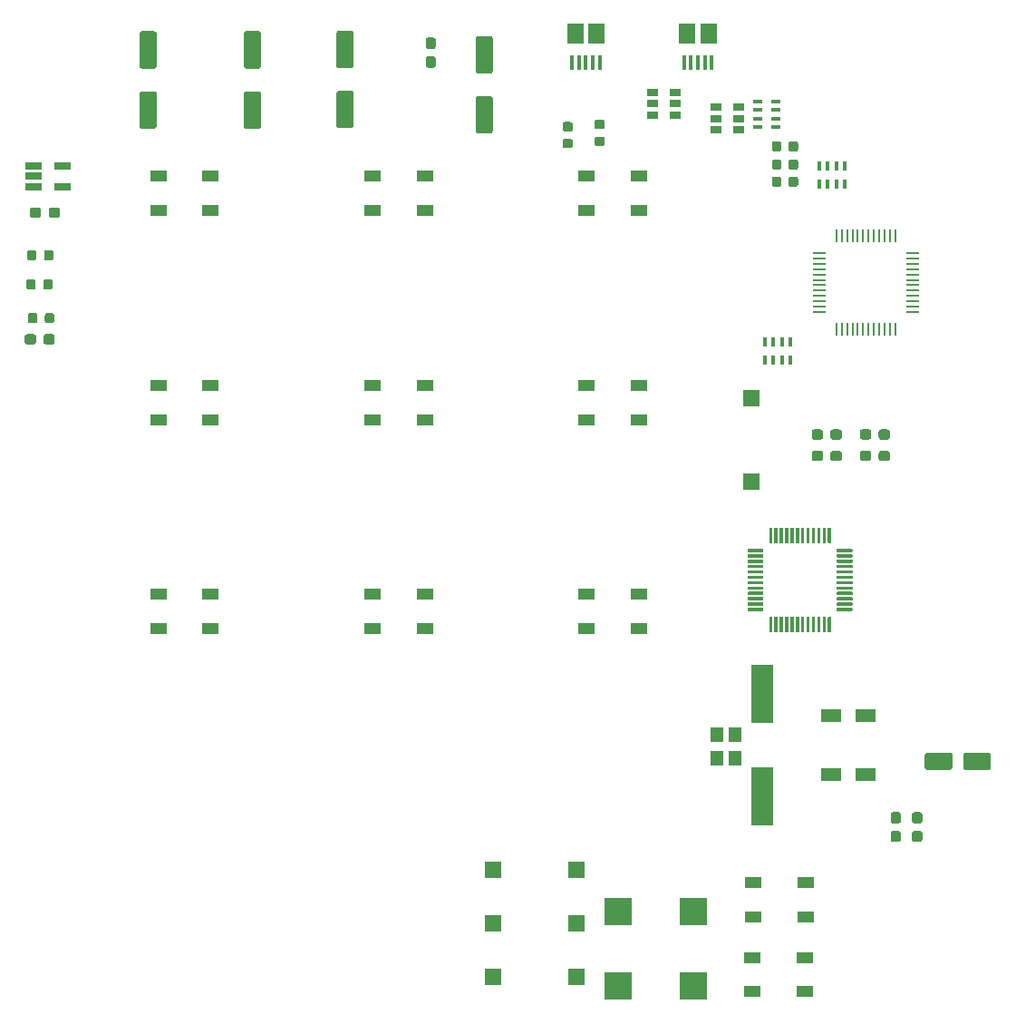
<source format=gbr>
G04 #@! TF.GenerationSoftware,KiCad,Pcbnew,5.1.2-f72e74a~84~ubuntu18.04.1*
G04 #@! TF.CreationDate,2019-06-06T16:00:06+08:00*
G04 #@! TF.ProjectId,stm32_aux_keyboard,73746d33-325f-4617-9578-5f6b6579626f,rev?*
G04 #@! TF.SameCoordinates,Original*
G04 #@! TF.FileFunction,Paste,Top*
G04 #@! TF.FilePolarity,Positive*
%FSLAX46Y46*%
G04 Gerber Fmt 4.6, Leading zero omitted, Abs format (unit mm)*
G04 Created by KiCad (PCBNEW 5.1.2-f72e74a~84~ubuntu18.04.1) date 2019-06-06 16:00:06*
%MOMM*%
%LPD*%
G04 APERTURE LIST*
%ADD10R,1.900000X1.300000*%
%ADD11R,2.500000X2.500000*%
%ADD12R,1.200000X1.400000*%
%ADD13R,1.998980X5.499100*%
%ADD14R,1.500000X1.900000*%
%ADD15R,0.400000X1.350000*%
%ADD16R,1.300000X0.250000*%
%ADD17R,0.250000X1.300000*%
%ADD18R,1.000000X0.800000*%
%ADD19R,1.560000X0.650000*%
%ADD20R,1.500000X1.000000*%
%ADD21C,0.100000*%
%ADD22C,0.875000*%
%ADD23C,0.950000*%
%ADD24R,0.400000X0.900000*%
%ADD25C,0.300000*%
%ADD26R,1.500000X1.500000*%
%ADD27C,1.600000*%
%ADD28R,0.900000X0.400000*%
G04 APERTURE END LIST*
D10*
X101100000Y-85250000D03*
X101100000Y-90750000D03*
X97900000Y-90750000D03*
X97900000Y-85250000D03*
D11*
X85000000Y-110500000D03*
X78000000Y-110500000D03*
X78000000Y-103500000D03*
X85000000Y-103500000D03*
D12*
X88942500Y-89227000D03*
X88942500Y-87027000D03*
X87242500Y-89227000D03*
X87242500Y-87027000D03*
D13*
X91500000Y-92749800D03*
X91500000Y-83250200D03*
D14*
X86460000Y-21612500D03*
D15*
X85460000Y-24312500D03*
X84810000Y-24312500D03*
X84160000Y-24312500D03*
X86760000Y-24312500D03*
X86110000Y-24312500D03*
D14*
X84460000Y-21612500D03*
X76000000Y-21612500D03*
D15*
X75000000Y-24312500D03*
X74350000Y-24312500D03*
X73700000Y-24312500D03*
X76300000Y-24312500D03*
X75650000Y-24312500D03*
D14*
X74000000Y-21612500D03*
D16*
X96800000Y-42060000D03*
X96800000Y-42560000D03*
X96800000Y-43060000D03*
X96800000Y-43560000D03*
X96800000Y-44060000D03*
X96800000Y-44560000D03*
X96800000Y-45060000D03*
X96800000Y-45560000D03*
X96800000Y-46060000D03*
X96800000Y-46560000D03*
X96800000Y-47060000D03*
X96800000Y-47560000D03*
D17*
X98400000Y-49160000D03*
X98900000Y-49160000D03*
X99400000Y-49160000D03*
X99900000Y-49160000D03*
X100400000Y-49160000D03*
X100900000Y-49160000D03*
X101400000Y-49160000D03*
X101900000Y-49160000D03*
X102400000Y-49160000D03*
X102900000Y-49160000D03*
X103400000Y-49160000D03*
X103900000Y-49160000D03*
D16*
X105500000Y-47560000D03*
X105500000Y-47060000D03*
X105500000Y-46560000D03*
X105500000Y-46060000D03*
X105500000Y-45560000D03*
X105500000Y-45060000D03*
X105500000Y-44560000D03*
X105500000Y-44060000D03*
X105500000Y-43560000D03*
X105500000Y-43060000D03*
X105500000Y-42560000D03*
X105500000Y-42060000D03*
D17*
X103900000Y-40460000D03*
X103400000Y-40460000D03*
X102900000Y-40460000D03*
X102400000Y-40460000D03*
X101900000Y-40460000D03*
X101400000Y-40460000D03*
X100900000Y-40460000D03*
X100400000Y-40460000D03*
X99900000Y-40460000D03*
X99400000Y-40460000D03*
X98900000Y-40460000D03*
X98400000Y-40460000D03*
D18*
X83360000Y-29150000D03*
X83360000Y-27050000D03*
X83360000Y-28100000D03*
X81240000Y-27050000D03*
X81240000Y-29150000D03*
X81240000Y-28100000D03*
D19*
X26110000Y-33940000D03*
X26110000Y-35840000D03*
X23410000Y-35840000D03*
X23410000Y-34890000D03*
X23410000Y-33940000D03*
D20*
X90560000Y-107810000D03*
X90560000Y-111010000D03*
X95460000Y-107810000D03*
X95460000Y-111010000D03*
X90670000Y-100810000D03*
X90670000Y-104010000D03*
X95570000Y-100810000D03*
X95570000Y-104010000D03*
X75050000Y-73900000D03*
X75050000Y-77100000D03*
X79950000Y-73900000D03*
X79950000Y-77100000D03*
X55050000Y-73900000D03*
X55050000Y-77100000D03*
X59950000Y-73900000D03*
X59950000Y-77100000D03*
X35050000Y-73900000D03*
X35050000Y-77100000D03*
X39950000Y-73900000D03*
X39950000Y-77100000D03*
X75050000Y-54400000D03*
X75050000Y-57600000D03*
X79950000Y-54400000D03*
X79950000Y-57600000D03*
X55050000Y-54400000D03*
X55050000Y-57600000D03*
X59950000Y-54400000D03*
X59950000Y-57600000D03*
X35050000Y-54400000D03*
X35050000Y-57600000D03*
X39950000Y-54400000D03*
X39950000Y-57600000D03*
X75050000Y-34900000D03*
X75050000Y-38100000D03*
X79950000Y-34900000D03*
X79950000Y-38100000D03*
X55050000Y-34900000D03*
X55050000Y-38100000D03*
X59950000Y-34900000D03*
X59950000Y-38100000D03*
X35050000Y-34900000D03*
X35050000Y-38100000D03*
X39950000Y-34900000D03*
X39950000Y-38100000D03*
D21*
G36*
X23562691Y-47666053D02*
G01*
X23583926Y-47669203D01*
X23604750Y-47674419D01*
X23624962Y-47681651D01*
X23644368Y-47690830D01*
X23662781Y-47701866D01*
X23680024Y-47714654D01*
X23695930Y-47729070D01*
X23710346Y-47744976D01*
X23723134Y-47762219D01*
X23734170Y-47780632D01*
X23743349Y-47800038D01*
X23750581Y-47820250D01*
X23755797Y-47841074D01*
X23758947Y-47862309D01*
X23760000Y-47883750D01*
X23760000Y-48396250D01*
X23758947Y-48417691D01*
X23755797Y-48438926D01*
X23750581Y-48459750D01*
X23743349Y-48479962D01*
X23734170Y-48499368D01*
X23723134Y-48517781D01*
X23710346Y-48535024D01*
X23695930Y-48550930D01*
X23680024Y-48565346D01*
X23662781Y-48578134D01*
X23644368Y-48589170D01*
X23624962Y-48598349D01*
X23604750Y-48605581D01*
X23583926Y-48610797D01*
X23562691Y-48613947D01*
X23541250Y-48615000D01*
X23103750Y-48615000D01*
X23082309Y-48613947D01*
X23061074Y-48610797D01*
X23040250Y-48605581D01*
X23020038Y-48598349D01*
X23000632Y-48589170D01*
X22982219Y-48578134D01*
X22964976Y-48565346D01*
X22949070Y-48550930D01*
X22934654Y-48535024D01*
X22921866Y-48517781D01*
X22910830Y-48499368D01*
X22901651Y-48479962D01*
X22894419Y-48459750D01*
X22889203Y-48438926D01*
X22886053Y-48417691D01*
X22885000Y-48396250D01*
X22885000Y-47883750D01*
X22886053Y-47862309D01*
X22889203Y-47841074D01*
X22894419Y-47820250D01*
X22901651Y-47800038D01*
X22910830Y-47780632D01*
X22921866Y-47762219D01*
X22934654Y-47744976D01*
X22949070Y-47729070D01*
X22964976Y-47714654D01*
X22982219Y-47701866D01*
X23000632Y-47690830D01*
X23020038Y-47681651D01*
X23040250Y-47674419D01*
X23061074Y-47669203D01*
X23082309Y-47666053D01*
X23103750Y-47665000D01*
X23541250Y-47665000D01*
X23562691Y-47666053D01*
X23562691Y-47666053D01*
G37*
D22*
X23322500Y-48140000D03*
D21*
G36*
X25137691Y-47666053D02*
G01*
X25158926Y-47669203D01*
X25179750Y-47674419D01*
X25199962Y-47681651D01*
X25219368Y-47690830D01*
X25237781Y-47701866D01*
X25255024Y-47714654D01*
X25270930Y-47729070D01*
X25285346Y-47744976D01*
X25298134Y-47762219D01*
X25309170Y-47780632D01*
X25318349Y-47800038D01*
X25325581Y-47820250D01*
X25330797Y-47841074D01*
X25333947Y-47862309D01*
X25335000Y-47883750D01*
X25335000Y-48396250D01*
X25333947Y-48417691D01*
X25330797Y-48438926D01*
X25325581Y-48459750D01*
X25318349Y-48479962D01*
X25309170Y-48499368D01*
X25298134Y-48517781D01*
X25285346Y-48535024D01*
X25270930Y-48550930D01*
X25255024Y-48565346D01*
X25237781Y-48578134D01*
X25219368Y-48589170D01*
X25199962Y-48598349D01*
X25179750Y-48605581D01*
X25158926Y-48610797D01*
X25137691Y-48613947D01*
X25116250Y-48615000D01*
X24678750Y-48615000D01*
X24657309Y-48613947D01*
X24636074Y-48610797D01*
X24615250Y-48605581D01*
X24595038Y-48598349D01*
X24575632Y-48589170D01*
X24557219Y-48578134D01*
X24539976Y-48565346D01*
X24524070Y-48550930D01*
X24509654Y-48535024D01*
X24496866Y-48517781D01*
X24485830Y-48499368D01*
X24476651Y-48479962D01*
X24469419Y-48459750D01*
X24464203Y-48438926D01*
X24461053Y-48417691D01*
X24460000Y-48396250D01*
X24460000Y-47883750D01*
X24461053Y-47862309D01*
X24464203Y-47841074D01*
X24469419Y-47820250D01*
X24476651Y-47800038D01*
X24485830Y-47780632D01*
X24496866Y-47762219D01*
X24509654Y-47744976D01*
X24524070Y-47729070D01*
X24539976Y-47714654D01*
X24557219Y-47701866D01*
X24575632Y-47690830D01*
X24595038Y-47681651D01*
X24615250Y-47674419D01*
X24636074Y-47669203D01*
X24657309Y-47666053D01*
X24678750Y-47665000D01*
X25116250Y-47665000D01*
X25137691Y-47666053D01*
X25137691Y-47666053D01*
G37*
D22*
X24897500Y-48140000D03*
D21*
G36*
X23402691Y-44516053D02*
G01*
X23423926Y-44519203D01*
X23444750Y-44524419D01*
X23464962Y-44531651D01*
X23484368Y-44540830D01*
X23502781Y-44551866D01*
X23520024Y-44564654D01*
X23535930Y-44579070D01*
X23550346Y-44594976D01*
X23563134Y-44612219D01*
X23574170Y-44630632D01*
X23583349Y-44650038D01*
X23590581Y-44670250D01*
X23595797Y-44691074D01*
X23598947Y-44712309D01*
X23600000Y-44733750D01*
X23600000Y-45246250D01*
X23598947Y-45267691D01*
X23595797Y-45288926D01*
X23590581Y-45309750D01*
X23583349Y-45329962D01*
X23574170Y-45349368D01*
X23563134Y-45367781D01*
X23550346Y-45385024D01*
X23535930Y-45400930D01*
X23520024Y-45415346D01*
X23502781Y-45428134D01*
X23484368Y-45439170D01*
X23464962Y-45448349D01*
X23444750Y-45455581D01*
X23423926Y-45460797D01*
X23402691Y-45463947D01*
X23381250Y-45465000D01*
X22943750Y-45465000D01*
X22922309Y-45463947D01*
X22901074Y-45460797D01*
X22880250Y-45455581D01*
X22860038Y-45448349D01*
X22840632Y-45439170D01*
X22822219Y-45428134D01*
X22804976Y-45415346D01*
X22789070Y-45400930D01*
X22774654Y-45385024D01*
X22761866Y-45367781D01*
X22750830Y-45349368D01*
X22741651Y-45329962D01*
X22734419Y-45309750D01*
X22729203Y-45288926D01*
X22726053Y-45267691D01*
X22725000Y-45246250D01*
X22725000Y-44733750D01*
X22726053Y-44712309D01*
X22729203Y-44691074D01*
X22734419Y-44670250D01*
X22741651Y-44650038D01*
X22750830Y-44630632D01*
X22761866Y-44612219D01*
X22774654Y-44594976D01*
X22789070Y-44579070D01*
X22804976Y-44564654D01*
X22822219Y-44551866D01*
X22840632Y-44540830D01*
X22860038Y-44531651D01*
X22880250Y-44524419D01*
X22901074Y-44519203D01*
X22922309Y-44516053D01*
X22943750Y-44515000D01*
X23381250Y-44515000D01*
X23402691Y-44516053D01*
X23402691Y-44516053D01*
G37*
D22*
X23162500Y-44990000D03*
D21*
G36*
X24977691Y-44516053D02*
G01*
X24998926Y-44519203D01*
X25019750Y-44524419D01*
X25039962Y-44531651D01*
X25059368Y-44540830D01*
X25077781Y-44551866D01*
X25095024Y-44564654D01*
X25110930Y-44579070D01*
X25125346Y-44594976D01*
X25138134Y-44612219D01*
X25149170Y-44630632D01*
X25158349Y-44650038D01*
X25165581Y-44670250D01*
X25170797Y-44691074D01*
X25173947Y-44712309D01*
X25175000Y-44733750D01*
X25175000Y-45246250D01*
X25173947Y-45267691D01*
X25170797Y-45288926D01*
X25165581Y-45309750D01*
X25158349Y-45329962D01*
X25149170Y-45349368D01*
X25138134Y-45367781D01*
X25125346Y-45385024D01*
X25110930Y-45400930D01*
X25095024Y-45415346D01*
X25077781Y-45428134D01*
X25059368Y-45439170D01*
X25039962Y-45448349D01*
X25019750Y-45455581D01*
X24998926Y-45460797D01*
X24977691Y-45463947D01*
X24956250Y-45465000D01*
X24518750Y-45465000D01*
X24497309Y-45463947D01*
X24476074Y-45460797D01*
X24455250Y-45455581D01*
X24435038Y-45448349D01*
X24415632Y-45439170D01*
X24397219Y-45428134D01*
X24379976Y-45415346D01*
X24364070Y-45400930D01*
X24349654Y-45385024D01*
X24336866Y-45367781D01*
X24325830Y-45349368D01*
X24316651Y-45329962D01*
X24309419Y-45309750D01*
X24304203Y-45288926D01*
X24301053Y-45267691D01*
X24300000Y-45246250D01*
X24300000Y-44733750D01*
X24301053Y-44712309D01*
X24304203Y-44691074D01*
X24309419Y-44670250D01*
X24316651Y-44650038D01*
X24325830Y-44630632D01*
X24336866Y-44612219D01*
X24349654Y-44594976D01*
X24364070Y-44579070D01*
X24379976Y-44564654D01*
X24397219Y-44551866D01*
X24415632Y-44540830D01*
X24435038Y-44531651D01*
X24455250Y-44524419D01*
X24476074Y-44519203D01*
X24497309Y-44516053D01*
X24518750Y-44515000D01*
X24956250Y-44515000D01*
X24977691Y-44516053D01*
X24977691Y-44516053D01*
G37*
D22*
X24737500Y-44990000D03*
D21*
G36*
X23482691Y-41796053D02*
G01*
X23503926Y-41799203D01*
X23524750Y-41804419D01*
X23544962Y-41811651D01*
X23564368Y-41820830D01*
X23582781Y-41831866D01*
X23600024Y-41844654D01*
X23615930Y-41859070D01*
X23630346Y-41874976D01*
X23643134Y-41892219D01*
X23654170Y-41910632D01*
X23663349Y-41930038D01*
X23670581Y-41950250D01*
X23675797Y-41971074D01*
X23678947Y-41992309D01*
X23680000Y-42013750D01*
X23680000Y-42526250D01*
X23678947Y-42547691D01*
X23675797Y-42568926D01*
X23670581Y-42589750D01*
X23663349Y-42609962D01*
X23654170Y-42629368D01*
X23643134Y-42647781D01*
X23630346Y-42665024D01*
X23615930Y-42680930D01*
X23600024Y-42695346D01*
X23582781Y-42708134D01*
X23564368Y-42719170D01*
X23544962Y-42728349D01*
X23524750Y-42735581D01*
X23503926Y-42740797D01*
X23482691Y-42743947D01*
X23461250Y-42745000D01*
X23023750Y-42745000D01*
X23002309Y-42743947D01*
X22981074Y-42740797D01*
X22960250Y-42735581D01*
X22940038Y-42728349D01*
X22920632Y-42719170D01*
X22902219Y-42708134D01*
X22884976Y-42695346D01*
X22869070Y-42680930D01*
X22854654Y-42665024D01*
X22841866Y-42647781D01*
X22830830Y-42629368D01*
X22821651Y-42609962D01*
X22814419Y-42589750D01*
X22809203Y-42568926D01*
X22806053Y-42547691D01*
X22805000Y-42526250D01*
X22805000Y-42013750D01*
X22806053Y-41992309D01*
X22809203Y-41971074D01*
X22814419Y-41950250D01*
X22821651Y-41930038D01*
X22830830Y-41910632D01*
X22841866Y-41892219D01*
X22854654Y-41874976D01*
X22869070Y-41859070D01*
X22884976Y-41844654D01*
X22902219Y-41831866D01*
X22920632Y-41820830D01*
X22940038Y-41811651D01*
X22960250Y-41804419D01*
X22981074Y-41799203D01*
X23002309Y-41796053D01*
X23023750Y-41795000D01*
X23461250Y-41795000D01*
X23482691Y-41796053D01*
X23482691Y-41796053D01*
G37*
D22*
X23242500Y-42270000D03*
D21*
G36*
X25057691Y-41796053D02*
G01*
X25078926Y-41799203D01*
X25099750Y-41804419D01*
X25119962Y-41811651D01*
X25139368Y-41820830D01*
X25157781Y-41831866D01*
X25175024Y-41844654D01*
X25190930Y-41859070D01*
X25205346Y-41874976D01*
X25218134Y-41892219D01*
X25229170Y-41910632D01*
X25238349Y-41930038D01*
X25245581Y-41950250D01*
X25250797Y-41971074D01*
X25253947Y-41992309D01*
X25255000Y-42013750D01*
X25255000Y-42526250D01*
X25253947Y-42547691D01*
X25250797Y-42568926D01*
X25245581Y-42589750D01*
X25238349Y-42609962D01*
X25229170Y-42629368D01*
X25218134Y-42647781D01*
X25205346Y-42665024D01*
X25190930Y-42680930D01*
X25175024Y-42695346D01*
X25157781Y-42708134D01*
X25139368Y-42719170D01*
X25119962Y-42728349D01*
X25099750Y-42735581D01*
X25078926Y-42740797D01*
X25057691Y-42743947D01*
X25036250Y-42745000D01*
X24598750Y-42745000D01*
X24577309Y-42743947D01*
X24556074Y-42740797D01*
X24535250Y-42735581D01*
X24515038Y-42728349D01*
X24495632Y-42719170D01*
X24477219Y-42708134D01*
X24459976Y-42695346D01*
X24444070Y-42680930D01*
X24429654Y-42665024D01*
X24416866Y-42647781D01*
X24405830Y-42629368D01*
X24396651Y-42609962D01*
X24389419Y-42589750D01*
X24384203Y-42568926D01*
X24381053Y-42547691D01*
X24380000Y-42526250D01*
X24380000Y-42013750D01*
X24381053Y-41992309D01*
X24384203Y-41971074D01*
X24389419Y-41950250D01*
X24396651Y-41930038D01*
X24405830Y-41910632D01*
X24416866Y-41892219D01*
X24429654Y-41874976D01*
X24444070Y-41859070D01*
X24459976Y-41844654D01*
X24477219Y-41831866D01*
X24495632Y-41820830D01*
X24515038Y-41811651D01*
X24535250Y-41804419D01*
X24556074Y-41799203D01*
X24577309Y-41796053D01*
X24598750Y-41795000D01*
X25036250Y-41795000D01*
X25057691Y-41796053D01*
X25057691Y-41796053D01*
G37*
D22*
X24817500Y-42270000D03*
D21*
G36*
X25645779Y-37816144D02*
G01*
X25668834Y-37819563D01*
X25691443Y-37825227D01*
X25713387Y-37833079D01*
X25734457Y-37843044D01*
X25754448Y-37855026D01*
X25773168Y-37868910D01*
X25790438Y-37884562D01*
X25806090Y-37901832D01*
X25819974Y-37920552D01*
X25831956Y-37940543D01*
X25841921Y-37961613D01*
X25849773Y-37983557D01*
X25855437Y-38006166D01*
X25858856Y-38029221D01*
X25860000Y-38052500D01*
X25860000Y-38527500D01*
X25858856Y-38550779D01*
X25855437Y-38573834D01*
X25849773Y-38596443D01*
X25841921Y-38618387D01*
X25831956Y-38639457D01*
X25819974Y-38659448D01*
X25806090Y-38678168D01*
X25790438Y-38695438D01*
X25773168Y-38711090D01*
X25754448Y-38724974D01*
X25734457Y-38736956D01*
X25713387Y-38746921D01*
X25691443Y-38754773D01*
X25668834Y-38760437D01*
X25645779Y-38763856D01*
X25622500Y-38765000D01*
X25047500Y-38765000D01*
X25024221Y-38763856D01*
X25001166Y-38760437D01*
X24978557Y-38754773D01*
X24956613Y-38746921D01*
X24935543Y-38736956D01*
X24915552Y-38724974D01*
X24896832Y-38711090D01*
X24879562Y-38695438D01*
X24863910Y-38678168D01*
X24850026Y-38659448D01*
X24838044Y-38639457D01*
X24828079Y-38618387D01*
X24820227Y-38596443D01*
X24814563Y-38573834D01*
X24811144Y-38550779D01*
X24810000Y-38527500D01*
X24810000Y-38052500D01*
X24811144Y-38029221D01*
X24814563Y-38006166D01*
X24820227Y-37983557D01*
X24828079Y-37961613D01*
X24838044Y-37940543D01*
X24850026Y-37920552D01*
X24863910Y-37901832D01*
X24879562Y-37884562D01*
X24896832Y-37868910D01*
X24915552Y-37855026D01*
X24935543Y-37843044D01*
X24956613Y-37833079D01*
X24978557Y-37825227D01*
X25001166Y-37819563D01*
X25024221Y-37816144D01*
X25047500Y-37815000D01*
X25622500Y-37815000D01*
X25645779Y-37816144D01*
X25645779Y-37816144D01*
G37*
D23*
X25335000Y-38290000D03*
D21*
G36*
X23895779Y-37816144D02*
G01*
X23918834Y-37819563D01*
X23941443Y-37825227D01*
X23963387Y-37833079D01*
X23984457Y-37843044D01*
X24004448Y-37855026D01*
X24023168Y-37868910D01*
X24040438Y-37884562D01*
X24056090Y-37901832D01*
X24069974Y-37920552D01*
X24081956Y-37940543D01*
X24091921Y-37961613D01*
X24099773Y-37983557D01*
X24105437Y-38006166D01*
X24108856Y-38029221D01*
X24110000Y-38052500D01*
X24110000Y-38527500D01*
X24108856Y-38550779D01*
X24105437Y-38573834D01*
X24099773Y-38596443D01*
X24091921Y-38618387D01*
X24081956Y-38639457D01*
X24069974Y-38659448D01*
X24056090Y-38678168D01*
X24040438Y-38695438D01*
X24023168Y-38711090D01*
X24004448Y-38724974D01*
X23984457Y-38736956D01*
X23963387Y-38746921D01*
X23941443Y-38754773D01*
X23918834Y-38760437D01*
X23895779Y-38763856D01*
X23872500Y-38765000D01*
X23297500Y-38765000D01*
X23274221Y-38763856D01*
X23251166Y-38760437D01*
X23228557Y-38754773D01*
X23206613Y-38746921D01*
X23185543Y-38736956D01*
X23165552Y-38724974D01*
X23146832Y-38711090D01*
X23129562Y-38695438D01*
X23113910Y-38678168D01*
X23100026Y-38659448D01*
X23088044Y-38639457D01*
X23078079Y-38618387D01*
X23070227Y-38596443D01*
X23064563Y-38573834D01*
X23061144Y-38550779D01*
X23060000Y-38527500D01*
X23060000Y-38052500D01*
X23061144Y-38029221D01*
X23064563Y-38006166D01*
X23070227Y-37983557D01*
X23078079Y-37961613D01*
X23088044Y-37940543D01*
X23100026Y-37920552D01*
X23113910Y-37901832D01*
X23129562Y-37884562D01*
X23146832Y-37868910D01*
X23165552Y-37855026D01*
X23185543Y-37843044D01*
X23206613Y-37833079D01*
X23228557Y-37825227D01*
X23251166Y-37819563D01*
X23274221Y-37816144D01*
X23297500Y-37815000D01*
X23872500Y-37815000D01*
X23895779Y-37816144D01*
X23895779Y-37816144D01*
G37*
D23*
X23585000Y-38290000D03*
D21*
G36*
X25165779Y-49636144D02*
G01*
X25188834Y-49639563D01*
X25211443Y-49645227D01*
X25233387Y-49653079D01*
X25254457Y-49663044D01*
X25274448Y-49675026D01*
X25293168Y-49688910D01*
X25310438Y-49704562D01*
X25326090Y-49721832D01*
X25339974Y-49740552D01*
X25351956Y-49760543D01*
X25361921Y-49781613D01*
X25369773Y-49803557D01*
X25375437Y-49826166D01*
X25378856Y-49849221D01*
X25380000Y-49872500D01*
X25380000Y-50347500D01*
X25378856Y-50370779D01*
X25375437Y-50393834D01*
X25369773Y-50416443D01*
X25361921Y-50438387D01*
X25351956Y-50459457D01*
X25339974Y-50479448D01*
X25326090Y-50498168D01*
X25310438Y-50515438D01*
X25293168Y-50531090D01*
X25274448Y-50544974D01*
X25254457Y-50556956D01*
X25233387Y-50566921D01*
X25211443Y-50574773D01*
X25188834Y-50580437D01*
X25165779Y-50583856D01*
X25142500Y-50585000D01*
X24567500Y-50585000D01*
X24544221Y-50583856D01*
X24521166Y-50580437D01*
X24498557Y-50574773D01*
X24476613Y-50566921D01*
X24455543Y-50556956D01*
X24435552Y-50544974D01*
X24416832Y-50531090D01*
X24399562Y-50515438D01*
X24383910Y-50498168D01*
X24370026Y-50479448D01*
X24358044Y-50459457D01*
X24348079Y-50438387D01*
X24340227Y-50416443D01*
X24334563Y-50393834D01*
X24331144Y-50370779D01*
X24330000Y-50347500D01*
X24330000Y-49872500D01*
X24331144Y-49849221D01*
X24334563Y-49826166D01*
X24340227Y-49803557D01*
X24348079Y-49781613D01*
X24358044Y-49760543D01*
X24370026Y-49740552D01*
X24383910Y-49721832D01*
X24399562Y-49704562D01*
X24416832Y-49688910D01*
X24435552Y-49675026D01*
X24455543Y-49663044D01*
X24476613Y-49653079D01*
X24498557Y-49645227D01*
X24521166Y-49639563D01*
X24544221Y-49636144D01*
X24567500Y-49635000D01*
X25142500Y-49635000D01*
X25165779Y-49636144D01*
X25165779Y-49636144D01*
G37*
D23*
X24855000Y-50110000D03*
D21*
G36*
X23415779Y-49636144D02*
G01*
X23438834Y-49639563D01*
X23461443Y-49645227D01*
X23483387Y-49653079D01*
X23504457Y-49663044D01*
X23524448Y-49675026D01*
X23543168Y-49688910D01*
X23560438Y-49704562D01*
X23576090Y-49721832D01*
X23589974Y-49740552D01*
X23601956Y-49760543D01*
X23611921Y-49781613D01*
X23619773Y-49803557D01*
X23625437Y-49826166D01*
X23628856Y-49849221D01*
X23630000Y-49872500D01*
X23630000Y-50347500D01*
X23628856Y-50370779D01*
X23625437Y-50393834D01*
X23619773Y-50416443D01*
X23611921Y-50438387D01*
X23601956Y-50459457D01*
X23589974Y-50479448D01*
X23576090Y-50498168D01*
X23560438Y-50515438D01*
X23543168Y-50531090D01*
X23524448Y-50544974D01*
X23504457Y-50556956D01*
X23483387Y-50566921D01*
X23461443Y-50574773D01*
X23438834Y-50580437D01*
X23415779Y-50583856D01*
X23392500Y-50585000D01*
X22817500Y-50585000D01*
X22794221Y-50583856D01*
X22771166Y-50580437D01*
X22748557Y-50574773D01*
X22726613Y-50566921D01*
X22705543Y-50556956D01*
X22685552Y-50544974D01*
X22666832Y-50531090D01*
X22649562Y-50515438D01*
X22633910Y-50498168D01*
X22620026Y-50479448D01*
X22608044Y-50459457D01*
X22598079Y-50438387D01*
X22590227Y-50416443D01*
X22584563Y-50393834D01*
X22581144Y-50370779D01*
X22580000Y-50347500D01*
X22580000Y-49872500D01*
X22581144Y-49849221D01*
X22584563Y-49826166D01*
X22590227Y-49803557D01*
X22598079Y-49781613D01*
X22608044Y-49760543D01*
X22620026Y-49740552D01*
X22633910Y-49721832D01*
X22649562Y-49704562D01*
X22666832Y-49688910D01*
X22685552Y-49675026D01*
X22705543Y-49663044D01*
X22726613Y-49653079D01*
X22748557Y-49645227D01*
X22771166Y-49639563D01*
X22794221Y-49636144D01*
X22817500Y-49635000D01*
X23392500Y-49635000D01*
X23415779Y-49636144D01*
X23415779Y-49636144D01*
G37*
D23*
X23105000Y-50110000D03*
D21*
G36*
X93052691Y-31626053D02*
G01*
X93073926Y-31629203D01*
X93094750Y-31634419D01*
X93114962Y-31641651D01*
X93134368Y-31650830D01*
X93152781Y-31661866D01*
X93170024Y-31674654D01*
X93185930Y-31689070D01*
X93200346Y-31704976D01*
X93213134Y-31722219D01*
X93224170Y-31740632D01*
X93233349Y-31760038D01*
X93240581Y-31780250D01*
X93245797Y-31801074D01*
X93248947Y-31822309D01*
X93250000Y-31843750D01*
X93250000Y-32356250D01*
X93248947Y-32377691D01*
X93245797Y-32398926D01*
X93240581Y-32419750D01*
X93233349Y-32439962D01*
X93224170Y-32459368D01*
X93213134Y-32477781D01*
X93200346Y-32495024D01*
X93185930Y-32510930D01*
X93170024Y-32525346D01*
X93152781Y-32538134D01*
X93134368Y-32549170D01*
X93114962Y-32558349D01*
X93094750Y-32565581D01*
X93073926Y-32570797D01*
X93052691Y-32573947D01*
X93031250Y-32575000D01*
X92593750Y-32575000D01*
X92572309Y-32573947D01*
X92551074Y-32570797D01*
X92530250Y-32565581D01*
X92510038Y-32558349D01*
X92490632Y-32549170D01*
X92472219Y-32538134D01*
X92454976Y-32525346D01*
X92439070Y-32510930D01*
X92424654Y-32495024D01*
X92411866Y-32477781D01*
X92400830Y-32459368D01*
X92391651Y-32439962D01*
X92384419Y-32419750D01*
X92379203Y-32398926D01*
X92376053Y-32377691D01*
X92375000Y-32356250D01*
X92375000Y-31843750D01*
X92376053Y-31822309D01*
X92379203Y-31801074D01*
X92384419Y-31780250D01*
X92391651Y-31760038D01*
X92400830Y-31740632D01*
X92411866Y-31722219D01*
X92424654Y-31704976D01*
X92439070Y-31689070D01*
X92454976Y-31674654D01*
X92472219Y-31661866D01*
X92490632Y-31650830D01*
X92510038Y-31641651D01*
X92530250Y-31634419D01*
X92551074Y-31629203D01*
X92572309Y-31626053D01*
X92593750Y-31625000D01*
X93031250Y-31625000D01*
X93052691Y-31626053D01*
X93052691Y-31626053D01*
G37*
D22*
X92812500Y-32100000D03*
D21*
G36*
X94627691Y-31626053D02*
G01*
X94648926Y-31629203D01*
X94669750Y-31634419D01*
X94689962Y-31641651D01*
X94709368Y-31650830D01*
X94727781Y-31661866D01*
X94745024Y-31674654D01*
X94760930Y-31689070D01*
X94775346Y-31704976D01*
X94788134Y-31722219D01*
X94799170Y-31740632D01*
X94808349Y-31760038D01*
X94815581Y-31780250D01*
X94820797Y-31801074D01*
X94823947Y-31822309D01*
X94825000Y-31843750D01*
X94825000Y-32356250D01*
X94823947Y-32377691D01*
X94820797Y-32398926D01*
X94815581Y-32419750D01*
X94808349Y-32439962D01*
X94799170Y-32459368D01*
X94788134Y-32477781D01*
X94775346Y-32495024D01*
X94760930Y-32510930D01*
X94745024Y-32525346D01*
X94727781Y-32538134D01*
X94709368Y-32549170D01*
X94689962Y-32558349D01*
X94669750Y-32565581D01*
X94648926Y-32570797D01*
X94627691Y-32573947D01*
X94606250Y-32575000D01*
X94168750Y-32575000D01*
X94147309Y-32573947D01*
X94126074Y-32570797D01*
X94105250Y-32565581D01*
X94085038Y-32558349D01*
X94065632Y-32549170D01*
X94047219Y-32538134D01*
X94029976Y-32525346D01*
X94014070Y-32510930D01*
X93999654Y-32495024D01*
X93986866Y-32477781D01*
X93975830Y-32459368D01*
X93966651Y-32439962D01*
X93959419Y-32419750D01*
X93954203Y-32398926D01*
X93951053Y-32377691D01*
X93950000Y-32356250D01*
X93950000Y-31843750D01*
X93951053Y-31822309D01*
X93954203Y-31801074D01*
X93959419Y-31780250D01*
X93966651Y-31760038D01*
X93975830Y-31740632D01*
X93986866Y-31722219D01*
X93999654Y-31704976D01*
X94014070Y-31689070D01*
X94029976Y-31674654D01*
X94047219Y-31661866D01*
X94065632Y-31650830D01*
X94085038Y-31641651D01*
X94105250Y-31634419D01*
X94126074Y-31629203D01*
X94147309Y-31626053D01*
X94168750Y-31625000D01*
X94606250Y-31625000D01*
X94627691Y-31626053D01*
X94627691Y-31626053D01*
G37*
D22*
X94387500Y-32100000D03*
D24*
X99200000Y-33950000D03*
X98400000Y-33950000D03*
X97600000Y-33950000D03*
X96800000Y-33950000D03*
X99200000Y-35650000D03*
X96800000Y-35650000D03*
X98400000Y-35650000D03*
X97600000Y-35650000D03*
X94100000Y-50350000D03*
X93300000Y-50350000D03*
X92500000Y-50350000D03*
X91700000Y-50350000D03*
X94100000Y-52050000D03*
X91700000Y-52050000D03*
X93300000Y-52050000D03*
X92500000Y-52050000D03*
D21*
G36*
X93052691Y-33326053D02*
G01*
X93073926Y-33329203D01*
X93094750Y-33334419D01*
X93114962Y-33341651D01*
X93134368Y-33350830D01*
X93152781Y-33361866D01*
X93170024Y-33374654D01*
X93185930Y-33389070D01*
X93200346Y-33404976D01*
X93213134Y-33422219D01*
X93224170Y-33440632D01*
X93233349Y-33460038D01*
X93240581Y-33480250D01*
X93245797Y-33501074D01*
X93248947Y-33522309D01*
X93250000Y-33543750D01*
X93250000Y-34056250D01*
X93248947Y-34077691D01*
X93245797Y-34098926D01*
X93240581Y-34119750D01*
X93233349Y-34139962D01*
X93224170Y-34159368D01*
X93213134Y-34177781D01*
X93200346Y-34195024D01*
X93185930Y-34210930D01*
X93170024Y-34225346D01*
X93152781Y-34238134D01*
X93134368Y-34249170D01*
X93114962Y-34258349D01*
X93094750Y-34265581D01*
X93073926Y-34270797D01*
X93052691Y-34273947D01*
X93031250Y-34275000D01*
X92593750Y-34275000D01*
X92572309Y-34273947D01*
X92551074Y-34270797D01*
X92530250Y-34265581D01*
X92510038Y-34258349D01*
X92490632Y-34249170D01*
X92472219Y-34238134D01*
X92454976Y-34225346D01*
X92439070Y-34210930D01*
X92424654Y-34195024D01*
X92411866Y-34177781D01*
X92400830Y-34159368D01*
X92391651Y-34139962D01*
X92384419Y-34119750D01*
X92379203Y-34098926D01*
X92376053Y-34077691D01*
X92375000Y-34056250D01*
X92375000Y-33543750D01*
X92376053Y-33522309D01*
X92379203Y-33501074D01*
X92384419Y-33480250D01*
X92391651Y-33460038D01*
X92400830Y-33440632D01*
X92411866Y-33422219D01*
X92424654Y-33404976D01*
X92439070Y-33389070D01*
X92454976Y-33374654D01*
X92472219Y-33361866D01*
X92490632Y-33350830D01*
X92510038Y-33341651D01*
X92530250Y-33334419D01*
X92551074Y-33329203D01*
X92572309Y-33326053D01*
X92593750Y-33325000D01*
X93031250Y-33325000D01*
X93052691Y-33326053D01*
X93052691Y-33326053D01*
G37*
D22*
X92812500Y-33800000D03*
D21*
G36*
X94627691Y-33326053D02*
G01*
X94648926Y-33329203D01*
X94669750Y-33334419D01*
X94689962Y-33341651D01*
X94709368Y-33350830D01*
X94727781Y-33361866D01*
X94745024Y-33374654D01*
X94760930Y-33389070D01*
X94775346Y-33404976D01*
X94788134Y-33422219D01*
X94799170Y-33440632D01*
X94808349Y-33460038D01*
X94815581Y-33480250D01*
X94820797Y-33501074D01*
X94823947Y-33522309D01*
X94825000Y-33543750D01*
X94825000Y-34056250D01*
X94823947Y-34077691D01*
X94820797Y-34098926D01*
X94815581Y-34119750D01*
X94808349Y-34139962D01*
X94799170Y-34159368D01*
X94788134Y-34177781D01*
X94775346Y-34195024D01*
X94760930Y-34210930D01*
X94745024Y-34225346D01*
X94727781Y-34238134D01*
X94709368Y-34249170D01*
X94689962Y-34258349D01*
X94669750Y-34265581D01*
X94648926Y-34270797D01*
X94627691Y-34273947D01*
X94606250Y-34275000D01*
X94168750Y-34275000D01*
X94147309Y-34273947D01*
X94126074Y-34270797D01*
X94105250Y-34265581D01*
X94085038Y-34258349D01*
X94065632Y-34249170D01*
X94047219Y-34238134D01*
X94029976Y-34225346D01*
X94014070Y-34210930D01*
X93999654Y-34195024D01*
X93986866Y-34177781D01*
X93975830Y-34159368D01*
X93966651Y-34139962D01*
X93959419Y-34119750D01*
X93954203Y-34098926D01*
X93951053Y-34077691D01*
X93950000Y-34056250D01*
X93950000Y-33543750D01*
X93951053Y-33522309D01*
X93954203Y-33501074D01*
X93959419Y-33480250D01*
X93966651Y-33460038D01*
X93975830Y-33440632D01*
X93986866Y-33422219D01*
X93999654Y-33404976D01*
X94014070Y-33389070D01*
X94029976Y-33374654D01*
X94047219Y-33361866D01*
X94065632Y-33350830D01*
X94085038Y-33341651D01*
X94105250Y-33334419D01*
X94126074Y-33329203D01*
X94147309Y-33326053D01*
X94168750Y-33325000D01*
X94606250Y-33325000D01*
X94627691Y-33326053D01*
X94627691Y-33326053D01*
G37*
D22*
X94387500Y-33800000D03*
D21*
G36*
X94627691Y-34926053D02*
G01*
X94648926Y-34929203D01*
X94669750Y-34934419D01*
X94689962Y-34941651D01*
X94709368Y-34950830D01*
X94727781Y-34961866D01*
X94745024Y-34974654D01*
X94760930Y-34989070D01*
X94775346Y-35004976D01*
X94788134Y-35022219D01*
X94799170Y-35040632D01*
X94808349Y-35060038D01*
X94815581Y-35080250D01*
X94820797Y-35101074D01*
X94823947Y-35122309D01*
X94825000Y-35143750D01*
X94825000Y-35656250D01*
X94823947Y-35677691D01*
X94820797Y-35698926D01*
X94815581Y-35719750D01*
X94808349Y-35739962D01*
X94799170Y-35759368D01*
X94788134Y-35777781D01*
X94775346Y-35795024D01*
X94760930Y-35810930D01*
X94745024Y-35825346D01*
X94727781Y-35838134D01*
X94709368Y-35849170D01*
X94689962Y-35858349D01*
X94669750Y-35865581D01*
X94648926Y-35870797D01*
X94627691Y-35873947D01*
X94606250Y-35875000D01*
X94168750Y-35875000D01*
X94147309Y-35873947D01*
X94126074Y-35870797D01*
X94105250Y-35865581D01*
X94085038Y-35858349D01*
X94065632Y-35849170D01*
X94047219Y-35838134D01*
X94029976Y-35825346D01*
X94014070Y-35810930D01*
X93999654Y-35795024D01*
X93986866Y-35777781D01*
X93975830Y-35759368D01*
X93966651Y-35739962D01*
X93959419Y-35719750D01*
X93954203Y-35698926D01*
X93951053Y-35677691D01*
X93950000Y-35656250D01*
X93950000Y-35143750D01*
X93951053Y-35122309D01*
X93954203Y-35101074D01*
X93959419Y-35080250D01*
X93966651Y-35060038D01*
X93975830Y-35040632D01*
X93986866Y-35022219D01*
X93999654Y-35004976D01*
X94014070Y-34989070D01*
X94029976Y-34974654D01*
X94047219Y-34961866D01*
X94065632Y-34950830D01*
X94085038Y-34941651D01*
X94105250Y-34934419D01*
X94126074Y-34929203D01*
X94147309Y-34926053D01*
X94168750Y-34925000D01*
X94606250Y-34925000D01*
X94627691Y-34926053D01*
X94627691Y-34926053D01*
G37*
D22*
X94387500Y-35400000D03*
D21*
G36*
X93052691Y-34926053D02*
G01*
X93073926Y-34929203D01*
X93094750Y-34934419D01*
X93114962Y-34941651D01*
X93134368Y-34950830D01*
X93152781Y-34961866D01*
X93170024Y-34974654D01*
X93185930Y-34989070D01*
X93200346Y-35004976D01*
X93213134Y-35022219D01*
X93224170Y-35040632D01*
X93233349Y-35060038D01*
X93240581Y-35080250D01*
X93245797Y-35101074D01*
X93248947Y-35122309D01*
X93250000Y-35143750D01*
X93250000Y-35656250D01*
X93248947Y-35677691D01*
X93245797Y-35698926D01*
X93240581Y-35719750D01*
X93233349Y-35739962D01*
X93224170Y-35759368D01*
X93213134Y-35777781D01*
X93200346Y-35795024D01*
X93185930Y-35810930D01*
X93170024Y-35825346D01*
X93152781Y-35838134D01*
X93134368Y-35849170D01*
X93114962Y-35858349D01*
X93094750Y-35865581D01*
X93073926Y-35870797D01*
X93052691Y-35873947D01*
X93031250Y-35875000D01*
X92593750Y-35875000D01*
X92572309Y-35873947D01*
X92551074Y-35870797D01*
X92530250Y-35865581D01*
X92510038Y-35858349D01*
X92490632Y-35849170D01*
X92472219Y-35838134D01*
X92454976Y-35825346D01*
X92439070Y-35810930D01*
X92424654Y-35795024D01*
X92411866Y-35777781D01*
X92400830Y-35759368D01*
X92391651Y-35739962D01*
X92384419Y-35719750D01*
X92379203Y-35698926D01*
X92376053Y-35677691D01*
X92375000Y-35656250D01*
X92375000Y-35143750D01*
X92376053Y-35122309D01*
X92379203Y-35101074D01*
X92384419Y-35080250D01*
X92391651Y-35060038D01*
X92400830Y-35040632D01*
X92411866Y-35022219D01*
X92424654Y-35004976D01*
X92439070Y-34989070D01*
X92454976Y-34974654D01*
X92472219Y-34961866D01*
X92490632Y-34950830D01*
X92510038Y-34941651D01*
X92530250Y-34934419D01*
X92551074Y-34929203D01*
X92572309Y-34926053D01*
X92593750Y-34925000D01*
X93031250Y-34925000D01*
X93052691Y-34926053D01*
X93052691Y-34926053D01*
G37*
D22*
X92812500Y-35400000D03*
D21*
G36*
X92342351Y-67680361D02*
G01*
X92349632Y-67681441D01*
X92356771Y-67683229D01*
X92363701Y-67685709D01*
X92370355Y-67688856D01*
X92376668Y-67692640D01*
X92382579Y-67697024D01*
X92388033Y-67701967D01*
X92392976Y-67707421D01*
X92397360Y-67713332D01*
X92401144Y-67719645D01*
X92404291Y-67726299D01*
X92406771Y-67733229D01*
X92408559Y-67740368D01*
X92409639Y-67747649D01*
X92410000Y-67755000D01*
X92410000Y-69080000D01*
X92409639Y-69087351D01*
X92408559Y-69094632D01*
X92406771Y-69101771D01*
X92404291Y-69108701D01*
X92401144Y-69115355D01*
X92397360Y-69121668D01*
X92392976Y-69127579D01*
X92388033Y-69133033D01*
X92382579Y-69137976D01*
X92376668Y-69142360D01*
X92370355Y-69146144D01*
X92363701Y-69149291D01*
X92356771Y-69151771D01*
X92349632Y-69153559D01*
X92342351Y-69154639D01*
X92335000Y-69155000D01*
X92185000Y-69155000D01*
X92177649Y-69154639D01*
X92170368Y-69153559D01*
X92163229Y-69151771D01*
X92156299Y-69149291D01*
X92149645Y-69146144D01*
X92143332Y-69142360D01*
X92137421Y-69137976D01*
X92131967Y-69133033D01*
X92127024Y-69127579D01*
X92122640Y-69121668D01*
X92118856Y-69115355D01*
X92115709Y-69108701D01*
X92113229Y-69101771D01*
X92111441Y-69094632D01*
X92110361Y-69087351D01*
X92110000Y-69080000D01*
X92110000Y-67755000D01*
X92110361Y-67747649D01*
X92111441Y-67740368D01*
X92113229Y-67733229D01*
X92115709Y-67726299D01*
X92118856Y-67719645D01*
X92122640Y-67713332D01*
X92127024Y-67707421D01*
X92131967Y-67701967D01*
X92137421Y-67697024D01*
X92143332Y-67692640D01*
X92149645Y-67688856D01*
X92156299Y-67685709D01*
X92163229Y-67683229D01*
X92170368Y-67681441D01*
X92177649Y-67680361D01*
X92185000Y-67680000D01*
X92335000Y-67680000D01*
X92342351Y-67680361D01*
X92342351Y-67680361D01*
G37*
D25*
X92260000Y-68417500D03*
D21*
G36*
X92842351Y-67680361D02*
G01*
X92849632Y-67681441D01*
X92856771Y-67683229D01*
X92863701Y-67685709D01*
X92870355Y-67688856D01*
X92876668Y-67692640D01*
X92882579Y-67697024D01*
X92888033Y-67701967D01*
X92892976Y-67707421D01*
X92897360Y-67713332D01*
X92901144Y-67719645D01*
X92904291Y-67726299D01*
X92906771Y-67733229D01*
X92908559Y-67740368D01*
X92909639Y-67747649D01*
X92910000Y-67755000D01*
X92910000Y-69080000D01*
X92909639Y-69087351D01*
X92908559Y-69094632D01*
X92906771Y-69101771D01*
X92904291Y-69108701D01*
X92901144Y-69115355D01*
X92897360Y-69121668D01*
X92892976Y-69127579D01*
X92888033Y-69133033D01*
X92882579Y-69137976D01*
X92876668Y-69142360D01*
X92870355Y-69146144D01*
X92863701Y-69149291D01*
X92856771Y-69151771D01*
X92849632Y-69153559D01*
X92842351Y-69154639D01*
X92835000Y-69155000D01*
X92685000Y-69155000D01*
X92677649Y-69154639D01*
X92670368Y-69153559D01*
X92663229Y-69151771D01*
X92656299Y-69149291D01*
X92649645Y-69146144D01*
X92643332Y-69142360D01*
X92637421Y-69137976D01*
X92631967Y-69133033D01*
X92627024Y-69127579D01*
X92622640Y-69121668D01*
X92618856Y-69115355D01*
X92615709Y-69108701D01*
X92613229Y-69101771D01*
X92611441Y-69094632D01*
X92610361Y-69087351D01*
X92610000Y-69080000D01*
X92610000Y-67755000D01*
X92610361Y-67747649D01*
X92611441Y-67740368D01*
X92613229Y-67733229D01*
X92615709Y-67726299D01*
X92618856Y-67719645D01*
X92622640Y-67713332D01*
X92627024Y-67707421D01*
X92631967Y-67701967D01*
X92637421Y-67697024D01*
X92643332Y-67692640D01*
X92649645Y-67688856D01*
X92656299Y-67685709D01*
X92663229Y-67683229D01*
X92670368Y-67681441D01*
X92677649Y-67680361D01*
X92685000Y-67680000D01*
X92835000Y-67680000D01*
X92842351Y-67680361D01*
X92842351Y-67680361D01*
G37*
D25*
X92760000Y-68417500D03*
D21*
G36*
X93342351Y-67680361D02*
G01*
X93349632Y-67681441D01*
X93356771Y-67683229D01*
X93363701Y-67685709D01*
X93370355Y-67688856D01*
X93376668Y-67692640D01*
X93382579Y-67697024D01*
X93388033Y-67701967D01*
X93392976Y-67707421D01*
X93397360Y-67713332D01*
X93401144Y-67719645D01*
X93404291Y-67726299D01*
X93406771Y-67733229D01*
X93408559Y-67740368D01*
X93409639Y-67747649D01*
X93410000Y-67755000D01*
X93410000Y-69080000D01*
X93409639Y-69087351D01*
X93408559Y-69094632D01*
X93406771Y-69101771D01*
X93404291Y-69108701D01*
X93401144Y-69115355D01*
X93397360Y-69121668D01*
X93392976Y-69127579D01*
X93388033Y-69133033D01*
X93382579Y-69137976D01*
X93376668Y-69142360D01*
X93370355Y-69146144D01*
X93363701Y-69149291D01*
X93356771Y-69151771D01*
X93349632Y-69153559D01*
X93342351Y-69154639D01*
X93335000Y-69155000D01*
X93185000Y-69155000D01*
X93177649Y-69154639D01*
X93170368Y-69153559D01*
X93163229Y-69151771D01*
X93156299Y-69149291D01*
X93149645Y-69146144D01*
X93143332Y-69142360D01*
X93137421Y-69137976D01*
X93131967Y-69133033D01*
X93127024Y-69127579D01*
X93122640Y-69121668D01*
X93118856Y-69115355D01*
X93115709Y-69108701D01*
X93113229Y-69101771D01*
X93111441Y-69094632D01*
X93110361Y-69087351D01*
X93110000Y-69080000D01*
X93110000Y-67755000D01*
X93110361Y-67747649D01*
X93111441Y-67740368D01*
X93113229Y-67733229D01*
X93115709Y-67726299D01*
X93118856Y-67719645D01*
X93122640Y-67713332D01*
X93127024Y-67707421D01*
X93131967Y-67701967D01*
X93137421Y-67697024D01*
X93143332Y-67692640D01*
X93149645Y-67688856D01*
X93156299Y-67685709D01*
X93163229Y-67683229D01*
X93170368Y-67681441D01*
X93177649Y-67680361D01*
X93185000Y-67680000D01*
X93335000Y-67680000D01*
X93342351Y-67680361D01*
X93342351Y-67680361D01*
G37*
D25*
X93260000Y-68417500D03*
D21*
G36*
X93842351Y-67680361D02*
G01*
X93849632Y-67681441D01*
X93856771Y-67683229D01*
X93863701Y-67685709D01*
X93870355Y-67688856D01*
X93876668Y-67692640D01*
X93882579Y-67697024D01*
X93888033Y-67701967D01*
X93892976Y-67707421D01*
X93897360Y-67713332D01*
X93901144Y-67719645D01*
X93904291Y-67726299D01*
X93906771Y-67733229D01*
X93908559Y-67740368D01*
X93909639Y-67747649D01*
X93910000Y-67755000D01*
X93910000Y-69080000D01*
X93909639Y-69087351D01*
X93908559Y-69094632D01*
X93906771Y-69101771D01*
X93904291Y-69108701D01*
X93901144Y-69115355D01*
X93897360Y-69121668D01*
X93892976Y-69127579D01*
X93888033Y-69133033D01*
X93882579Y-69137976D01*
X93876668Y-69142360D01*
X93870355Y-69146144D01*
X93863701Y-69149291D01*
X93856771Y-69151771D01*
X93849632Y-69153559D01*
X93842351Y-69154639D01*
X93835000Y-69155000D01*
X93685000Y-69155000D01*
X93677649Y-69154639D01*
X93670368Y-69153559D01*
X93663229Y-69151771D01*
X93656299Y-69149291D01*
X93649645Y-69146144D01*
X93643332Y-69142360D01*
X93637421Y-69137976D01*
X93631967Y-69133033D01*
X93627024Y-69127579D01*
X93622640Y-69121668D01*
X93618856Y-69115355D01*
X93615709Y-69108701D01*
X93613229Y-69101771D01*
X93611441Y-69094632D01*
X93610361Y-69087351D01*
X93610000Y-69080000D01*
X93610000Y-67755000D01*
X93610361Y-67747649D01*
X93611441Y-67740368D01*
X93613229Y-67733229D01*
X93615709Y-67726299D01*
X93618856Y-67719645D01*
X93622640Y-67713332D01*
X93627024Y-67707421D01*
X93631967Y-67701967D01*
X93637421Y-67697024D01*
X93643332Y-67692640D01*
X93649645Y-67688856D01*
X93656299Y-67685709D01*
X93663229Y-67683229D01*
X93670368Y-67681441D01*
X93677649Y-67680361D01*
X93685000Y-67680000D01*
X93835000Y-67680000D01*
X93842351Y-67680361D01*
X93842351Y-67680361D01*
G37*
D25*
X93760000Y-68417500D03*
D21*
G36*
X94342351Y-67680361D02*
G01*
X94349632Y-67681441D01*
X94356771Y-67683229D01*
X94363701Y-67685709D01*
X94370355Y-67688856D01*
X94376668Y-67692640D01*
X94382579Y-67697024D01*
X94388033Y-67701967D01*
X94392976Y-67707421D01*
X94397360Y-67713332D01*
X94401144Y-67719645D01*
X94404291Y-67726299D01*
X94406771Y-67733229D01*
X94408559Y-67740368D01*
X94409639Y-67747649D01*
X94410000Y-67755000D01*
X94410000Y-69080000D01*
X94409639Y-69087351D01*
X94408559Y-69094632D01*
X94406771Y-69101771D01*
X94404291Y-69108701D01*
X94401144Y-69115355D01*
X94397360Y-69121668D01*
X94392976Y-69127579D01*
X94388033Y-69133033D01*
X94382579Y-69137976D01*
X94376668Y-69142360D01*
X94370355Y-69146144D01*
X94363701Y-69149291D01*
X94356771Y-69151771D01*
X94349632Y-69153559D01*
X94342351Y-69154639D01*
X94335000Y-69155000D01*
X94185000Y-69155000D01*
X94177649Y-69154639D01*
X94170368Y-69153559D01*
X94163229Y-69151771D01*
X94156299Y-69149291D01*
X94149645Y-69146144D01*
X94143332Y-69142360D01*
X94137421Y-69137976D01*
X94131967Y-69133033D01*
X94127024Y-69127579D01*
X94122640Y-69121668D01*
X94118856Y-69115355D01*
X94115709Y-69108701D01*
X94113229Y-69101771D01*
X94111441Y-69094632D01*
X94110361Y-69087351D01*
X94110000Y-69080000D01*
X94110000Y-67755000D01*
X94110361Y-67747649D01*
X94111441Y-67740368D01*
X94113229Y-67733229D01*
X94115709Y-67726299D01*
X94118856Y-67719645D01*
X94122640Y-67713332D01*
X94127024Y-67707421D01*
X94131967Y-67701967D01*
X94137421Y-67697024D01*
X94143332Y-67692640D01*
X94149645Y-67688856D01*
X94156299Y-67685709D01*
X94163229Y-67683229D01*
X94170368Y-67681441D01*
X94177649Y-67680361D01*
X94185000Y-67680000D01*
X94335000Y-67680000D01*
X94342351Y-67680361D01*
X94342351Y-67680361D01*
G37*
D25*
X94260000Y-68417500D03*
D21*
G36*
X94842351Y-67680361D02*
G01*
X94849632Y-67681441D01*
X94856771Y-67683229D01*
X94863701Y-67685709D01*
X94870355Y-67688856D01*
X94876668Y-67692640D01*
X94882579Y-67697024D01*
X94888033Y-67701967D01*
X94892976Y-67707421D01*
X94897360Y-67713332D01*
X94901144Y-67719645D01*
X94904291Y-67726299D01*
X94906771Y-67733229D01*
X94908559Y-67740368D01*
X94909639Y-67747649D01*
X94910000Y-67755000D01*
X94910000Y-69080000D01*
X94909639Y-69087351D01*
X94908559Y-69094632D01*
X94906771Y-69101771D01*
X94904291Y-69108701D01*
X94901144Y-69115355D01*
X94897360Y-69121668D01*
X94892976Y-69127579D01*
X94888033Y-69133033D01*
X94882579Y-69137976D01*
X94876668Y-69142360D01*
X94870355Y-69146144D01*
X94863701Y-69149291D01*
X94856771Y-69151771D01*
X94849632Y-69153559D01*
X94842351Y-69154639D01*
X94835000Y-69155000D01*
X94685000Y-69155000D01*
X94677649Y-69154639D01*
X94670368Y-69153559D01*
X94663229Y-69151771D01*
X94656299Y-69149291D01*
X94649645Y-69146144D01*
X94643332Y-69142360D01*
X94637421Y-69137976D01*
X94631967Y-69133033D01*
X94627024Y-69127579D01*
X94622640Y-69121668D01*
X94618856Y-69115355D01*
X94615709Y-69108701D01*
X94613229Y-69101771D01*
X94611441Y-69094632D01*
X94610361Y-69087351D01*
X94610000Y-69080000D01*
X94610000Y-67755000D01*
X94610361Y-67747649D01*
X94611441Y-67740368D01*
X94613229Y-67733229D01*
X94615709Y-67726299D01*
X94618856Y-67719645D01*
X94622640Y-67713332D01*
X94627024Y-67707421D01*
X94631967Y-67701967D01*
X94637421Y-67697024D01*
X94643332Y-67692640D01*
X94649645Y-67688856D01*
X94656299Y-67685709D01*
X94663229Y-67683229D01*
X94670368Y-67681441D01*
X94677649Y-67680361D01*
X94685000Y-67680000D01*
X94835000Y-67680000D01*
X94842351Y-67680361D01*
X94842351Y-67680361D01*
G37*
D25*
X94760000Y-68417500D03*
D21*
G36*
X95342351Y-67680361D02*
G01*
X95349632Y-67681441D01*
X95356771Y-67683229D01*
X95363701Y-67685709D01*
X95370355Y-67688856D01*
X95376668Y-67692640D01*
X95382579Y-67697024D01*
X95388033Y-67701967D01*
X95392976Y-67707421D01*
X95397360Y-67713332D01*
X95401144Y-67719645D01*
X95404291Y-67726299D01*
X95406771Y-67733229D01*
X95408559Y-67740368D01*
X95409639Y-67747649D01*
X95410000Y-67755000D01*
X95410000Y-69080000D01*
X95409639Y-69087351D01*
X95408559Y-69094632D01*
X95406771Y-69101771D01*
X95404291Y-69108701D01*
X95401144Y-69115355D01*
X95397360Y-69121668D01*
X95392976Y-69127579D01*
X95388033Y-69133033D01*
X95382579Y-69137976D01*
X95376668Y-69142360D01*
X95370355Y-69146144D01*
X95363701Y-69149291D01*
X95356771Y-69151771D01*
X95349632Y-69153559D01*
X95342351Y-69154639D01*
X95335000Y-69155000D01*
X95185000Y-69155000D01*
X95177649Y-69154639D01*
X95170368Y-69153559D01*
X95163229Y-69151771D01*
X95156299Y-69149291D01*
X95149645Y-69146144D01*
X95143332Y-69142360D01*
X95137421Y-69137976D01*
X95131967Y-69133033D01*
X95127024Y-69127579D01*
X95122640Y-69121668D01*
X95118856Y-69115355D01*
X95115709Y-69108701D01*
X95113229Y-69101771D01*
X95111441Y-69094632D01*
X95110361Y-69087351D01*
X95110000Y-69080000D01*
X95110000Y-67755000D01*
X95110361Y-67747649D01*
X95111441Y-67740368D01*
X95113229Y-67733229D01*
X95115709Y-67726299D01*
X95118856Y-67719645D01*
X95122640Y-67713332D01*
X95127024Y-67707421D01*
X95131967Y-67701967D01*
X95137421Y-67697024D01*
X95143332Y-67692640D01*
X95149645Y-67688856D01*
X95156299Y-67685709D01*
X95163229Y-67683229D01*
X95170368Y-67681441D01*
X95177649Y-67680361D01*
X95185000Y-67680000D01*
X95335000Y-67680000D01*
X95342351Y-67680361D01*
X95342351Y-67680361D01*
G37*
D25*
X95260000Y-68417500D03*
D21*
G36*
X95842351Y-67680361D02*
G01*
X95849632Y-67681441D01*
X95856771Y-67683229D01*
X95863701Y-67685709D01*
X95870355Y-67688856D01*
X95876668Y-67692640D01*
X95882579Y-67697024D01*
X95888033Y-67701967D01*
X95892976Y-67707421D01*
X95897360Y-67713332D01*
X95901144Y-67719645D01*
X95904291Y-67726299D01*
X95906771Y-67733229D01*
X95908559Y-67740368D01*
X95909639Y-67747649D01*
X95910000Y-67755000D01*
X95910000Y-69080000D01*
X95909639Y-69087351D01*
X95908559Y-69094632D01*
X95906771Y-69101771D01*
X95904291Y-69108701D01*
X95901144Y-69115355D01*
X95897360Y-69121668D01*
X95892976Y-69127579D01*
X95888033Y-69133033D01*
X95882579Y-69137976D01*
X95876668Y-69142360D01*
X95870355Y-69146144D01*
X95863701Y-69149291D01*
X95856771Y-69151771D01*
X95849632Y-69153559D01*
X95842351Y-69154639D01*
X95835000Y-69155000D01*
X95685000Y-69155000D01*
X95677649Y-69154639D01*
X95670368Y-69153559D01*
X95663229Y-69151771D01*
X95656299Y-69149291D01*
X95649645Y-69146144D01*
X95643332Y-69142360D01*
X95637421Y-69137976D01*
X95631967Y-69133033D01*
X95627024Y-69127579D01*
X95622640Y-69121668D01*
X95618856Y-69115355D01*
X95615709Y-69108701D01*
X95613229Y-69101771D01*
X95611441Y-69094632D01*
X95610361Y-69087351D01*
X95610000Y-69080000D01*
X95610000Y-67755000D01*
X95610361Y-67747649D01*
X95611441Y-67740368D01*
X95613229Y-67733229D01*
X95615709Y-67726299D01*
X95618856Y-67719645D01*
X95622640Y-67713332D01*
X95627024Y-67707421D01*
X95631967Y-67701967D01*
X95637421Y-67697024D01*
X95643332Y-67692640D01*
X95649645Y-67688856D01*
X95656299Y-67685709D01*
X95663229Y-67683229D01*
X95670368Y-67681441D01*
X95677649Y-67680361D01*
X95685000Y-67680000D01*
X95835000Y-67680000D01*
X95842351Y-67680361D01*
X95842351Y-67680361D01*
G37*
D25*
X95760000Y-68417500D03*
D21*
G36*
X96342351Y-67680361D02*
G01*
X96349632Y-67681441D01*
X96356771Y-67683229D01*
X96363701Y-67685709D01*
X96370355Y-67688856D01*
X96376668Y-67692640D01*
X96382579Y-67697024D01*
X96388033Y-67701967D01*
X96392976Y-67707421D01*
X96397360Y-67713332D01*
X96401144Y-67719645D01*
X96404291Y-67726299D01*
X96406771Y-67733229D01*
X96408559Y-67740368D01*
X96409639Y-67747649D01*
X96410000Y-67755000D01*
X96410000Y-69080000D01*
X96409639Y-69087351D01*
X96408559Y-69094632D01*
X96406771Y-69101771D01*
X96404291Y-69108701D01*
X96401144Y-69115355D01*
X96397360Y-69121668D01*
X96392976Y-69127579D01*
X96388033Y-69133033D01*
X96382579Y-69137976D01*
X96376668Y-69142360D01*
X96370355Y-69146144D01*
X96363701Y-69149291D01*
X96356771Y-69151771D01*
X96349632Y-69153559D01*
X96342351Y-69154639D01*
X96335000Y-69155000D01*
X96185000Y-69155000D01*
X96177649Y-69154639D01*
X96170368Y-69153559D01*
X96163229Y-69151771D01*
X96156299Y-69149291D01*
X96149645Y-69146144D01*
X96143332Y-69142360D01*
X96137421Y-69137976D01*
X96131967Y-69133033D01*
X96127024Y-69127579D01*
X96122640Y-69121668D01*
X96118856Y-69115355D01*
X96115709Y-69108701D01*
X96113229Y-69101771D01*
X96111441Y-69094632D01*
X96110361Y-69087351D01*
X96110000Y-69080000D01*
X96110000Y-67755000D01*
X96110361Y-67747649D01*
X96111441Y-67740368D01*
X96113229Y-67733229D01*
X96115709Y-67726299D01*
X96118856Y-67719645D01*
X96122640Y-67713332D01*
X96127024Y-67707421D01*
X96131967Y-67701967D01*
X96137421Y-67697024D01*
X96143332Y-67692640D01*
X96149645Y-67688856D01*
X96156299Y-67685709D01*
X96163229Y-67683229D01*
X96170368Y-67681441D01*
X96177649Y-67680361D01*
X96185000Y-67680000D01*
X96335000Y-67680000D01*
X96342351Y-67680361D01*
X96342351Y-67680361D01*
G37*
D25*
X96260000Y-68417500D03*
D21*
G36*
X96842351Y-67680361D02*
G01*
X96849632Y-67681441D01*
X96856771Y-67683229D01*
X96863701Y-67685709D01*
X96870355Y-67688856D01*
X96876668Y-67692640D01*
X96882579Y-67697024D01*
X96888033Y-67701967D01*
X96892976Y-67707421D01*
X96897360Y-67713332D01*
X96901144Y-67719645D01*
X96904291Y-67726299D01*
X96906771Y-67733229D01*
X96908559Y-67740368D01*
X96909639Y-67747649D01*
X96910000Y-67755000D01*
X96910000Y-69080000D01*
X96909639Y-69087351D01*
X96908559Y-69094632D01*
X96906771Y-69101771D01*
X96904291Y-69108701D01*
X96901144Y-69115355D01*
X96897360Y-69121668D01*
X96892976Y-69127579D01*
X96888033Y-69133033D01*
X96882579Y-69137976D01*
X96876668Y-69142360D01*
X96870355Y-69146144D01*
X96863701Y-69149291D01*
X96856771Y-69151771D01*
X96849632Y-69153559D01*
X96842351Y-69154639D01*
X96835000Y-69155000D01*
X96685000Y-69155000D01*
X96677649Y-69154639D01*
X96670368Y-69153559D01*
X96663229Y-69151771D01*
X96656299Y-69149291D01*
X96649645Y-69146144D01*
X96643332Y-69142360D01*
X96637421Y-69137976D01*
X96631967Y-69133033D01*
X96627024Y-69127579D01*
X96622640Y-69121668D01*
X96618856Y-69115355D01*
X96615709Y-69108701D01*
X96613229Y-69101771D01*
X96611441Y-69094632D01*
X96610361Y-69087351D01*
X96610000Y-69080000D01*
X96610000Y-67755000D01*
X96610361Y-67747649D01*
X96611441Y-67740368D01*
X96613229Y-67733229D01*
X96615709Y-67726299D01*
X96618856Y-67719645D01*
X96622640Y-67713332D01*
X96627024Y-67707421D01*
X96631967Y-67701967D01*
X96637421Y-67697024D01*
X96643332Y-67692640D01*
X96649645Y-67688856D01*
X96656299Y-67685709D01*
X96663229Y-67683229D01*
X96670368Y-67681441D01*
X96677649Y-67680361D01*
X96685000Y-67680000D01*
X96835000Y-67680000D01*
X96842351Y-67680361D01*
X96842351Y-67680361D01*
G37*
D25*
X96760000Y-68417500D03*
D21*
G36*
X97342351Y-67680361D02*
G01*
X97349632Y-67681441D01*
X97356771Y-67683229D01*
X97363701Y-67685709D01*
X97370355Y-67688856D01*
X97376668Y-67692640D01*
X97382579Y-67697024D01*
X97388033Y-67701967D01*
X97392976Y-67707421D01*
X97397360Y-67713332D01*
X97401144Y-67719645D01*
X97404291Y-67726299D01*
X97406771Y-67733229D01*
X97408559Y-67740368D01*
X97409639Y-67747649D01*
X97410000Y-67755000D01*
X97410000Y-69080000D01*
X97409639Y-69087351D01*
X97408559Y-69094632D01*
X97406771Y-69101771D01*
X97404291Y-69108701D01*
X97401144Y-69115355D01*
X97397360Y-69121668D01*
X97392976Y-69127579D01*
X97388033Y-69133033D01*
X97382579Y-69137976D01*
X97376668Y-69142360D01*
X97370355Y-69146144D01*
X97363701Y-69149291D01*
X97356771Y-69151771D01*
X97349632Y-69153559D01*
X97342351Y-69154639D01*
X97335000Y-69155000D01*
X97185000Y-69155000D01*
X97177649Y-69154639D01*
X97170368Y-69153559D01*
X97163229Y-69151771D01*
X97156299Y-69149291D01*
X97149645Y-69146144D01*
X97143332Y-69142360D01*
X97137421Y-69137976D01*
X97131967Y-69133033D01*
X97127024Y-69127579D01*
X97122640Y-69121668D01*
X97118856Y-69115355D01*
X97115709Y-69108701D01*
X97113229Y-69101771D01*
X97111441Y-69094632D01*
X97110361Y-69087351D01*
X97110000Y-69080000D01*
X97110000Y-67755000D01*
X97110361Y-67747649D01*
X97111441Y-67740368D01*
X97113229Y-67733229D01*
X97115709Y-67726299D01*
X97118856Y-67719645D01*
X97122640Y-67713332D01*
X97127024Y-67707421D01*
X97131967Y-67701967D01*
X97137421Y-67697024D01*
X97143332Y-67692640D01*
X97149645Y-67688856D01*
X97156299Y-67685709D01*
X97163229Y-67683229D01*
X97170368Y-67681441D01*
X97177649Y-67680361D01*
X97185000Y-67680000D01*
X97335000Y-67680000D01*
X97342351Y-67680361D01*
X97342351Y-67680361D01*
G37*
D25*
X97260000Y-68417500D03*
D21*
G36*
X97842351Y-67680361D02*
G01*
X97849632Y-67681441D01*
X97856771Y-67683229D01*
X97863701Y-67685709D01*
X97870355Y-67688856D01*
X97876668Y-67692640D01*
X97882579Y-67697024D01*
X97888033Y-67701967D01*
X97892976Y-67707421D01*
X97897360Y-67713332D01*
X97901144Y-67719645D01*
X97904291Y-67726299D01*
X97906771Y-67733229D01*
X97908559Y-67740368D01*
X97909639Y-67747649D01*
X97910000Y-67755000D01*
X97910000Y-69080000D01*
X97909639Y-69087351D01*
X97908559Y-69094632D01*
X97906771Y-69101771D01*
X97904291Y-69108701D01*
X97901144Y-69115355D01*
X97897360Y-69121668D01*
X97892976Y-69127579D01*
X97888033Y-69133033D01*
X97882579Y-69137976D01*
X97876668Y-69142360D01*
X97870355Y-69146144D01*
X97863701Y-69149291D01*
X97856771Y-69151771D01*
X97849632Y-69153559D01*
X97842351Y-69154639D01*
X97835000Y-69155000D01*
X97685000Y-69155000D01*
X97677649Y-69154639D01*
X97670368Y-69153559D01*
X97663229Y-69151771D01*
X97656299Y-69149291D01*
X97649645Y-69146144D01*
X97643332Y-69142360D01*
X97637421Y-69137976D01*
X97631967Y-69133033D01*
X97627024Y-69127579D01*
X97622640Y-69121668D01*
X97618856Y-69115355D01*
X97615709Y-69108701D01*
X97613229Y-69101771D01*
X97611441Y-69094632D01*
X97610361Y-69087351D01*
X97610000Y-69080000D01*
X97610000Y-67755000D01*
X97610361Y-67747649D01*
X97611441Y-67740368D01*
X97613229Y-67733229D01*
X97615709Y-67726299D01*
X97618856Y-67719645D01*
X97622640Y-67713332D01*
X97627024Y-67707421D01*
X97631967Y-67701967D01*
X97637421Y-67697024D01*
X97643332Y-67692640D01*
X97649645Y-67688856D01*
X97656299Y-67685709D01*
X97663229Y-67683229D01*
X97670368Y-67681441D01*
X97677649Y-67680361D01*
X97685000Y-67680000D01*
X97835000Y-67680000D01*
X97842351Y-67680361D01*
X97842351Y-67680361D01*
G37*
D25*
X97760000Y-68417500D03*
D21*
G36*
X99842351Y-69680361D02*
G01*
X99849632Y-69681441D01*
X99856771Y-69683229D01*
X99863701Y-69685709D01*
X99870355Y-69688856D01*
X99876668Y-69692640D01*
X99882579Y-69697024D01*
X99888033Y-69701967D01*
X99892976Y-69707421D01*
X99897360Y-69713332D01*
X99901144Y-69719645D01*
X99904291Y-69726299D01*
X99906771Y-69733229D01*
X99908559Y-69740368D01*
X99909639Y-69747649D01*
X99910000Y-69755000D01*
X99910000Y-69905000D01*
X99909639Y-69912351D01*
X99908559Y-69919632D01*
X99906771Y-69926771D01*
X99904291Y-69933701D01*
X99901144Y-69940355D01*
X99897360Y-69946668D01*
X99892976Y-69952579D01*
X99888033Y-69958033D01*
X99882579Y-69962976D01*
X99876668Y-69967360D01*
X99870355Y-69971144D01*
X99863701Y-69974291D01*
X99856771Y-69976771D01*
X99849632Y-69978559D01*
X99842351Y-69979639D01*
X99835000Y-69980000D01*
X98510000Y-69980000D01*
X98502649Y-69979639D01*
X98495368Y-69978559D01*
X98488229Y-69976771D01*
X98481299Y-69974291D01*
X98474645Y-69971144D01*
X98468332Y-69967360D01*
X98462421Y-69962976D01*
X98456967Y-69958033D01*
X98452024Y-69952579D01*
X98447640Y-69946668D01*
X98443856Y-69940355D01*
X98440709Y-69933701D01*
X98438229Y-69926771D01*
X98436441Y-69919632D01*
X98435361Y-69912351D01*
X98435000Y-69905000D01*
X98435000Y-69755000D01*
X98435361Y-69747649D01*
X98436441Y-69740368D01*
X98438229Y-69733229D01*
X98440709Y-69726299D01*
X98443856Y-69719645D01*
X98447640Y-69713332D01*
X98452024Y-69707421D01*
X98456967Y-69701967D01*
X98462421Y-69697024D01*
X98468332Y-69692640D01*
X98474645Y-69688856D01*
X98481299Y-69685709D01*
X98488229Y-69683229D01*
X98495368Y-69681441D01*
X98502649Y-69680361D01*
X98510000Y-69680000D01*
X99835000Y-69680000D01*
X99842351Y-69680361D01*
X99842351Y-69680361D01*
G37*
D25*
X99172500Y-69830000D03*
D21*
G36*
X99842351Y-70180361D02*
G01*
X99849632Y-70181441D01*
X99856771Y-70183229D01*
X99863701Y-70185709D01*
X99870355Y-70188856D01*
X99876668Y-70192640D01*
X99882579Y-70197024D01*
X99888033Y-70201967D01*
X99892976Y-70207421D01*
X99897360Y-70213332D01*
X99901144Y-70219645D01*
X99904291Y-70226299D01*
X99906771Y-70233229D01*
X99908559Y-70240368D01*
X99909639Y-70247649D01*
X99910000Y-70255000D01*
X99910000Y-70405000D01*
X99909639Y-70412351D01*
X99908559Y-70419632D01*
X99906771Y-70426771D01*
X99904291Y-70433701D01*
X99901144Y-70440355D01*
X99897360Y-70446668D01*
X99892976Y-70452579D01*
X99888033Y-70458033D01*
X99882579Y-70462976D01*
X99876668Y-70467360D01*
X99870355Y-70471144D01*
X99863701Y-70474291D01*
X99856771Y-70476771D01*
X99849632Y-70478559D01*
X99842351Y-70479639D01*
X99835000Y-70480000D01*
X98510000Y-70480000D01*
X98502649Y-70479639D01*
X98495368Y-70478559D01*
X98488229Y-70476771D01*
X98481299Y-70474291D01*
X98474645Y-70471144D01*
X98468332Y-70467360D01*
X98462421Y-70462976D01*
X98456967Y-70458033D01*
X98452024Y-70452579D01*
X98447640Y-70446668D01*
X98443856Y-70440355D01*
X98440709Y-70433701D01*
X98438229Y-70426771D01*
X98436441Y-70419632D01*
X98435361Y-70412351D01*
X98435000Y-70405000D01*
X98435000Y-70255000D01*
X98435361Y-70247649D01*
X98436441Y-70240368D01*
X98438229Y-70233229D01*
X98440709Y-70226299D01*
X98443856Y-70219645D01*
X98447640Y-70213332D01*
X98452024Y-70207421D01*
X98456967Y-70201967D01*
X98462421Y-70197024D01*
X98468332Y-70192640D01*
X98474645Y-70188856D01*
X98481299Y-70185709D01*
X98488229Y-70183229D01*
X98495368Y-70181441D01*
X98502649Y-70180361D01*
X98510000Y-70180000D01*
X99835000Y-70180000D01*
X99842351Y-70180361D01*
X99842351Y-70180361D01*
G37*
D25*
X99172500Y-70330000D03*
D21*
G36*
X99842351Y-70680361D02*
G01*
X99849632Y-70681441D01*
X99856771Y-70683229D01*
X99863701Y-70685709D01*
X99870355Y-70688856D01*
X99876668Y-70692640D01*
X99882579Y-70697024D01*
X99888033Y-70701967D01*
X99892976Y-70707421D01*
X99897360Y-70713332D01*
X99901144Y-70719645D01*
X99904291Y-70726299D01*
X99906771Y-70733229D01*
X99908559Y-70740368D01*
X99909639Y-70747649D01*
X99910000Y-70755000D01*
X99910000Y-70905000D01*
X99909639Y-70912351D01*
X99908559Y-70919632D01*
X99906771Y-70926771D01*
X99904291Y-70933701D01*
X99901144Y-70940355D01*
X99897360Y-70946668D01*
X99892976Y-70952579D01*
X99888033Y-70958033D01*
X99882579Y-70962976D01*
X99876668Y-70967360D01*
X99870355Y-70971144D01*
X99863701Y-70974291D01*
X99856771Y-70976771D01*
X99849632Y-70978559D01*
X99842351Y-70979639D01*
X99835000Y-70980000D01*
X98510000Y-70980000D01*
X98502649Y-70979639D01*
X98495368Y-70978559D01*
X98488229Y-70976771D01*
X98481299Y-70974291D01*
X98474645Y-70971144D01*
X98468332Y-70967360D01*
X98462421Y-70962976D01*
X98456967Y-70958033D01*
X98452024Y-70952579D01*
X98447640Y-70946668D01*
X98443856Y-70940355D01*
X98440709Y-70933701D01*
X98438229Y-70926771D01*
X98436441Y-70919632D01*
X98435361Y-70912351D01*
X98435000Y-70905000D01*
X98435000Y-70755000D01*
X98435361Y-70747649D01*
X98436441Y-70740368D01*
X98438229Y-70733229D01*
X98440709Y-70726299D01*
X98443856Y-70719645D01*
X98447640Y-70713332D01*
X98452024Y-70707421D01*
X98456967Y-70701967D01*
X98462421Y-70697024D01*
X98468332Y-70692640D01*
X98474645Y-70688856D01*
X98481299Y-70685709D01*
X98488229Y-70683229D01*
X98495368Y-70681441D01*
X98502649Y-70680361D01*
X98510000Y-70680000D01*
X99835000Y-70680000D01*
X99842351Y-70680361D01*
X99842351Y-70680361D01*
G37*
D25*
X99172500Y-70830000D03*
D21*
G36*
X99842351Y-71180361D02*
G01*
X99849632Y-71181441D01*
X99856771Y-71183229D01*
X99863701Y-71185709D01*
X99870355Y-71188856D01*
X99876668Y-71192640D01*
X99882579Y-71197024D01*
X99888033Y-71201967D01*
X99892976Y-71207421D01*
X99897360Y-71213332D01*
X99901144Y-71219645D01*
X99904291Y-71226299D01*
X99906771Y-71233229D01*
X99908559Y-71240368D01*
X99909639Y-71247649D01*
X99910000Y-71255000D01*
X99910000Y-71405000D01*
X99909639Y-71412351D01*
X99908559Y-71419632D01*
X99906771Y-71426771D01*
X99904291Y-71433701D01*
X99901144Y-71440355D01*
X99897360Y-71446668D01*
X99892976Y-71452579D01*
X99888033Y-71458033D01*
X99882579Y-71462976D01*
X99876668Y-71467360D01*
X99870355Y-71471144D01*
X99863701Y-71474291D01*
X99856771Y-71476771D01*
X99849632Y-71478559D01*
X99842351Y-71479639D01*
X99835000Y-71480000D01*
X98510000Y-71480000D01*
X98502649Y-71479639D01*
X98495368Y-71478559D01*
X98488229Y-71476771D01*
X98481299Y-71474291D01*
X98474645Y-71471144D01*
X98468332Y-71467360D01*
X98462421Y-71462976D01*
X98456967Y-71458033D01*
X98452024Y-71452579D01*
X98447640Y-71446668D01*
X98443856Y-71440355D01*
X98440709Y-71433701D01*
X98438229Y-71426771D01*
X98436441Y-71419632D01*
X98435361Y-71412351D01*
X98435000Y-71405000D01*
X98435000Y-71255000D01*
X98435361Y-71247649D01*
X98436441Y-71240368D01*
X98438229Y-71233229D01*
X98440709Y-71226299D01*
X98443856Y-71219645D01*
X98447640Y-71213332D01*
X98452024Y-71207421D01*
X98456967Y-71201967D01*
X98462421Y-71197024D01*
X98468332Y-71192640D01*
X98474645Y-71188856D01*
X98481299Y-71185709D01*
X98488229Y-71183229D01*
X98495368Y-71181441D01*
X98502649Y-71180361D01*
X98510000Y-71180000D01*
X99835000Y-71180000D01*
X99842351Y-71180361D01*
X99842351Y-71180361D01*
G37*
D25*
X99172500Y-71330000D03*
D21*
G36*
X99842351Y-71680361D02*
G01*
X99849632Y-71681441D01*
X99856771Y-71683229D01*
X99863701Y-71685709D01*
X99870355Y-71688856D01*
X99876668Y-71692640D01*
X99882579Y-71697024D01*
X99888033Y-71701967D01*
X99892976Y-71707421D01*
X99897360Y-71713332D01*
X99901144Y-71719645D01*
X99904291Y-71726299D01*
X99906771Y-71733229D01*
X99908559Y-71740368D01*
X99909639Y-71747649D01*
X99910000Y-71755000D01*
X99910000Y-71905000D01*
X99909639Y-71912351D01*
X99908559Y-71919632D01*
X99906771Y-71926771D01*
X99904291Y-71933701D01*
X99901144Y-71940355D01*
X99897360Y-71946668D01*
X99892976Y-71952579D01*
X99888033Y-71958033D01*
X99882579Y-71962976D01*
X99876668Y-71967360D01*
X99870355Y-71971144D01*
X99863701Y-71974291D01*
X99856771Y-71976771D01*
X99849632Y-71978559D01*
X99842351Y-71979639D01*
X99835000Y-71980000D01*
X98510000Y-71980000D01*
X98502649Y-71979639D01*
X98495368Y-71978559D01*
X98488229Y-71976771D01*
X98481299Y-71974291D01*
X98474645Y-71971144D01*
X98468332Y-71967360D01*
X98462421Y-71962976D01*
X98456967Y-71958033D01*
X98452024Y-71952579D01*
X98447640Y-71946668D01*
X98443856Y-71940355D01*
X98440709Y-71933701D01*
X98438229Y-71926771D01*
X98436441Y-71919632D01*
X98435361Y-71912351D01*
X98435000Y-71905000D01*
X98435000Y-71755000D01*
X98435361Y-71747649D01*
X98436441Y-71740368D01*
X98438229Y-71733229D01*
X98440709Y-71726299D01*
X98443856Y-71719645D01*
X98447640Y-71713332D01*
X98452024Y-71707421D01*
X98456967Y-71701967D01*
X98462421Y-71697024D01*
X98468332Y-71692640D01*
X98474645Y-71688856D01*
X98481299Y-71685709D01*
X98488229Y-71683229D01*
X98495368Y-71681441D01*
X98502649Y-71680361D01*
X98510000Y-71680000D01*
X99835000Y-71680000D01*
X99842351Y-71680361D01*
X99842351Y-71680361D01*
G37*
D25*
X99172500Y-71830000D03*
D21*
G36*
X99842351Y-72180361D02*
G01*
X99849632Y-72181441D01*
X99856771Y-72183229D01*
X99863701Y-72185709D01*
X99870355Y-72188856D01*
X99876668Y-72192640D01*
X99882579Y-72197024D01*
X99888033Y-72201967D01*
X99892976Y-72207421D01*
X99897360Y-72213332D01*
X99901144Y-72219645D01*
X99904291Y-72226299D01*
X99906771Y-72233229D01*
X99908559Y-72240368D01*
X99909639Y-72247649D01*
X99910000Y-72255000D01*
X99910000Y-72405000D01*
X99909639Y-72412351D01*
X99908559Y-72419632D01*
X99906771Y-72426771D01*
X99904291Y-72433701D01*
X99901144Y-72440355D01*
X99897360Y-72446668D01*
X99892976Y-72452579D01*
X99888033Y-72458033D01*
X99882579Y-72462976D01*
X99876668Y-72467360D01*
X99870355Y-72471144D01*
X99863701Y-72474291D01*
X99856771Y-72476771D01*
X99849632Y-72478559D01*
X99842351Y-72479639D01*
X99835000Y-72480000D01*
X98510000Y-72480000D01*
X98502649Y-72479639D01*
X98495368Y-72478559D01*
X98488229Y-72476771D01*
X98481299Y-72474291D01*
X98474645Y-72471144D01*
X98468332Y-72467360D01*
X98462421Y-72462976D01*
X98456967Y-72458033D01*
X98452024Y-72452579D01*
X98447640Y-72446668D01*
X98443856Y-72440355D01*
X98440709Y-72433701D01*
X98438229Y-72426771D01*
X98436441Y-72419632D01*
X98435361Y-72412351D01*
X98435000Y-72405000D01*
X98435000Y-72255000D01*
X98435361Y-72247649D01*
X98436441Y-72240368D01*
X98438229Y-72233229D01*
X98440709Y-72226299D01*
X98443856Y-72219645D01*
X98447640Y-72213332D01*
X98452024Y-72207421D01*
X98456967Y-72201967D01*
X98462421Y-72197024D01*
X98468332Y-72192640D01*
X98474645Y-72188856D01*
X98481299Y-72185709D01*
X98488229Y-72183229D01*
X98495368Y-72181441D01*
X98502649Y-72180361D01*
X98510000Y-72180000D01*
X99835000Y-72180000D01*
X99842351Y-72180361D01*
X99842351Y-72180361D01*
G37*
D25*
X99172500Y-72330000D03*
D21*
G36*
X99842351Y-72680361D02*
G01*
X99849632Y-72681441D01*
X99856771Y-72683229D01*
X99863701Y-72685709D01*
X99870355Y-72688856D01*
X99876668Y-72692640D01*
X99882579Y-72697024D01*
X99888033Y-72701967D01*
X99892976Y-72707421D01*
X99897360Y-72713332D01*
X99901144Y-72719645D01*
X99904291Y-72726299D01*
X99906771Y-72733229D01*
X99908559Y-72740368D01*
X99909639Y-72747649D01*
X99910000Y-72755000D01*
X99910000Y-72905000D01*
X99909639Y-72912351D01*
X99908559Y-72919632D01*
X99906771Y-72926771D01*
X99904291Y-72933701D01*
X99901144Y-72940355D01*
X99897360Y-72946668D01*
X99892976Y-72952579D01*
X99888033Y-72958033D01*
X99882579Y-72962976D01*
X99876668Y-72967360D01*
X99870355Y-72971144D01*
X99863701Y-72974291D01*
X99856771Y-72976771D01*
X99849632Y-72978559D01*
X99842351Y-72979639D01*
X99835000Y-72980000D01*
X98510000Y-72980000D01*
X98502649Y-72979639D01*
X98495368Y-72978559D01*
X98488229Y-72976771D01*
X98481299Y-72974291D01*
X98474645Y-72971144D01*
X98468332Y-72967360D01*
X98462421Y-72962976D01*
X98456967Y-72958033D01*
X98452024Y-72952579D01*
X98447640Y-72946668D01*
X98443856Y-72940355D01*
X98440709Y-72933701D01*
X98438229Y-72926771D01*
X98436441Y-72919632D01*
X98435361Y-72912351D01*
X98435000Y-72905000D01*
X98435000Y-72755000D01*
X98435361Y-72747649D01*
X98436441Y-72740368D01*
X98438229Y-72733229D01*
X98440709Y-72726299D01*
X98443856Y-72719645D01*
X98447640Y-72713332D01*
X98452024Y-72707421D01*
X98456967Y-72701967D01*
X98462421Y-72697024D01*
X98468332Y-72692640D01*
X98474645Y-72688856D01*
X98481299Y-72685709D01*
X98488229Y-72683229D01*
X98495368Y-72681441D01*
X98502649Y-72680361D01*
X98510000Y-72680000D01*
X99835000Y-72680000D01*
X99842351Y-72680361D01*
X99842351Y-72680361D01*
G37*
D25*
X99172500Y-72830000D03*
D21*
G36*
X99842351Y-73180361D02*
G01*
X99849632Y-73181441D01*
X99856771Y-73183229D01*
X99863701Y-73185709D01*
X99870355Y-73188856D01*
X99876668Y-73192640D01*
X99882579Y-73197024D01*
X99888033Y-73201967D01*
X99892976Y-73207421D01*
X99897360Y-73213332D01*
X99901144Y-73219645D01*
X99904291Y-73226299D01*
X99906771Y-73233229D01*
X99908559Y-73240368D01*
X99909639Y-73247649D01*
X99910000Y-73255000D01*
X99910000Y-73405000D01*
X99909639Y-73412351D01*
X99908559Y-73419632D01*
X99906771Y-73426771D01*
X99904291Y-73433701D01*
X99901144Y-73440355D01*
X99897360Y-73446668D01*
X99892976Y-73452579D01*
X99888033Y-73458033D01*
X99882579Y-73462976D01*
X99876668Y-73467360D01*
X99870355Y-73471144D01*
X99863701Y-73474291D01*
X99856771Y-73476771D01*
X99849632Y-73478559D01*
X99842351Y-73479639D01*
X99835000Y-73480000D01*
X98510000Y-73480000D01*
X98502649Y-73479639D01*
X98495368Y-73478559D01*
X98488229Y-73476771D01*
X98481299Y-73474291D01*
X98474645Y-73471144D01*
X98468332Y-73467360D01*
X98462421Y-73462976D01*
X98456967Y-73458033D01*
X98452024Y-73452579D01*
X98447640Y-73446668D01*
X98443856Y-73440355D01*
X98440709Y-73433701D01*
X98438229Y-73426771D01*
X98436441Y-73419632D01*
X98435361Y-73412351D01*
X98435000Y-73405000D01*
X98435000Y-73255000D01*
X98435361Y-73247649D01*
X98436441Y-73240368D01*
X98438229Y-73233229D01*
X98440709Y-73226299D01*
X98443856Y-73219645D01*
X98447640Y-73213332D01*
X98452024Y-73207421D01*
X98456967Y-73201967D01*
X98462421Y-73197024D01*
X98468332Y-73192640D01*
X98474645Y-73188856D01*
X98481299Y-73185709D01*
X98488229Y-73183229D01*
X98495368Y-73181441D01*
X98502649Y-73180361D01*
X98510000Y-73180000D01*
X99835000Y-73180000D01*
X99842351Y-73180361D01*
X99842351Y-73180361D01*
G37*
D25*
X99172500Y-73330000D03*
D21*
G36*
X99842351Y-73680361D02*
G01*
X99849632Y-73681441D01*
X99856771Y-73683229D01*
X99863701Y-73685709D01*
X99870355Y-73688856D01*
X99876668Y-73692640D01*
X99882579Y-73697024D01*
X99888033Y-73701967D01*
X99892976Y-73707421D01*
X99897360Y-73713332D01*
X99901144Y-73719645D01*
X99904291Y-73726299D01*
X99906771Y-73733229D01*
X99908559Y-73740368D01*
X99909639Y-73747649D01*
X99910000Y-73755000D01*
X99910000Y-73905000D01*
X99909639Y-73912351D01*
X99908559Y-73919632D01*
X99906771Y-73926771D01*
X99904291Y-73933701D01*
X99901144Y-73940355D01*
X99897360Y-73946668D01*
X99892976Y-73952579D01*
X99888033Y-73958033D01*
X99882579Y-73962976D01*
X99876668Y-73967360D01*
X99870355Y-73971144D01*
X99863701Y-73974291D01*
X99856771Y-73976771D01*
X99849632Y-73978559D01*
X99842351Y-73979639D01*
X99835000Y-73980000D01*
X98510000Y-73980000D01*
X98502649Y-73979639D01*
X98495368Y-73978559D01*
X98488229Y-73976771D01*
X98481299Y-73974291D01*
X98474645Y-73971144D01*
X98468332Y-73967360D01*
X98462421Y-73962976D01*
X98456967Y-73958033D01*
X98452024Y-73952579D01*
X98447640Y-73946668D01*
X98443856Y-73940355D01*
X98440709Y-73933701D01*
X98438229Y-73926771D01*
X98436441Y-73919632D01*
X98435361Y-73912351D01*
X98435000Y-73905000D01*
X98435000Y-73755000D01*
X98435361Y-73747649D01*
X98436441Y-73740368D01*
X98438229Y-73733229D01*
X98440709Y-73726299D01*
X98443856Y-73719645D01*
X98447640Y-73713332D01*
X98452024Y-73707421D01*
X98456967Y-73701967D01*
X98462421Y-73697024D01*
X98468332Y-73692640D01*
X98474645Y-73688856D01*
X98481299Y-73685709D01*
X98488229Y-73683229D01*
X98495368Y-73681441D01*
X98502649Y-73680361D01*
X98510000Y-73680000D01*
X99835000Y-73680000D01*
X99842351Y-73680361D01*
X99842351Y-73680361D01*
G37*
D25*
X99172500Y-73830000D03*
D21*
G36*
X99842351Y-74180361D02*
G01*
X99849632Y-74181441D01*
X99856771Y-74183229D01*
X99863701Y-74185709D01*
X99870355Y-74188856D01*
X99876668Y-74192640D01*
X99882579Y-74197024D01*
X99888033Y-74201967D01*
X99892976Y-74207421D01*
X99897360Y-74213332D01*
X99901144Y-74219645D01*
X99904291Y-74226299D01*
X99906771Y-74233229D01*
X99908559Y-74240368D01*
X99909639Y-74247649D01*
X99910000Y-74255000D01*
X99910000Y-74405000D01*
X99909639Y-74412351D01*
X99908559Y-74419632D01*
X99906771Y-74426771D01*
X99904291Y-74433701D01*
X99901144Y-74440355D01*
X99897360Y-74446668D01*
X99892976Y-74452579D01*
X99888033Y-74458033D01*
X99882579Y-74462976D01*
X99876668Y-74467360D01*
X99870355Y-74471144D01*
X99863701Y-74474291D01*
X99856771Y-74476771D01*
X99849632Y-74478559D01*
X99842351Y-74479639D01*
X99835000Y-74480000D01*
X98510000Y-74480000D01*
X98502649Y-74479639D01*
X98495368Y-74478559D01*
X98488229Y-74476771D01*
X98481299Y-74474291D01*
X98474645Y-74471144D01*
X98468332Y-74467360D01*
X98462421Y-74462976D01*
X98456967Y-74458033D01*
X98452024Y-74452579D01*
X98447640Y-74446668D01*
X98443856Y-74440355D01*
X98440709Y-74433701D01*
X98438229Y-74426771D01*
X98436441Y-74419632D01*
X98435361Y-74412351D01*
X98435000Y-74405000D01*
X98435000Y-74255000D01*
X98435361Y-74247649D01*
X98436441Y-74240368D01*
X98438229Y-74233229D01*
X98440709Y-74226299D01*
X98443856Y-74219645D01*
X98447640Y-74213332D01*
X98452024Y-74207421D01*
X98456967Y-74201967D01*
X98462421Y-74197024D01*
X98468332Y-74192640D01*
X98474645Y-74188856D01*
X98481299Y-74185709D01*
X98488229Y-74183229D01*
X98495368Y-74181441D01*
X98502649Y-74180361D01*
X98510000Y-74180000D01*
X99835000Y-74180000D01*
X99842351Y-74180361D01*
X99842351Y-74180361D01*
G37*
D25*
X99172500Y-74330000D03*
D21*
G36*
X99842351Y-74680361D02*
G01*
X99849632Y-74681441D01*
X99856771Y-74683229D01*
X99863701Y-74685709D01*
X99870355Y-74688856D01*
X99876668Y-74692640D01*
X99882579Y-74697024D01*
X99888033Y-74701967D01*
X99892976Y-74707421D01*
X99897360Y-74713332D01*
X99901144Y-74719645D01*
X99904291Y-74726299D01*
X99906771Y-74733229D01*
X99908559Y-74740368D01*
X99909639Y-74747649D01*
X99910000Y-74755000D01*
X99910000Y-74905000D01*
X99909639Y-74912351D01*
X99908559Y-74919632D01*
X99906771Y-74926771D01*
X99904291Y-74933701D01*
X99901144Y-74940355D01*
X99897360Y-74946668D01*
X99892976Y-74952579D01*
X99888033Y-74958033D01*
X99882579Y-74962976D01*
X99876668Y-74967360D01*
X99870355Y-74971144D01*
X99863701Y-74974291D01*
X99856771Y-74976771D01*
X99849632Y-74978559D01*
X99842351Y-74979639D01*
X99835000Y-74980000D01*
X98510000Y-74980000D01*
X98502649Y-74979639D01*
X98495368Y-74978559D01*
X98488229Y-74976771D01*
X98481299Y-74974291D01*
X98474645Y-74971144D01*
X98468332Y-74967360D01*
X98462421Y-74962976D01*
X98456967Y-74958033D01*
X98452024Y-74952579D01*
X98447640Y-74946668D01*
X98443856Y-74940355D01*
X98440709Y-74933701D01*
X98438229Y-74926771D01*
X98436441Y-74919632D01*
X98435361Y-74912351D01*
X98435000Y-74905000D01*
X98435000Y-74755000D01*
X98435361Y-74747649D01*
X98436441Y-74740368D01*
X98438229Y-74733229D01*
X98440709Y-74726299D01*
X98443856Y-74719645D01*
X98447640Y-74713332D01*
X98452024Y-74707421D01*
X98456967Y-74701967D01*
X98462421Y-74697024D01*
X98468332Y-74692640D01*
X98474645Y-74688856D01*
X98481299Y-74685709D01*
X98488229Y-74683229D01*
X98495368Y-74681441D01*
X98502649Y-74680361D01*
X98510000Y-74680000D01*
X99835000Y-74680000D01*
X99842351Y-74680361D01*
X99842351Y-74680361D01*
G37*
D25*
X99172500Y-74830000D03*
D21*
G36*
X99842351Y-75180361D02*
G01*
X99849632Y-75181441D01*
X99856771Y-75183229D01*
X99863701Y-75185709D01*
X99870355Y-75188856D01*
X99876668Y-75192640D01*
X99882579Y-75197024D01*
X99888033Y-75201967D01*
X99892976Y-75207421D01*
X99897360Y-75213332D01*
X99901144Y-75219645D01*
X99904291Y-75226299D01*
X99906771Y-75233229D01*
X99908559Y-75240368D01*
X99909639Y-75247649D01*
X99910000Y-75255000D01*
X99910000Y-75405000D01*
X99909639Y-75412351D01*
X99908559Y-75419632D01*
X99906771Y-75426771D01*
X99904291Y-75433701D01*
X99901144Y-75440355D01*
X99897360Y-75446668D01*
X99892976Y-75452579D01*
X99888033Y-75458033D01*
X99882579Y-75462976D01*
X99876668Y-75467360D01*
X99870355Y-75471144D01*
X99863701Y-75474291D01*
X99856771Y-75476771D01*
X99849632Y-75478559D01*
X99842351Y-75479639D01*
X99835000Y-75480000D01*
X98510000Y-75480000D01*
X98502649Y-75479639D01*
X98495368Y-75478559D01*
X98488229Y-75476771D01*
X98481299Y-75474291D01*
X98474645Y-75471144D01*
X98468332Y-75467360D01*
X98462421Y-75462976D01*
X98456967Y-75458033D01*
X98452024Y-75452579D01*
X98447640Y-75446668D01*
X98443856Y-75440355D01*
X98440709Y-75433701D01*
X98438229Y-75426771D01*
X98436441Y-75419632D01*
X98435361Y-75412351D01*
X98435000Y-75405000D01*
X98435000Y-75255000D01*
X98435361Y-75247649D01*
X98436441Y-75240368D01*
X98438229Y-75233229D01*
X98440709Y-75226299D01*
X98443856Y-75219645D01*
X98447640Y-75213332D01*
X98452024Y-75207421D01*
X98456967Y-75201967D01*
X98462421Y-75197024D01*
X98468332Y-75192640D01*
X98474645Y-75188856D01*
X98481299Y-75185709D01*
X98488229Y-75183229D01*
X98495368Y-75181441D01*
X98502649Y-75180361D01*
X98510000Y-75180000D01*
X99835000Y-75180000D01*
X99842351Y-75180361D01*
X99842351Y-75180361D01*
G37*
D25*
X99172500Y-75330000D03*
D21*
G36*
X97842351Y-76005361D02*
G01*
X97849632Y-76006441D01*
X97856771Y-76008229D01*
X97863701Y-76010709D01*
X97870355Y-76013856D01*
X97876668Y-76017640D01*
X97882579Y-76022024D01*
X97888033Y-76026967D01*
X97892976Y-76032421D01*
X97897360Y-76038332D01*
X97901144Y-76044645D01*
X97904291Y-76051299D01*
X97906771Y-76058229D01*
X97908559Y-76065368D01*
X97909639Y-76072649D01*
X97910000Y-76080000D01*
X97910000Y-77405000D01*
X97909639Y-77412351D01*
X97908559Y-77419632D01*
X97906771Y-77426771D01*
X97904291Y-77433701D01*
X97901144Y-77440355D01*
X97897360Y-77446668D01*
X97892976Y-77452579D01*
X97888033Y-77458033D01*
X97882579Y-77462976D01*
X97876668Y-77467360D01*
X97870355Y-77471144D01*
X97863701Y-77474291D01*
X97856771Y-77476771D01*
X97849632Y-77478559D01*
X97842351Y-77479639D01*
X97835000Y-77480000D01*
X97685000Y-77480000D01*
X97677649Y-77479639D01*
X97670368Y-77478559D01*
X97663229Y-77476771D01*
X97656299Y-77474291D01*
X97649645Y-77471144D01*
X97643332Y-77467360D01*
X97637421Y-77462976D01*
X97631967Y-77458033D01*
X97627024Y-77452579D01*
X97622640Y-77446668D01*
X97618856Y-77440355D01*
X97615709Y-77433701D01*
X97613229Y-77426771D01*
X97611441Y-77419632D01*
X97610361Y-77412351D01*
X97610000Y-77405000D01*
X97610000Y-76080000D01*
X97610361Y-76072649D01*
X97611441Y-76065368D01*
X97613229Y-76058229D01*
X97615709Y-76051299D01*
X97618856Y-76044645D01*
X97622640Y-76038332D01*
X97627024Y-76032421D01*
X97631967Y-76026967D01*
X97637421Y-76022024D01*
X97643332Y-76017640D01*
X97649645Y-76013856D01*
X97656299Y-76010709D01*
X97663229Y-76008229D01*
X97670368Y-76006441D01*
X97677649Y-76005361D01*
X97685000Y-76005000D01*
X97835000Y-76005000D01*
X97842351Y-76005361D01*
X97842351Y-76005361D01*
G37*
D25*
X97760000Y-76742500D03*
D21*
G36*
X97342351Y-76005361D02*
G01*
X97349632Y-76006441D01*
X97356771Y-76008229D01*
X97363701Y-76010709D01*
X97370355Y-76013856D01*
X97376668Y-76017640D01*
X97382579Y-76022024D01*
X97388033Y-76026967D01*
X97392976Y-76032421D01*
X97397360Y-76038332D01*
X97401144Y-76044645D01*
X97404291Y-76051299D01*
X97406771Y-76058229D01*
X97408559Y-76065368D01*
X97409639Y-76072649D01*
X97410000Y-76080000D01*
X97410000Y-77405000D01*
X97409639Y-77412351D01*
X97408559Y-77419632D01*
X97406771Y-77426771D01*
X97404291Y-77433701D01*
X97401144Y-77440355D01*
X97397360Y-77446668D01*
X97392976Y-77452579D01*
X97388033Y-77458033D01*
X97382579Y-77462976D01*
X97376668Y-77467360D01*
X97370355Y-77471144D01*
X97363701Y-77474291D01*
X97356771Y-77476771D01*
X97349632Y-77478559D01*
X97342351Y-77479639D01*
X97335000Y-77480000D01*
X97185000Y-77480000D01*
X97177649Y-77479639D01*
X97170368Y-77478559D01*
X97163229Y-77476771D01*
X97156299Y-77474291D01*
X97149645Y-77471144D01*
X97143332Y-77467360D01*
X97137421Y-77462976D01*
X97131967Y-77458033D01*
X97127024Y-77452579D01*
X97122640Y-77446668D01*
X97118856Y-77440355D01*
X97115709Y-77433701D01*
X97113229Y-77426771D01*
X97111441Y-77419632D01*
X97110361Y-77412351D01*
X97110000Y-77405000D01*
X97110000Y-76080000D01*
X97110361Y-76072649D01*
X97111441Y-76065368D01*
X97113229Y-76058229D01*
X97115709Y-76051299D01*
X97118856Y-76044645D01*
X97122640Y-76038332D01*
X97127024Y-76032421D01*
X97131967Y-76026967D01*
X97137421Y-76022024D01*
X97143332Y-76017640D01*
X97149645Y-76013856D01*
X97156299Y-76010709D01*
X97163229Y-76008229D01*
X97170368Y-76006441D01*
X97177649Y-76005361D01*
X97185000Y-76005000D01*
X97335000Y-76005000D01*
X97342351Y-76005361D01*
X97342351Y-76005361D01*
G37*
D25*
X97260000Y-76742500D03*
D21*
G36*
X96842351Y-76005361D02*
G01*
X96849632Y-76006441D01*
X96856771Y-76008229D01*
X96863701Y-76010709D01*
X96870355Y-76013856D01*
X96876668Y-76017640D01*
X96882579Y-76022024D01*
X96888033Y-76026967D01*
X96892976Y-76032421D01*
X96897360Y-76038332D01*
X96901144Y-76044645D01*
X96904291Y-76051299D01*
X96906771Y-76058229D01*
X96908559Y-76065368D01*
X96909639Y-76072649D01*
X96910000Y-76080000D01*
X96910000Y-77405000D01*
X96909639Y-77412351D01*
X96908559Y-77419632D01*
X96906771Y-77426771D01*
X96904291Y-77433701D01*
X96901144Y-77440355D01*
X96897360Y-77446668D01*
X96892976Y-77452579D01*
X96888033Y-77458033D01*
X96882579Y-77462976D01*
X96876668Y-77467360D01*
X96870355Y-77471144D01*
X96863701Y-77474291D01*
X96856771Y-77476771D01*
X96849632Y-77478559D01*
X96842351Y-77479639D01*
X96835000Y-77480000D01*
X96685000Y-77480000D01*
X96677649Y-77479639D01*
X96670368Y-77478559D01*
X96663229Y-77476771D01*
X96656299Y-77474291D01*
X96649645Y-77471144D01*
X96643332Y-77467360D01*
X96637421Y-77462976D01*
X96631967Y-77458033D01*
X96627024Y-77452579D01*
X96622640Y-77446668D01*
X96618856Y-77440355D01*
X96615709Y-77433701D01*
X96613229Y-77426771D01*
X96611441Y-77419632D01*
X96610361Y-77412351D01*
X96610000Y-77405000D01*
X96610000Y-76080000D01*
X96610361Y-76072649D01*
X96611441Y-76065368D01*
X96613229Y-76058229D01*
X96615709Y-76051299D01*
X96618856Y-76044645D01*
X96622640Y-76038332D01*
X96627024Y-76032421D01*
X96631967Y-76026967D01*
X96637421Y-76022024D01*
X96643332Y-76017640D01*
X96649645Y-76013856D01*
X96656299Y-76010709D01*
X96663229Y-76008229D01*
X96670368Y-76006441D01*
X96677649Y-76005361D01*
X96685000Y-76005000D01*
X96835000Y-76005000D01*
X96842351Y-76005361D01*
X96842351Y-76005361D01*
G37*
D25*
X96760000Y-76742500D03*
D21*
G36*
X96342351Y-76005361D02*
G01*
X96349632Y-76006441D01*
X96356771Y-76008229D01*
X96363701Y-76010709D01*
X96370355Y-76013856D01*
X96376668Y-76017640D01*
X96382579Y-76022024D01*
X96388033Y-76026967D01*
X96392976Y-76032421D01*
X96397360Y-76038332D01*
X96401144Y-76044645D01*
X96404291Y-76051299D01*
X96406771Y-76058229D01*
X96408559Y-76065368D01*
X96409639Y-76072649D01*
X96410000Y-76080000D01*
X96410000Y-77405000D01*
X96409639Y-77412351D01*
X96408559Y-77419632D01*
X96406771Y-77426771D01*
X96404291Y-77433701D01*
X96401144Y-77440355D01*
X96397360Y-77446668D01*
X96392976Y-77452579D01*
X96388033Y-77458033D01*
X96382579Y-77462976D01*
X96376668Y-77467360D01*
X96370355Y-77471144D01*
X96363701Y-77474291D01*
X96356771Y-77476771D01*
X96349632Y-77478559D01*
X96342351Y-77479639D01*
X96335000Y-77480000D01*
X96185000Y-77480000D01*
X96177649Y-77479639D01*
X96170368Y-77478559D01*
X96163229Y-77476771D01*
X96156299Y-77474291D01*
X96149645Y-77471144D01*
X96143332Y-77467360D01*
X96137421Y-77462976D01*
X96131967Y-77458033D01*
X96127024Y-77452579D01*
X96122640Y-77446668D01*
X96118856Y-77440355D01*
X96115709Y-77433701D01*
X96113229Y-77426771D01*
X96111441Y-77419632D01*
X96110361Y-77412351D01*
X96110000Y-77405000D01*
X96110000Y-76080000D01*
X96110361Y-76072649D01*
X96111441Y-76065368D01*
X96113229Y-76058229D01*
X96115709Y-76051299D01*
X96118856Y-76044645D01*
X96122640Y-76038332D01*
X96127024Y-76032421D01*
X96131967Y-76026967D01*
X96137421Y-76022024D01*
X96143332Y-76017640D01*
X96149645Y-76013856D01*
X96156299Y-76010709D01*
X96163229Y-76008229D01*
X96170368Y-76006441D01*
X96177649Y-76005361D01*
X96185000Y-76005000D01*
X96335000Y-76005000D01*
X96342351Y-76005361D01*
X96342351Y-76005361D01*
G37*
D25*
X96260000Y-76742500D03*
D21*
G36*
X95842351Y-76005361D02*
G01*
X95849632Y-76006441D01*
X95856771Y-76008229D01*
X95863701Y-76010709D01*
X95870355Y-76013856D01*
X95876668Y-76017640D01*
X95882579Y-76022024D01*
X95888033Y-76026967D01*
X95892976Y-76032421D01*
X95897360Y-76038332D01*
X95901144Y-76044645D01*
X95904291Y-76051299D01*
X95906771Y-76058229D01*
X95908559Y-76065368D01*
X95909639Y-76072649D01*
X95910000Y-76080000D01*
X95910000Y-77405000D01*
X95909639Y-77412351D01*
X95908559Y-77419632D01*
X95906771Y-77426771D01*
X95904291Y-77433701D01*
X95901144Y-77440355D01*
X95897360Y-77446668D01*
X95892976Y-77452579D01*
X95888033Y-77458033D01*
X95882579Y-77462976D01*
X95876668Y-77467360D01*
X95870355Y-77471144D01*
X95863701Y-77474291D01*
X95856771Y-77476771D01*
X95849632Y-77478559D01*
X95842351Y-77479639D01*
X95835000Y-77480000D01*
X95685000Y-77480000D01*
X95677649Y-77479639D01*
X95670368Y-77478559D01*
X95663229Y-77476771D01*
X95656299Y-77474291D01*
X95649645Y-77471144D01*
X95643332Y-77467360D01*
X95637421Y-77462976D01*
X95631967Y-77458033D01*
X95627024Y-77452579D01*
X95622640Y-77446668D01*
X95618856Y-77440355D01*
X95615709Y-77433701D01*
X95613229Y-77426771D01*
X95611441Y-77419632D01*
X95610361Y-77412351D01*
X95610000Y-77405000D01*
X95610000Y-76080000D01*
X95610361Y-76072649D01*
X95611441Y-76065368D01*
X95613229Y-76058229D01*
X95615709Y-76051299D01*
X95618856Y-76044645D01*
X95622640Y-76038332D01*
X95627024Y-76032421D01*
X95631967Y-76026967D01*
X95637421Y-76022024D01*
X95643332Y-76017640D01*
X95649645Y-76013856D01*
X95656299Y-76010709D01*
X95663229Y-76008229D01*
X95670368Y-76006441D01*
X95677649Y-76005361D01*
X95685000Y-76005000D01*
X95835000Y-76005000D01*
X95842351Y-76005361D01*
X95842351Y-76005361D01*
G37*
D25*
X95760000Y-76742500D03*
D21*
G36*
X95342351Y-76005361D02*
G01*
X95349632Y-76006441D01*
X95356771Y-76008229D01*
X95363701Y-76010709D01*
X95370355Y-76013856D01*
X95376668Y-76017640D01*
X95382579Y-76022024D01*
X95388033Y-76026967D01*
X95392976Y-76032421D01*
X95397360Y-76038332D01*
X95401144Y-76044645D01*
X95404291Y-76051299D01*
X95406771Y-76058229D01*
X95408559Y-76065368D01*
X95409639Y-76072649D01*
X95410000Y-76080000D01*
X95410000Y-77405000D01*
X95409639Y-77412351D01*
X95408559Y-77419632D01*
X95406771Y-77426771D01*
X95404291Y-77433701D01*
X95401144Y-77440355D01*
X95397360Y-77446668D01*
X95392976Y-77452579D01*
X95388033Y-77458033D01*
X95382579Y-77462976D01*
X95376668Y-77467360D01*
X95370355Y-77471144D01*
X95363701Y-77474291D01*
X95356771Y-77476771D01*
X95349632Y-77478559D01*
X95342351Y-77479639D01*
X95335000Y-77480000D01*
X95185000Y-77480000D01*
X95177649Y-77479639D01*
X95170368Y-77478559D01*
X95163229Y-77476771D01*
X95156299Y-77474291D01*
X95149645Y-77471144D01*
X95143332Y-77467360D01*
X95137421Y-77462976D01*
X95131967Y-77458033D01*
X95127024Y-77452579D01*
X95122640Y-77446668D01*
X95118856Y-77440355D01*
X95115709Y-77433701D01*
X95113229Y-77426771D01*
X95111441Y-77419632D01*
X95110361Y-77412351D01*
X95110000Y-77405000D01*
X95110000Y-76080000D01*
X95110361Y-76072649D01*
X95111441Y-76065368D01*
X95113229Y-76058229D01*
X95115709Y-76051299D01*
X95118856Y-76044645D01*
X95122640Y-76038332D01*
X95127024Y-76032421D01*
X95131967Y-76026967D01*
X95137421Y-76022024D01*
X95143332Y-76017640D01*
X95149645Y-76013856D01*
X95156299Y-76010709D01*
X95163229Y-76008229D01*
X95170368Y-76006441D01*
X95177649Y-76005361D01*
X95185000Y-76005000D01*
X95335000Y-76005000D01*
X95342351Y-76005361D01*
X95342351Y-76005361D01*
G37*
D25*
X95260000Y-76742500D03*
D21*
G36*
X94842351Y-76005361D02*
G01*
X94849632Y-76006441D01*
X94856771Y-76008229D01*
X94863701Y-76010709D01*
X94870355Y-76013856D01*
X94876668Y-76017640D01*
X94882579Y-76022024D01*
X94888033Y-76026967D01*
X94892976Y-76032421D01*
X94897360Y-76038332D01*
X94901144Y-76044645D01*
X94904291Y-76051299D01*
X94906771Y-76058229D01*
X94908559Y-76065368D01*
X94909639Y-76072649D01*
X94910000Y-76080000D01*
X94910000Y-77405000D01*
X94909639Y-77412351D01*
X94908559Y-77419632D01*
X94906771Y-77426771D01*
X94904291Y-77433701D01*
X94901144Y-77440355D01*
X94897360Y-77446668D01*
X94892976Y-77452579D01*
X94888033Y-77458033D01*
X94882579Y-77462976D01*
X94876668Y-77467360D01*
X94870355Y-77471144D01*
X94863701Y-77474291D01*
X94856771Y-77476771D01*
X94849632Y-77478559D01*
X94842351Y-77479639D01*
X94835000Y-77480000D01*
X94685000Y-77480000D01*
X94677649Y-77479639D01*
X94670368Y-77478559D01*
X94663229Y-77476771D01*
X94656299Y-77474291D01*
X94649645Y-77471144D01*
X94643332Y-77467360D01*
X94637421Y-77462976D01*
X94631967Y-77458033D01*
X94627024Y-77452579D01*
X94622640Y-77446668D01*
X94618856Y-77440355D01*
X94615709Y-77433701D01*
X94613229Y-77426771D01*
X94611441Y-77419632D01*
X94610361Y-77412351D01*
X94610000Y-77405000D01*
X94610000Y-76080000D01*
X94610361Y-76072649D01*
X94611441Y-76065368D01*
X94613229Y-76058229D01*
X94615709Y-76051299D01*
X94618856Y-76044645D01*
X94622640Y-76038332D01*
X94627024Y-76032421D01*
X94631967Y-76026967D01*
X94637421Y-76022024D01*
X94643332Y-76017640D01*
X94649645Y-76013856D01*
X94656299Y-76010709D01*
X94663229Y-76008229D01*
X94670368Y-76006441D01*
X94677649Y-76005361D01*
X94685000Y-76005000D01*
X94835000Y-76005000D01*
X94842351Y-76005361D01*
X94842351Y-76005361D01*
G37*
D25*
X94760000Y-76742500D03*
D21*
G36*
X94342351Y-76005361D02*
G01*
X94349632Y-76006441D01*
X94356771Y-76008229D01*
X94363701Y-76010709D01*
X94370355Y-76013856D01*
X94376668Y-76017640D01*
X94382579Y-76022024D01*
X94388033Y-76026967D01*
X94392976Y-76032421D01*
X94397360Y-76038332D01*
X94401144Y-76044645D01*
X94404291Y-76051299D01*
X94406771Y-76058229D01*
X94408559Y-76065368D01*
X94409639Y-76072649D01*
X94410000Y-76080000D01*
X94410000Y-77405000D01*
X94409639Y-77412351D01*
X94408559Y-77419632D01*
X94406771Y-77426771D01*
X94404291Y-77433701D01*
X94401144Y-77440355D01*
X94397360Y-77446668D01*
X94392976Y-77452579D01*
X94388033Y-77458033D01*
X94382579Y-77462976D01*
X94376668Y-77467360D01*
X94370355Y-77471144D01*
X94363701Y-77474291D01*
X94356771Y-77476771D01*
X94349632Y-77478559D01*
X94342351Y-77479639D01*
X94335000Y-77480000D01*
X94185000Y-77480000D01*
X94177649Y-77479639D01*
X94170368Y-77478559D01*
X94163229Y-77476771D01*
X94156299Y-77474291D01*
X94149645Y-77471144D01*
X94143332Y-77467360D01*
X94137421Y-77462976D01*
X94131967Y-77458033D01*
X94127024Y-77452579D01*
X94122640Y-77446668D01*
X94118856Y-77440355D01*
X94115709Y-77433701D01*
X94113229Y-77426771D01*
X94111441Y-77419632D01*
X94110361Y-77412351D01*
X94110000Y-77405000D01*
X94110000Y-76080000D01*
X94110361Y-76072649D01*
X94111441Y-76065368D01*
X94113229Y-76058229D01*
X94115709Y-76051299D01*
X94118856Y-76044645D01*
X94122640Y-76038332D01*
X94127024Y-76032421D01*
X94131967Y-76026967D01*
X94137421Y-76022024D01*
X94143332Y-76017640D01*
X94149645Y-76013856D01*
X94156299Y-76010709D01*
X94163229Y-76008229D01*
X94170368Y-76006441D01*
X94177649Y-76005361D01*
X94185000Y-76005000D01*
X94335000Y-76005000D01*
X94342351Y-76005361D01*
X94342351Y-76005361D01*
G37*
D25*
X94260000Y-76742500D03*
D21*
G36*
X93842351Y-76005361D02*
G01*
X93849632Y-76006441D01*
X93856771Y-76008229D01*
X93863701Y-76010709D01*
X93870355Y-76013856D01*
X93876668Y-76017640D01*
X93882579Y-76022024D01*
X93888033Y-76026967D01*
X93892976Y-76032421D01*
X93897360Y-76038332D01*
X93901144Y-76044645D01*
X93904291Y-76051299D01*
X93906771Y-76058229D01*
X93908559Y-76065368D01*
X93909639Y-76072649D01*
X93910000Y-76080000D01*
X93910000Y-77405000D01*
X93909639Y-77412351D01*
X93908559Y-77419632D01*
X93906771Y-77426771D01*
X93904291Y-77433701D01*
X93901144Y-77440355D01*
X93897360Y-77446668D01*
X93892976Y-77452579D01*
X93888033Y-77458033D01*
X93882579Y-77462976D01*
X93876668Y-77467360D01*
X93870355Y-77471144D01*
X93863701Y-77474291D01*
X93856771Y-77476771D01*
X93849632Y-77478559D01*
X93842351Y-77479639D01*
X93835000Y-77480000D01*
X93685000Y-77480000D01*
X93677649Y-77479639D01*
X93670368Y-77478559D01*
X93663229Y-77476771D01*
X93656299Y-77474291D01*
X93649645Y-77471144D01*
X93643332Y-77467360D01*
X93637421Y-77462976D01*
X93631967Y-77458033D01*
X93627024Y-77452579D01*
X93622640Y-77446668D01*
X93618856Y-77440355D01*
X93615709Y-77433701D01*
X93613229Y-77426771D01*
X93611441Y-77419632D01*
X93610361Y-77412351D01*
X93610000Y-77405000D01*
X93610000Y-76080000D01*
X93610361Y-76072649D01*
X93611441Y-76065368D01*
X93613229Y-76058229D01*
X93615709Y-76051299D01*
X93618856Y-76044645D01*
X93622640Y-76038332D01*
X93627024Y-76032421D01*
X93631967Y-76026967D01*
X93637421Y-76022024D01*
X93643332Y-76017640D01*
X93649645Y-76013856D01*
X93656299Y-76010709D01*
X93663229Y-76008229D01*
X93670368Y-76006441D01*
X93677649Y-76005361D01*
X93685000Y-76005000D01*
X93835000Y-76005000D01*
X93842351Y-76005361D01*
X93842351Y-76005361D01*
G37*
D25*
X93760000Y-76742500D03*
D21*
G36*
X93342351Y-76005361D02*
G01*
X93349632Y-76006441D01*
X93356771Y-76008229D01*
X93363701Y-76010709D01*
X93370355Y-76013856D01*
X93376668Y-76017640D01*
X93382579Y-76022024D01*
X93388033Y-76026967D01*
X93392976Y-76032421D01*
X93397360Y-76038332D01*
X93401144Y-76044645D01*
X93404291Y-76051299D01*
X93406771Y-76058229D01*
X93408559Y-76065368D01*
X93409639Y-76072649D01*
X93410000Y-76080000D01*
X93410000Y-77405000D01*
X93409639Y-77412351D01*
X93408559Y-77419632D01*
X93406771Y-77426771D01*
X93404291Y-77433701D01*
X93401144Y-77440355D01*
X93397360Y-77446668D01*
X93392976Y-77452579D01*
X93388033Y-77458033D01*
X93382579Y-77462976D01*
X93376668Y-77467360D01*
X93370355Y-77471144D01*
X93363701Y-77474291D01*
X93356771Y-77476771D01*
X93349632Y-77478559D01*
X93342351Y-77479639D01*
X93335000Y-77480000D01*
X93185000Y-77480000D01*
X93177649Y-77479639D01*
X93170368Y-77478559D01*
X93163229Y-77476771D01*
X93156299Y-77474291D01*
X93149645Y-77471144D01*
X93143332Y-77467360D01*
X93137421Y-77462976D01*
X93131967Y-77458033D01*
X93127024Y-77452579D01*
X93122640Y-77446668D01*
X93118856Y-77440355D01*
X93115709Y-77433701D01*
X93113229Y-77426771D01*
X93111441Y-77419632D01*
X93110361Y-77412351D01*
X93110000Y-77405000D01*
X93110000Y-76080000D01*
X93110361Y-76072649D01*
X93111441Y-76065368D01*
X93113229Y-76058229D01*
X93115709Y-76051299D01*
X93118856Y-76044645D01*
X93122640Y-76038332D01*
X93127024Y-76032421D01*
X93131967Y-76026967D01*
X93137421Y-76022024D01*
X93143332Y-76017640D01*
X93149645Y-76013856D01*
X93156299Y-76010709D01*
X93163229Y-76008229D01*
X93170368Y-76006441D01*
X93177649Y-76005361D01*
X93185000Y-76005000D01*
X93335000Y-76005000D01*
X93342351Y-76005361D01*
X93342351Y-76005361D01*
G37*
D25*
X93260000Y-76742500D03*
D21*
G36*
X92842351Y-76005361D02*
G01*
X92849632Y-76006441D01*
X92856771Y-76008229D01*
X92863701Y-76010709D01*
X92870355Y-76013856D01*
X92876668Y-76017640D01*
X92882579Y-76022024D01*
X92888033Y-76026967D01*
X92892976Y-76032421D01*
X92897360Y-76038332D01*
X92901144Y-76044645D01*
X92904291Y-76051299D01*
X92906771Y-76058229D01*
X92908559Y-76065368D01*
X92909639Y-76072649D01*
X92910000Y-76080000D01*
X92910000Y-77405000D01*
X92909639Y-77412351D01*
X92908559Y-77419632D01*
X92906771Y-77426771D01*
X92904291Y-77433701D01*
X92901144Y-77440355D01*
X92897360Y-77446668D01*
X92892976Y-77452579D01*
X92888033Y-77458033D01*
X92882579Y-77462976D01*
X92876668Y-77467360D01*
X92870355Y-77471144D01*
X92863701Y-77474291D01*
X92856771Y-77476771D01*
X92849632Y-77478559D01*
X92842351Y-77479639D01*
X92835000Y-77480000D01*
X92685000Y-77480000D01*
X92677649Y-77479639D01*
X92670368Y-77478559D01*
X92663229Y-77476771D01*
X92656299Y-77474291D01*
X92649645Y-77471144D01*
X92643332Y-77467360D01*
X92637421Y-77462976D01*
X92631967Y-77458033D01*
X92627024Y-77452579D01*
X92622640Y-77446668D01*
X92618856Y-77440355D01*
X92615709Y-77433701D01*
X92613229Y-77426771D01*
X92611441Y-77419632D01*
X92610361Y-77412351D01*
X92610000Y-77405000D01*
X92610000Y-76080000D01*
X92610361Y-76072649D01*
X92611441Y-76065368D01*
X92613229Y-76058229D01*
X92615709Y-76051299D01*
X92618856Y-76044645D01*
X92622640Y-76038332D01*
X92627024Y-76032421D01*
X92631967Y-76026967D01*
X92637421Y-76022024D01*
X92643332Y-76017640D01*
X92649645Y-76013856D01*
X92656299Y-76010709D01*
X92663229Y-76008229D01*
X92670368Y-76006441D01*
X92677649Y-76005361D01*
X92685000Y-76005000D01*
X92835000Y-76005000D01*
X92842351Y-76005361D01*
X92842351Y-76005361D01*
G37*
D25*
X92760000Y-76742500D03*
D21*
G36*
X92342351Y-76005361D02*
G01*
X92349632Y-76006441D01*
X92356771Y-76008229D01*
X92363701Y-76010709D01*
X92370355Y-76013856D01*
X92376668Y-76017640D01*
X92382579Y-76022024D01*
X92388033Y-76026967D01*
X92392976Y-76032421D01*
X92397360Y-76038332D01*
X92401144Y-76044645D01*
X92404291Y-76051299D01*
X92406771Y-76058229D01*
X92408559Y-76065368D01*
X92409639Y-76072649D01*
X92410000Y-76080000D01*
X92410000Y-77405000D01*
X92409639Y-77412351D01*
X92408559Y-77419632D01*
X92406771Y-77426771D01*
X92404291Y-77433701D01*
X92401144Y-77440355D01*
X92397360Y-77446668D01*
X92392976Y-77452579D01*
X92388033Y-77458033D01*
X92382579Y-77462976D01*
X92376668Y-77467360D01*
X92370355Y-77471144D01*
X92363701Y-77474291D01*
X92356771Y-77476771D01*
X92349632Y-77478559D01*
X92342351Y-77479639D01*
X92335000Y-77480000D01*
X92185000Y-77480000D01*
X92177649Y-77479639D01*
X92170368Y-77478559D01*
X92163229Y-77476771D01*
X92156299Y-77474291D01*
X92149645Y-77471144D01*
X92143332Y-77467360D01*
X92137421Y-77462976D01*
X92131967Y-77458033D01*
X92127024Y-77452579D01*
X92122640Y-77446668D01*
X92118856Y-77440355D01*
X92115709Y-77433701D01*
X92113229Y-77426771D01*
X92111441Y-77419632D01*
X92110361Y-77412351D01*
X92110000Y-77405000D01*
X92110000Y-76080000D01*
X92110361Y-76072649D01*
X92111441Y-76065368D01*
X92113229Y-76058229D01*
X92115709Y-76051299D01*
X92118856Y-76044645D01*
X92122640Y-76038332D01*
X92127024Y-76032421D01*
X92131967Y-76026967D01*
X92137421Y-76022024D01*
X92143332Y-76017640D01*
X92149645Y-76013856D01*
X92156299Y-76010709D01*
X92163229Y-76008229D01*
X92170368Y-76006441D01*
X92177649Y-76005361D01*
X92185000Y-76005000D01*
X92335000Y-76005000D01*
X92342351Y-76005361D01*
X92342351Y-76005361D01*
G37*
D25*
X92260000Y-76742500D03*
D21*
G36*
X91517351Y-75180361D02*
G01*
X91524632Y-75181441D01*
X91531771Y-75183229D01*
X91538701Y-75185709D01*
X91545355Y-75188856D01*
X91551668Y-75192640D01*
X91557579Y-75197024D01*
X91563033Y-75201967D01*
X91567976Y-75207421D01*
X91572360Y-75213332D01*
X91576144Y-75219645D01*
X91579291Y-75226299D01*
X91581771Y-75233229D01*
X91583559Y-75240368D01*
X91584639Y-75247649D01*
X91585000Y-75255000D01*
X91585000Y-75405000D01*
X91584639Y-75412351D01*
X91583559Y-75419632D01*
X91581771Y-75426771D01*
X91579291Y-75433701D01*
X91576144Y-75440355D01*
X91572360Y-75446668D01*
X91567976Y-75452579D01*
X91563033Y-75458033D01*
X91557579Y-75462976D01*
X91551668Y-75467360D01*
X91545355Y-75471144D01*
X91538701Y-75474291D01*
X91531771Y-75476771D01*
X91524632Y-75478559D01*
X91517351Y-75479639D01*
X91510000Y-75480000D01*
X90185000Y-75480000D01*
X90177649Y-75479639D01*
X90170368Y-75478559D01*
X90163229Y-75476771D01*
X90156299Y-75474291D01*
X90149645Y-75471144D01*
X90143332Y-75467360D01*
X90137421Y-75462976D01*
X90131967Y-75458033D01*
X90127024Y-75452579D01*
X90122640Y-75446668D01*
X90118856Y-75440355D01*
X90115709Y-75433701D01*
X90113229Y-75426771D01*
X90111441Y-75419632D01*
X90110361Y-75412351D01*
X90110000Y-75405000D01*
X90110000Y-75255000D01*
X90110361Y-75247649D01*
X90111441Y-75240368D01*
X90113229Y-75233229D01*
X90115709Y-75226299D01*
X90118856Y-75219645D01*
X90122640Y-75213332D01*
X90127024Y-75207421D01*
X90131967Y-75201967D01*
X90137421Y-75197024D01*
X90143332Y-75192640D01*
X90149645Y-75188856D01*
X90156299Y-75185709D01*
X90163229Y-75183229D01*
X90170368Y-75181441D01*
X90177649Y-75180361D01*
X90185000Y-75180000D01*
X91510000Y-75180000D01*
X91517351Y-75180361D01*
X91517351Y-75180361D01*
G37*
D25*
X90847500Y-75330000D03*
D21*
G36*
X91517351Y-74680361D02*
G01*
X91524632Y-74681441D01*
X91531771Y-74683229D01*
X91538701Y-74685709D01*
X91545355Y-74688856D01*
X91551668Y-74692640D01*
X91557579Y-74697024D01*
X91563033Y-74701967D01*
X91567976Y-74707421D01*
X91572360Y-74713332D01*
X91576144Y-74719645D01*
X91579291Y-74726299D01*
X91581771Y-74733229D01*
X91583559Y-74740368D01*
X91584639Y-74747649D01*
X91585000Y-74755000D01*
X91585000Y-74905000D01*
X91584639Y-74912351D01*
X91583559Y-74919632D01*
X91581771Y-74926771D01*
X91579291Y-74933701D01*
X91576144Y-74940355D01*
X91572360Y-74946668D01*
X91567976Y-74952579D01*
X91563033Y-74958033D01*
X91557579Y-74962976D01*
X91551668Y-74967360D01*
X91545355Y-74971144D01*
X91538701Y-74974291D01*
X91531771Y-74976771D01*
X91524632Y-74978559D01*
X91517351Y-74979639D01*
X91510000Y-74980000D01*
X90185000Y-74980000D01*
X90177649Y-74979639D01*
X90170368Y-74978559D01*
X90163229Y-74976771D01*
X90156299Y-74974291D01*
X90149645Y-74971144D01*
X90143332Y-74967360D01*
X90137421Y-74962976D01*
X90131967Y-74958033D01*
X90127024Y-74952579D01*
X90122640Y-74946668D01*
X90118856Y-74940355D01*
X90115709Y-74933701D01*
X90113229Y-74926771D01*
X90111441Y-74919632D01*
X90110361Y-74912351D01*
X90110000Y-74905000D01*
X90110000Y-74755000D01*
X90110361Y-74747649D01*
X90111441Y-74740368D01*
X90113229Y-74733229D01*
X90115709Y-74726299D01*
X90118856Y-74719645D01*
X90122640Y-74713332D01*
X90127024Y-74707421D01*
X90131967Y-74701967D01*
X90137421Y-74697024D01*
X90143332Y-74692640D01*
X90149645Y-74688856D01*
X90156299Y-74685709D01*
X90163229Y-74683229D01*
X90170368Y-74681441D01*
X90177649Y-74680361D01*
X90185000Y-74680000D01*
X91510000Y-74680000D01*
X91517351Y-74680361D01*
X91517351Y-74680361D01*
G37*
D25*
X90847500Y-74830000D03*
D21*
G36*
X91517351Y-74180361D02*
G01*
X91524632Y-74181441D01*
X91531771Y-74183229D01*
X91538701Y-74185709D01*
X91545355Y-74188856D01*
X91551668Y-74192640D01*
X91557579Y-74197024D01*
X91563033Y-74201967D01*
X91567976Y-74207421D01*
X91572360Y-74213332D01*
X91576144Y-74219645D01*
X91579291Y-74226299D01*
X91581771Y-74233229D01*
X91583559Y-74240368D01*
X91584639Y-74247649D01*
X91585000Y-74255000D01*
X91585000Y-74405000D01*
X91584639Y-74412351D01*
X91583559Y-74419632D01*
X91581771Y-74426771D01*
X91579291Y-74433701D01*
X91576144Y-74440355D01*
X91572360Y-74446668D01*
X91567976Y-74452579D01*
X91563033Y-74458033D01*
X91557579Y-74462976D01*
X91551668Y-74467360D01*
X91545355Y-74471144D01*
X91538701Y-74474291D01*
X91531771Y-74476771D01*
X91524632Y-74478559D01*
X91517351Y-74479639D01*
X91510000Y-74480000D01*
X90185000Y-74480000D01*
X90177649Y-74479639D01*
X90170368Y-74478559D01*
X90163229Y-74476771D01*
X90156299Y-74474291D01*
X90149645Y-74471144D01*
X90143332Y-74467360D01*
X90137421Y-74462976D01*
X90131967Y-74458033D01*
X90127024Y-74452579D01*
X90122640Y-74446668D01*
X90118856Y-74440355D01*
X90115709Y-74433701D01*
X90113229Y-74426771D01*
X90111441Y-74419632D01*
X90110361Y-74412351D01*
X90110000Y-74405000D01*
X90110000Y-74255000D01*
X90110361Y-74247649D01*
X90111441Y-74240368D01*
X90113229Y-74233229D01*
X90115709Y-74226299D01*
X90118856Y-74219645D01*
X90122640Y-74213332D01*
X90127024Y-74207421D01*
X90131967Y-74201967D01*
X90137421Y-74197024D01*
X90143332Y-74192640D01*
X90149645Y-74188856D01*
X90156299Y-74185709D01*
X90163229Y-74183229D01*
X90170368Y-74181441D01*
X90177649Y-74180361D01*
X90185000Y-74180000D01*
X91510000Y-74180000D01*
X91517351Y-74180361D01*
X91517351Y-74180361D01*
G37*
D25*
X90847500Y-74330000D03*
D21*
G36*
X91517351Y-73680361D02*
G01*
X91524632Y-73681441D01*
X91531771Y-73683229D01*
X91538701Y-73685709D01*
X91545355Y-73688856D01*
X91551668Y-73692640D01*
X91557579Y-73697024D01*
X91563033Y-73701967D01*
X91567976Y-73707421D01*
X91572360Y-73713332D01*
X91576144Y-73719645D01*
X91579291Y-73726299D01*
X91581771Y-73733229D01*
X91583559Y-73740368D01*
X91584639Y-73747649D01*
X91585000Y-73755000D01*
X91585000Y-73905000D01*
X91584639Y-73912351D01*
X91583559Y-73919632D01*
X91581771Y-73926771D01*
X91579291Y-73933701D01*
X91576144Y-73940355D01*
X91572360Y-73946668D01*
X91567976Y-73952579D01*
X91563033Y-73958033D01*
X91557579Y-73962976D01*
X91551668Y-73967360D01*
X91545355Y-73971144D01*
X91538701Y-73974291D01*
X91531771Y-73976771D01*
X91524632Y-73978559D01*
X91517351Y-73979639D01*
X91510000Y-73980000D01*
X90185000Y-73980000D01*
X90177649Y-73979639D01*
X90170368Y-73978559D01*
X90163229Y-73976771D01*
X90156299Y-73974291D01*
X90149645Y-73971144D01*
X90143332Y-73967360D01*
X90137421Y-73962976D01*
X90131967Y-73958033D01*
X90127024Y-73952579D01*
X90122640Y-73946668D01*
X90118856Y-73940355D01*
X90115709Y-73933701D01*
X90113229Y-73926771D01*
X90111441Y-73919632D01*
X90110361Y-73912351D01*
X90110000Y-73905000D01*
X90110000Y-73755000D01*
X90110361Y-73747649D01*
X90111441Y-73740368D01*
X90113229Y-73733229D01*
X90115709Y-73726299D01*
X90118856Y-73719645D01*
X90122640Y-73713332D01*
X90127024Y-73707421D01*
X90131967Y-73701967D01*
X90137421Y-73697024D01*
X90143332Y-73692640D01*
X90149645Y-73688856D01*
X90156299Y-73685709D01*
X90163229Y-73683229D01*
X90170368Y-73681441D01*
X90177649Y-73680361D01*
X90185000Y-73680000D01*
X91510000Y-73680000D01*
X91517351Y-73680361D01*
X91517351Y-73680361D01*
G37*
D25*
X90847500Y-73830000D03*
D21*
G36*
X91517351Y-73180361D02*
G01*
X91524632Y-73181441D01*
X91531771Y-73183229D01*
X91538701Y-73185709D01*
X91545355Y-73188856D01*
X91551668Y-73192640D01*
X91557579Y-73197024D01*
X91563033Y-73201967D01*
X91567976Y-73207421D01*
X91572360Y-73213332D01*
X91576144Y-73219645D01*
X91579291Y-73226299D01*
X91581771Y-73233229D01*
X91583559Y-73240368D01*
X91584639Y-73247649D01*
X91585000Y-73255000D01*
X91585000Y-73405000D01*
X91584639Y-73412351D01*
X91583559Y-73419632D01*
X91581771Y-73426771D01*
X91579291Y-73433701D01*
X91576144Y-73440355D01*
X91572360Y-73446668D01*
X91567976Y-73452579D01*
X91563033Y-73458033D01*
X91557579Y-73462976D01*
X91551668Y-73467360D01*
X91545355Y-73471144D01*
X91538701Y-73474291D01*
X91531771Y-73476771D01*
X91524632Y-73478559D01*
X91517351Y-73479639D01*
X91510000Y-73480000D01*
X90185000Y-73480000D01*
X90177649Y-73479639D01*
X90170368Y-73478559D01*
X90163229Y-73476771D01*
X90156299Y-73474291D01*
X90149645Y-73471144D01*
X90143332Y-73467360D01*
X90137421Y-73462976D01*
X90131967Y-73458033D01*
X90127024Y-73452579D01*
X90122640Y-73446668D01*
X90118856Y-73440355D01*
X90115709Y-73433701D01*
X90113229Y-73426771D01*
X90111441Y-73419632D01*
X90110361Y-73412351D01*
X90110000Y-73405000D01*
X90110000Y-73255000D01*
X90110361Y-73247649D01*
X90111441Y-73240368D01*
X90113229Y-73233229D01*
X90115709Y-73226299D01*
X90118856Y-73219645D01*
X90122640Y-73213332D01*
X90127024Y-73207421D01*
X90131967Y-73201967D01*
X90137421Y-73197024D01*
X90143332Y-73192640D01*
X90149645Y-73188856D01*
X90156299Y-73185709D01*
X90163229Y-73183229D01*
X90170368Y-73181441D01*
X90177649Y-73180361D01*
X90185000Y-73180000D01*
X91510000Y-73180000D01*
X91517351Y-73180361D01*
X91517351Y-73180361D01*
G37*
D25*
X90847500Y-73330000D03*
D21*
G36*
X91517351Y-72680361D02*
G01*
X91524632Y-72681441D01*
X91531771Y-72683229D01*
X91538701Y-72685709D01*
X91545355Y-72688856D01*
X91551668Y-72692640D01*
X91557579Y-72697024D01*
X91563033Y-72701967D01*
X91567976Y-72707421D01*
X91572360Y-72713332D01*
X91576144Y-72719645D01*
X91579291Y-72726299D01*
X91581771Y-72733229D01*
X91583559Y-72740368D01*
X91584639Y-72747649D01*
X91585000Y-72755000D01*
X91585000Y-72905000D01*
X91584639Y-72912351D01*
X91583559Y-72919632D01*
X91581771Y-72926771D01*
X91579291Y-72933701D01*
X91576144Y-72940355D01*
X91572360Y-72946668D01*
X91567976Y-72952579D01*
X91563033Y-72958033D01*
X91557579Y-72962976D01*
X91551668Y-72967360D01*
X91545355Y-72971144D01*
X91538701Y-72974291D01*
X91531771Y-72976771D01*
X91524632Y-72978559D01*
X91517351Y-72979639D01*
X91510000Y-72980000D01*
X90185000Y-72980000D01*
X90177649Y-72979639D01*
X90170368Y-72978559D01*
X90163229Y-72976771D01*
X90156299Y-72974291D01*
X90149645Y-72971144D01*
X90143332Y-72967360D01*
X90137421Y-72962976D01*
X90131967Y-72958033D01*
X90127024Y-72952579D01*
X90122640Y-72946668D01*
X90118856Y-72940355D01*
X90115709Y-72933701D01*
X90113229Y-72926771D01*
X90111441Y-72919632D01*
X90110361Y-72912351D01*
X90110000Y-72905000D01*
X90110000Y-72755000D01*
X90110361Y-72747649D01*
X90111441Y-72740368D01*
X90113229Y-72733229D01*
X90115709Y-72726299D01*
X90118856Y-72719645D01*
X90122640Y-72713332D01*
X90127024Y-72707421D01*
X90131967Y-72701967D01*
X90137421Y-72697024D01*
X90143332Y-72692640D01*
X90149645Y-72688856D01*
X90156299Y-72685709D01*
X90163229Y-72683229D01*
X90170368Y-72681441D01*
X90177649Y-72680361D01*
X90185000Y-72680000D01*
X91510000Y-72680000D01*
X91517351Y-72680361D01*
X91517351Y-72680361D01*
G37*
D25*
X90847500Y-72830000D03*
D21*
G36*
X91517351Y-72180361D02*
G01*
X91524632Y-72181441D01*
X91531771Y-72183229D01*
X91538701Y-72185709D01*
X91545355Y-72188856D01*
X91551668Y-72192640D01*
X91557579Y-72197024D01*
X91563033Y-72201967D01*
X91567976Y-72207421D01*
X91572360Y-72213332D01*
X91576144Y-72219645D01*
X91579291Y-72226299D01*
X91581771Y-72233229D01*
X91583559Y-72240368D01*
X91584639Y-72247649D01*
X91585000Y-72255000D01*
X91585000Y-72405000D01*
X91584639Y-72412351D01*
X91583559Y-72419632D01*
X91581771Y-72426771D01*
X91579291Y-72433701D01*
X91576144Y-72440355D01*
X91572360Y-72446668D01*
X91567976Y-72452579D01*
X91563033Y-72458033D01*
X91557579Y-72462976D01*
X91551668Y-72467360D01*
X91545355Y-72471144D01*
X91538701Y-72474291D01*
X91531771Y-72476771D01*
X91524632Y-72478559D01*
X91517351Y-72479639D01*
X91510000Y-72480000D01*
X90185000Y-72480000D01*
X90177649Y-72479639D01*
X90170368Y-72478559D01*
X90163229Y-72476771D01*
X90156299Y-72474291D01*
X90149645Y-72471144D01*
X90143332Y-72467360D01*
X90137421Y-72462976D01*
X90131967Y-72458033D01*
X90127024Y-72452579D01*
X90122640Y-72446668D01*
X90118856Y-72440355D01*
X90115709Y-72433701D01*
X90113229Y-72426771D01*
X90111441Y-72419632D01*
X90110361Y-72412351D01*
X90110000Y-72405000D01*
X90110000Y-72255000D01*
X90110361Y-72247649D01*
X90111441Y-72240368D01*
X90113229Y-72233229D01*
X90115709Y-72226299D01*
X90118856Y-72219645D01*
X90122640Y-72213332D01*
X90127024Y-72207421D01*
X90131967Y-72201967D01*
X90137421Y-72197024D01*
X90143332Y-72192640D01*
X90149645Y-72188856D01*
X90156299Y-72185709D01*
X90163229Y-72183229D01*
X90170368Y-72181441D01*
X90177649Y-72180361D01*
X90185000Y-72180000D01*
X91510000Y-72180000D01*
X91517351Y-72180361D01*
X91517351Y-72180361D01*
G37*
D25*
X90847500Y-72330000D03*
D21*
G36*
X91517351Y-71680361D02*
G01*
X91524632Y-71681441D01*
X91531771Y-71683229D01*
X91538701Y-71685709D01*
X91545355Y-71688856D01*
X91551668Y-71692640D01*
X91557579Y-71697024D01*
X91563033Y-71701967D01*
X91567976Y-71707421D01*
X91572360Y-71713332D01*
X91576144Y-71719645D01*
X91579291Y-71726299D01*
X91581771Y-71733229D01*
X91583559Y-71740368D01*
X91584639Y-71747649D01*
X91585000Y-71755000D01*
X91585000Y-71905000D01*
X91584639Y-71912351D01*
X91583559Y-71919632D01*
X91581771Y-71926771D01*
X91579291Y-71933701D01*
X91576144Y-71940355D01*
X91572360Y-71946668D01*
X91567976Y-71952579D01*
X91563033Y-71958033D01*
X91557579Y-71962976D01*
X91551668Y-71967360D01*
X91545355Y-71971144D01*
X91538701Y-71974291D01*
X91531771Y-71976771D01*
X91524632Y-71978559D01*
X91517351Y-71979639D01*
X91510000Y-71980000D01*
X90185000Y-71980000D01*
X90177649Y-71979639D01*
X90170368Y-71978559D01*
X90163229Y-71976771D01*
X90156299Y-71974291D01*
X90149645Y-71971144D01*
X90143332Y-71967360D01*
X90137421Y-71962976D01*
X90131967Y-71958033D01*
X90127024Y-71952579D01*
X90122640Y-71946668D01*
X90118856Y-71940355D01*
X90115709Y-71933701D01*
X90113229Y-71926771D01*
X90111441Y-71919632D01*
X90110361Y-71912351D01*
X90110000Y-71905000D01*
X90110000Y-71755000D01*
X90110361Y-71747649D01*
X90111441Y-71740368D01*
X90113229Y-71733229D01*
X90115709Y-71726299D01*
X90118856Y-71719645D01*
X90122640Y-71713332D01*
X90127024Y-71707421D01*
X90131967Y-71701967D01*
X90137421Y-71697024D01*
X90143332Y-71692640D01*
X90149645Y-71688856D01*
X90156299Y-71685709D01*
X90163229Y-71683229D01*
X90170368Y-71681441D01*
X90177649Y-71680361D01*
X90185000Y-71680000D01*
X91510000Y-71680000D01*
X91517351Y-71680361D01*
X91517351Y-71680361D01*
G37*
D25*
X90847500Y-71830000D03*
D21*
G36*
X91517351Y-71180361D02*
G01*
X91524632Y-71181441D01*
X91531771Y-71183229D01*
X91538701Y-71185709D01*
X91545355Y-71188856D01*
X91551668Y-71192640D01*
X91557579Y-71197024D01*
X91563033Y-71201967D01*
X91567976Y-71207421D01*
X91572360Y-71213332D01*
X91576144Y-71219645D01*
X91579291Y-71226299D01*
X91581771Y-71233229D01*
X91583559Y-71240368D01*
X91584639Y-71247649D01*
X91585000Y-71255000D01*
X91585000Y-71405000D01*
X91584639Y-71412351D01*
X91583559Y-71419632D01*
X91581771Y-71426771D01*
X91579291Y-71433701D01*
X91576144Y-71440355D01*
X91572360Y-71446668D01*
X91567976Y-71452579D01*
X91563033Y-71458033D01*
X91557579Y-71462976D01*
X91551668Y-71467360D01*
X91545355Y-71471144D01*
X91538701Y-71474291D01*
X91531771Y-71476771D01*
X91524632Y-71478559D01*
X91517351Y-71479639D01*
X91510000Y-71480000D01*
X90185000Y-71480000D01*
X90177649Y-71479639D01*
X90170368Y-71478559D01*
X90163229Y-71476771D01*
X90156299Y-71474291D01*
X90149645Y-71471144D01*
X90143332Y-71467360D01*
X90137421Y-71462976D01*
X90131967Y-71458033D01*
X90127024Y-71452579D01*
X90122640Y-71446668D01*
X90118856Y-71440355D01*
X90115709Y-71433701D01*
X90113229Y-71426771D01*
X90111441Y-71419632D01*
X90110361Y-71412351D01*
X90110000Y-71405000D01*
X90110000Y-71255000D01*
X90110361Y-71247649D01*
X90111441Y-71240368D01*
X90113229Y-71233229D01*
X90115709Y-71226299D01*
X90118856Y-71219645D01*
X90122640Y-71213332D01*
X90127024Y-71207421D01*
X90131967Y-71201967D01*
X90137421Y-71197024D01*
X90143332Y-71192640D01*
X90149645Y-71188856D01*
X90156299Y-71185709D01*
X90163229Y-71183229D01*
X90170368Y-71181441D01*
X90177649Y-71180361D01*
X90185000Y-71180000D01*
X91510000Y-71180000D01*
X91517351Y-71180361D01*
X91517351Y-71180361D01*
G37*
D25*
X90847500Y-71330000D03*
D21*
G36*
X91517351Y-70680361D02*
G01*
X91524632Y-70681441D01*
X91531771Y-70683229D01*
X91538701Y-70685709D01*
X91545355Y-70688856D01*
X91551668Y-70692640D01*
X91557579Y-70697024D01*
X91563033Y-70701967D01*
X91567976Y-70707421D01*
X91572360Y-70713332D01*
X91576144Y-70719645D01*
X91579291Y-70726299D01*
X91581771Y-70733229D01*
X91583559Y-70740368D01*
X91584639Y-70747649D01*
X91585000Y-70755000D01*
X91585000Y-70905000D01*
X91584639Y-70912351D01*
X91583559Y-70919632D01*
X91581771Y-70926771D01*
X91579291Y-70933701D01*
X91576144Y-70940355D01*
X91572360Y-70946668D01*
X91567976Y-70952579D01*
X91563033Y-70958033D01*
X91557579Y-70962976D01*
X91551668Y-70967360D01*
X91545355Y-70971144D01*
X91538701Y-70974291D01*
X91531771Y-70976771D01*
X91524632Y-70978559D01*
X91517351Y-70979639D01*
X91510000Y-70980000D01*
X90185000Y-70980000D01*
X90177649Y-70979639D01*
X90170368Y-70978559D01*
X90163229Y-70976771D01*
X90156299Y-70974291D01*
X90149645Y-70971144D01*
X90143332Y-70967360D01*
X90137421Y-70962976D01*
X90131967Y-70958033D01*
X90127024Y-70952579D01*
X90122640Y-70946668D01*
X90118856Y-70940355D01*
X90115709Y-70933701D01*
X90113229Y-70926771D01*
X90111441Y-70919632D01*
X90110361Y-70912351D01*
X90110000Y-70905000D01*
X90110000Y-70755000D01*
X90110361Y-70747649D01*
X90111441Y-70740368D01*
X90113229Y-70733229D01*
X90115709Y-70726299D01*
X90118856Y-70719645D01*
X90122640Y-70713332D01*
X90127024Y-70707421D01*
X90131967Y-70701967D01*
X90137421Y-70697024D01*
X90143332Y-70692640D01*
X90149645Y-70688856D01*
X90156299Y-70685709D01*
X90163229Y-70683229D01*
X90170368Y-70681441D01*
X90177649Y-70680361D01*
X90185000Y-70680000D01*
X91510000Y-70680000D01*
X91517351Y-70680361D01*
X91517351Y-70680361D01*
G37*
D25*
X90847500Y-70830000D03*
D21*
G36*
X91517351Y-70180361D02*
G01*
X91524632Y-70181441D01*
X91531771Y-70183229D01*
X91538701Y-70185709D01*
X91545355Y-70188856D01*
X91551668Y-70192640D01*
X91557579Y-70197024D01*
X91563033Y-70201967D01*
X91567976Y-70207421D01*
X91572360Y-70213332D01*
X91576144Y-70219645D01*
X91579291Y-70226299D01*
X91581771Y-70233229D01*
X91583559Y-70240368D01*
X91584639Y-70247649D01*
X91585000Y-70255000D01*
X91585000Y-70405000D01*
X91584639Y-70412351D01*
X91583559Y-70419632D01*
X91581771Y-70426771D01*
X91579291Y-70433701D01*
X91576144Y-70440355D01*
X91572360Y-70446668D01*
X91567976Y-70452579D01*
X91563033Y-70458033D01*
X91557579Y-70462976D01*
X91551668Y-70467360D01*
X91545355Y-70471144D01*
X91538701Y-70474291D01*
X91531771Y-70476771D01*
X91524632Y-70478559D01*
X91517351Y-70479639D01*
X91510000Y-70480000D01*
X90185000Y-70480000D01*
X90177649Y-70479639D01*
X90170368Y-70478559D01*
X90163229Y-70476771D01*
X90156299Y-70474291D01*
X90149645Y-70471144D01*
X90143332Y-70467360D01*
X90137421Y-70462976D01*
X90131967Y-70458033D01*
X90127024Y-70452579D01*
X90122640Y-70446668D01*
X90118856Y-70440355D01*
X90115709Y-70433701D01*
X90113229Y-70426771D01*
X90111441Y-70419632D01*
X90110361Y-70412351D01*
X90110000Y-70405000D01*
X90110000Y-70255000D01*
X90110361Y-70247649D01*
X90111441Y-70240368D01*
X90113229Y-70233229D01*
X90115709Y-70226299D01*
X90118856Y-70219645D01*
X90122640Y-70213332D01*
X90127024Y-70207421D01*
X90131967Y-70201967D01*
X90137421Y-70197024D01*
X90143332Y-70192640D01*
X90149645Y-70188856D01*
X90156299Y-70185709D01*
X90163229Y-70183229D01*
X90170368Y-70181441D01*
X90177649Y-70180361D01*
X90185000Y-70180000D01*
X91510000Y-70180000D01*
X91517351Y-70180361D01*
X91517351Y-70180361D01*
G37*
D25*
X90847500Y-70330000D03*
D21*
G36*
X91517351Y-69680361D02*
G01*
X91524632Y-69681441D01*
X91531771Y-69683229D01*
X91538701Y-69685709D01*
X91545355Y-69688856D01*
X91551668Y-69692640D01*
X91557579Y-69697024D01*
X91563033Y-69701967D01*
X91567976Y-69707421D01*
X91572360Y-69713332D01*
X91576144Y-69719645D01*
X91579291Y-69726299D01*
X91581771Y-69733229D01*
X91583559Y-69740368D01*
X91584639Y-69747649D01*
X91585000Y-69755000D01*
X91585000Y-69905000D01*
X91584639Y-69912351D01*
X91583559Y-69919632D01*
X91581771Y-69926771D01*
X91579291Y-69933701D01*
X91576144Y-69940355D01*
X91572360Y-69946668D01*
X91567976Y-69952579D01*
X91563033Y-69958033D01*
X91557579Y-69962976D01*
X91551668Y-69967360D01*
X91545355Y-69971144D01*
X91538701Y-69974291D01*
X91531771Y-69976771D01*
X91524632Y-69978559D01*
X91517351Y-69979639D01*
X91510000Y-69980000D01*
X90185000Y-69980000D01*
X90177649Y-69979639D01*
X90170368Y-69978559D01*
X90163229Y-69976771D01*
X90156299Y-69974291D01*
X90149645Y-69971144D01*
X90143332Y-69967360D01*
X90137421Y-69962976D01*
X90131967Y-69958033D01*
X90127024Y-69952579D01*
X90122640Y-69946668D01*
X90118856Y-69940355D01*
X90115709Y-69933701D01*
X90113229Y-69926771D01*
X90111441Y-69919632D01*
X90110361Y-69912351D01*
X90110000Y-69905000D01*
X90110000Y-69755000D01*
X90110361Y-69747649D01*
X90111441Y-69740368D01*
X90113229Y-69733229D01*
X90115709Y-69726299D01*
X90118856Y-69719645D01*
X90122640Y-69713332D01*
X90127024Y-69707421D01*
X90131967Y-69701967D01*
X90137421Y-69697024D01*
X90143332Y-69692640D01*
X90149645Y-69688856D01*
X90156299Y-69685709D01*
X90163229Y-69683229D01*
X90170368Y-69681441D01*
X90177649Y-69680361D01*
X90185000Y-69680000D01*
X91510000Y-69680000D01*
X91517351Y-69680361D01*
X91517351Y-69680361D01*
G37*
D25*
X90847500Y-69830000D03*
D26*
X90500000Y-63400000D03*
X90500000Y-55600000D03*
D21*
G36*
X103185779Y-58526144D02*
G01*
X103208834Y-58529563D01*
X103231443Y-58535227D01*
X103253387Y-58543079D01*
X103274457Y-58553044D01*
X103294448Y-58565026D01*
X103313168Y-58578910D01*
X103330438Y-58594562D01*
X103346090Y-58611832D01*
X103359974Y-58630552D01*
X103371956Y-58650543D01*
X103381921Y-58671613D01*
X103389773Y-58693557D01*
X103395437Y-58716166D01*
X103398856Y-58739221D01*
X103400000Y-58762500D01*
X103400000Y-59237500D01*
X103398856Y-59260779D01*
X103395437Y-59283834D01*
X103389773Y-59306443D01*
X103381921Y-59328387D01*
X103371956Y-59349457D01*
X103359974Y-59369448D01*
X103346090Y-59388168D01*
X103330438Y-59405438D01*
X103313168Y-59421090D01*
X103294448Y-59434974D01*
X103274457Y-59446956D01*
X103253387Y-59456921D01*
X103231443Y-59464773D01*
X103208834Y-59470437D01*
X103185779Y-59473856D01*
X103162500Y-59475000D01*
X102587500Y-59475000D01*
X102564221Y-59473856D01*
X102541166Y-59470437D01*
X102518557Y-59464773D01*
X102496613Y-59456921D01*
X102475543Y-59446956D01*
X102455552Y-59434974D01*
X102436832Y-59421090D01*
X102419562Y-59405438D01*
X102403910Y-59388168D01*
X102390026Y-59369448D01*
X102378044Y-59349457D01*
X102368079Y-59328387D01*
X102360227Y-59306443D01*
X102354563Y-59283834D01*
X102351144Y-59260779D01*
X102350000Y-59237500D01*
X102350000Y-58762500D01*
X102351144Y-58739221D01*
X102354563Y-58716166D01*
X102360227Y-58693557D01*
X102368079Y-58671613D01*
X102378044Y-58650543D01*
X102390026Y-58630552D01*
X102403910Y-58611832D01*
X102419562Y-58594562D01*
X102436832Y-58578910D01*
X102455552Y-58565026D01*
X102475543Y-58553044D01*
X102496613Y-58543079D01*
X102518557Y-58535227D01*
X102541166Y-58529563D01*
X102564221Y-58526144D01*
X102587500Y-58525000D01*
X103162500Y-58525000D01*
X103185779Y-58526144D01*
X103185779Y-58526144D01*
G37*
D23*
X102875000Y-59000000D03*
D21*
G36*
X101435779Y-58526144D02*
G01*
X101458834Y-58529563D01*
X101481443Y-58535227D01*
X101503387Y-58543079D01*
X101524457Y-58553044D01*
X101544448Y-58565026D01*
X101563168Y-58578910D01*
X101580438Y-58594562D01*
X101596090Y-58611832D01*
X101609974Y-58630552D01*
X101621956Y-58650543D01*
X101631921Y-58671613D01*
X101639773Y-58693557D01*
X101645437Y-58716166D01*
X101648856Y-58739221D01*
X101650000Y-58762500D01*
X101650000Y-59237500D01*
X101648856Y-59260779D01*
X101645437Y-59283834D01*
X101639773Y-59306443D01*
X101631921Y-59328387D01*
X101621956Y-59349457D01*
X101609974Y-59369448D01*
X101596090Y-59388168D01*
X101580438Y-59405438D01*
X101563168Y-59421090D01*
X101544448Y-59434974D01*
X101524457Y-59446956D01*
X101503387Y-59456921D01*
X101481443Y-59464773D01*
X101458834Y-59470437D01*
X101435779Y-59473856D01*
X101412500Y-59475000D01*
X100837500Y-59475000D01*
X100814221Y-59473856D01*
X100791166Y-59470437D01*
X100768557Y-59464773D01*
X100746613Y-59456921D01*
X100725543Y-59446956D01*
X100705552Y-59434974D01*
X100686832Y-59421090D01*
X100669562Y-59405438D01*
X100653910Y-59388168D01*
X100640026Y-59369448D01*
X100628044Y-59349457D01*
X100618079Y-59328387D01*
X100610227Y-59306443D01*
X100604563Y-59283834D01*
X100601144Y-59260779D01*
X100600000Y-59237500D01*
X100600000Y-58762500D01*
X100601144Y-58739221D01*
X100604563Y-58716166D01*
X100610227Y-58693557D01*
X100618079Y-58671613D01*
X100628044Y-58650543D01*
X100640026Y-58630552D01*
X100653910Y-58611832D01*
X100669562Y-58594562D01*
X100686832Y-58578910D01*
X100705552Y-58565026D01*
X100725543Y-58553044D01*
X100746613Y-58543079D01*
X100768557Y-58535227D01*
X100791166Y-58529563D01*
X100814221Y-58526144D01*
X100837500Y-58525000D01*
X101412500Y-58525000D01*
X101435779Y-58526144D01*
X101435779Y-58526144D01*
G37*
D23*
X101125000Y-59000000D03*
D21*
G36*
X103185779Y-60526144D02*
G01*
X103208834Y-60529563D01*
X103231443Y-60535227D01*
X103253387Y-60543079D01*
X103274457Y-60553044D01*
X103294448Y-60565026D01*
X103313168Y-60578910D01*
X103330438Y-60594562D01*
X103346090Y-60611832D01*
X103359974Y-60630552D01*
X103371956Y-60650543D01*
X103381921Y-60671613D01*
X103389773Y-60693557D01*
X103395437Y-60716166D01*
X103398856Y-60739221D01*
X103400000Y-60762500D01*
X103400000Y-61237500D01*
X103398856Y-61260779D01*
X103395437Y-61283834D01*
X103389773Y-61306443D01*
X103381921Y-61328387D01*
X103371956Y-61349457D01*
X103359974Y-61369448D01*
X103346090Y-61388168D01*
X103330438Y-61405438D01*
X103313168Y-61421090D01*
X103294448Y-61434974D01*
X103274457Y-61446956D01*
X103253387Y-61456921D01*
X103231443Y-61464773D01*
X103208834Y-61470437D01*
X103185779Y-61473856D01*
X103162500Y-61475000D01*
X102587500Y-61475000D01*
X102564221Y-61473856D01*
X102541166Y-61470437D01*
X102518557Y-61464773D01*
X102496613Y-61456921D01*
X102475543Y-61446956D01*
X102455552Y-61434974D01*
X102436832Y-61421090D01*
X102419562Y-61405438D01*
X102403910Y-61388168D01*
X102390026Y-61369448D01*
X102378044Y-61349457D01*
X102368079Y-61328387D01*
X102360227Y-61306443D01*
X102354563Y-61283834D01*
X102351144Y-61260779D01*
X102350000Y-61237500D01*
X102350000Y-60762500D01*
X102351144Y-60739221D01*
X102354563Y-60716166D01*
X102360227Y-60693557D01*
X102368079Y-60671613D01*
X102378044Y-60650543D01*
X102390026Y-60630552D01*
X102403910Y-60611832D01*
X102419562Y-60594562D01*
X102436832Y-60578910D01*
X102455552Y-60565026D01*
X102475543Y-60553044D01*
X102496613Y-60543079D01*
X102518557Y-60535227D01*
X102541166Y-60529563D01*
X102564221Y-60526144D01*
X102587500Y-60525000D01*
X103162500Y-60525000D01*
X103185779Y-60526144D01*
X103185779Y-60526144D01*
G37*
D23*
X102875000Y-61000000D03*
D21*
G36*
X101435779Y-60526144D02*
G01*
X101458834Y-60529563D01*
X101481443Y-60535227D01*
X101503387Y-60543079D01*
X101524457Y-60553044D01*
X101544448Y-60565026D01*
X101563168Y-60578910D01*
X101580438Y-60594562D01*
X101596090Y-60611832D01*
X101609974Y-60630552D01*
X101621956Y-60650543D01*
X101631921Y-60671613D01*
X101639773Y-60693557D01*
X101645437Y-60716166D01*
X101648856Y-60739221D01*
X101650000Y-60762500D01*
X101650000Y-61237500D01*
X101648856Y-61260779D01*
X101645437Y-61283834D01*
X101639773Y-61306443D01*
X101631921Y-61328387D01*
X101621956Y-61349457D01*
X101609974Y-61369448D01*
X101596090Y-61388168D01*
X101580438Y-61405438D01*
X101563168Y-61421090D01*
X101544448Y-61434974D01*
X101524457Y-61446956D01*
X101503387Y-61456921D01*
X101481443Y-61464773D01*
X101458834Y-61470437D01*
X101435779Y-61473856D01*
X101412500Y-61475000D01*
X100837500Y-61475000D01*
X100814221Y-61473856D01*
X100791166Y-61470437D01*
X100768557Y-61464773D01*
X100746613Y-61456921D01*
X100725543Y-61446956D01*
X100705552Y-61434974D01*
X100686832Y-61421090D01*
X100669562Y-61405438D01*
X100653910Y-61388168D01*
X100640026Y-61369448D01*
X100628044Y-61349457D01*
X100618079Y-61328387D01*
X100610227Y-61306443D01*
X100604563Y-61283834D01*
X100601144Y-61260779D01*
X100600000Y-61237500D01*
X100600000Y-60762500D01*
X100601144Y-60739221D01*
X100604563Y-60716166D01*
X100610227Y-60693557D01*
X100618079Y-60671613D01*
X100628044Y-60650543D01*
X100640026Y-60630552D01*
X100653910Y-60611832D01*
X100669562Y-60594562D01*
X100686832Y-60578910D01*
X100705552Y-60565026D01*
X100725543Y-60553044D01*
X100746613Y-60543079D01*
X100768557Y-60535227D01*
X100791166Y-60529563D01*
X100814221Y-60526144D01*
X100837500Y-60525000D01*
X101412500Y-60525000D01*
X101435779Y-60526144D01*
X101435779Y-60526144D01*
G37*
D23*
X101125000Y-61000000D03*
D21*
G36*
X98685779Y-58526144D02*
G01*
X98708834Y-58529563D01*
X98731443Y-58535227D01*
X98753387Y-58543079D01*
X98774457Y-58553044D01*
X98794448Y-58565026D01*
X98813168Y-58578910D01*
X98830438Y-58594562D01*
X98846090Y-58611832D01*
X98859974Y-58630552D01*
X98871956Y-58650543D01*
X98881921Y-58671613D01*
X98889773Y-58693557D01*
X98895437Y-58716166D01*
X98898856Y-58739221D01*
X98900000Y-58762500D01*
X98900000Y-59237500D01*
X98898856Y-59260779D01*
X98895437Y-59283834D01*
X98889773Y-59306443D01*
X98881921Y-59328387D01*
X98871956Y-59349457D01*
X98859974Y-59369448D01*
X98846090Y-59388168D01*
X98830438Y-59405438D01*
X98813168Y-59421090D01*
X98794448Y-59434974D01*
X98774457Y-59446956D01*
X98753387Y-59456921D01*
X98731443Y-59464773D01*
X98708834Y-59470437D01*
X98685779Y-59473856D01*
X98662500Y-59475000D01*
X98087500Y-59475000D01*
X98064221Y-59473856D01*
X98041166Y-59470437D01*
X98018557Y-59464773D01*
X97996613Y-59456921D01*
X97975543Y-59446956D01*
X97955552Y-59434974D01*
X97936832Y-59421090D01*
X97919562Y-59405438D01*
X97903910Y-59388168D01*
X97890026Y-59369448D01*
X97878044Y-59349457D01*
X97868079Y-59328387D01*
X97860227Y-59306443D01*
X97854563Y-59283834D01*
X97851144Y-59260779D01*
X97850000Y-59237500D01*
X97850000Y-58762500D01*
X97851144Y-58739221D01*
X97854563Y-58716166D01*
X97860227Y-58693557D01*
X97868079Y-58671613D01*
X97878044Y-58650543D01*
X97890026Y-58630552D01*
X97903910Y-58611832D01*
X97919562Y-58594562D01*
X97936832Y-58578910D01*
X97955552Y-58565026D01*
X97975543Y-58553044D01*
X97996613Y-58543079D01*
X98018557Y-58535227D01*
X98041166Y-58529563D01*
X98064221Y-58526144D01*
X98087500Y-58525000D01*
X98662500Y-58525000D01*
X98685779Y-58526144D01*
X98685779Y-58526144D01*
G37*
D23*
X98375000Y-59000000D03*
D21*
G36*
X96935779Y-58526144D02*
G01*
X96958834Y-58529563D01*
X96981443Y-58535227D01*
X97003387Y-58543079D01*
X97024457Y-58553044D01*
X97044448Y-58565026D01*
X97063168Y-58578910D01*
X97080438Y-58594562D01*
X97096090Y-58611832D01*
X97109974Y-58630552D01*
X97121956Y-58650543D01*
X97131921Y-58671613D01*
X97139773Y-58693557D01*
X97145437Y-58716166D01*
X97148856Y-58739221D01*
X97150000Y-58762500D01*
X97150000Y-59237500D01*
X97148856Y-59260779D01*
X97145437Y-59283834D01*
X97139773Y-59306443D01*
X97131921Y-59328387D01*
X97121956Y-59349457D01*
X97109974Y-59369448D01*
X97096090Y-59388168D01*
X97080438Y-59405438D01*
X97063168Y-59421090D01*
X97044448Y-59434974D01*
X97024457Y-59446956D01*
X97003387Y-59456921D01*
X96981443Y-59464773D01*
X96958834Y-59470437D01*
X96935779Y-59473856D01*
X96912500Y-59475000D01*
X96337500Y-59475000D01*
X96314221Y-59473856D01*
X96291166Y-59470437D01*
X96268557Y-59464773D01*
X96246613Y-59456921D01*
X96225543Y-59446956D01*
X96205552Y-59434974D01*
X96186832Y-59421090D01*
X96169562Y-59405438D01*
X96153910Y-59388168D01*
X96140026Y-59369448D01*
X96128044Y-59349457D01*
X96118079Y-59328387D01*
X96110227Y-59306443D01*
X96104563Y-59283834D01*
X96101144Y-59260779D01*
X96100000Y-59237500D01*
X96100000Y-58762500D01*
X96101144Y-58739221D01*
X96104563Y-58716166D01*
X96110227Y-58693557D01*
X96118079Y-58671613D01*
X96128044Y-58650543D01*
X96140026Y-58630552D01*
X96153910Y-58611832D01*
X96169562Y-58594562D01*
X96186832Y-58578910D01*
X96205552Y-58565026D01*
X96225543Y-58553044D01*
X96246613Y-58543079D01*
X96268557Y-58535227D01*
X96291166Y-58529563D01*
X96314221Y-58526144D01*
X96337500Y-58525000D01*
X96912500Y-58525000D01*
X96935779Y-58526144D01*
X96935779Y-58526144D01*
G37*
D23*
X96625000Y-59000000D03*
D21*
G36*
X96935779Y-60526144D02*
G01*
X96958834Y-60529563D01*
X96981443Y-60535227D01*
X97003387Y-60543079D01*
X97024457Y-60553044D01*
X97044448Y-60565026D01*
X97063168Y-60578910D01*
X97080438Y-60594562D01*
X97096090Y-60611832D01*
X97109974Y-60630552D01*
X97121956Y-60650543D01*
X97131921Y-60671613D01*
X97139773Y-60693557D01*
X97145437Y-60716166D01*
X97148856Y-60739221D01*
X97150000Y-60762500D01*
X97150000Y-61237500D01*
X97148856Y-61260779D01*
X97145437Y-61283834D01*
X97139773Y-61306443D01*
X97131921Y-61328387D01*
X97121956Y-61349457D01*
X97109974Y-61369448D01*
X97096090Y-61388168D01*
X97080438Y-61405438D01*
X97063168Y-61421090D01*
X97044448Y-61434974D01*
X97024457Y-61446956D01*
X97003387Y-61456921D01*
X96981443Y-61464773D01*
X96958834Y-61470437D01*
X96935779Y-61473856D01*
X96912500Y-61475000D01*
X96337500Y-61475000D01*
X96314221Y-61473856D01*
X96291166Y-61470437D01*
X96268557Y-61464773D01*
X96246613Y-61456921D01*
X96225543Y-61446956D01*
X96205552Y-61434974D01*
X96186832Y-61421090D01*
X96169562Y-61405438D01*
X96153910Y-61388168D01*
X96140026Y-61369448D01*
X96128044Y-61349457D01*
X96118079Y-61328387D01*
X96110227Y-61306443D01*
X96104563Y-61283834D01*
X96101144Y-61260779D01*
X96100000Y-61237500D01*
X96100000Y-60762500D01*
X96101144Y-60739221D01*
X96104563Y-60716166D01*
X96110227Y-60693557D01*
X96118079Y-60671613D01*
X96128044Y-60650543D01*
X96140026Y-60630552D01*
X96153910Y-60611832D01*
X96169562Y-60594562D01*
X96186832Y-60578910D01*
X96205552Y-60565026D01*
X96225543Y-60553044D01*
X96246613Y-60543079D01*
X96268557Y-60535227D01*
X96291166Y-60529563D01*
X96314221Y-60526144D01*
X96337500Y-60525000D01*
X96912500Y-60525000D01*
X96935779Y-60526144D01*
X96935779Y-60526144D01*
G37*
D23*
X96625000Y-61000000D03*
D21*
G36*
X98685779Y-60526144D02*
G01*
X98708834Y-60529563D01*
X98731443Y-60535227D01*
X98753387Y-60543079D01*
X98774457Y-60553044D01*
X98794448Y-60565026D01*
X98813168Y-60578910D01*
X98830438Y-60594562D01*
X98846090Y-60611832D01*
X98859974Y-60630552D01*
X98871956Y-60650543D01*
X98881921Y-60671613D01*
X98889773Y-60693557D01*
X98895437Y-60716166D01*
X98898856Y-60739221D01*
X98900000Y-60762500D01*
X98900000Y-61237500D01*
X98898856Y-61260779D01*
X98895437Y-61283834D01*
X98889773Y-61306443D01*
X98881921Y-61328387D01*
X98871956Y-61349457D01*
X98859974Y-61369448D01*
X98846090Y-61388168D01*
X98830438Y-61405438D01*
X98813168Y-61421090D01*
X98794448Y-61434974D01*
X98774457Y-61446956D01*
X98753387Y-61456921D01*
X98731443Y-61464773D01*
X98708834Y-61470437D01*
X98685779Y-61473856D01*
X98662500Y-61475000D01*
X98087500Y-61475000D01*
X98064221Y-61473856D01*
X98041166Y-61470437D01*
X98018557Y-61464773D01*
X97996613Y-61456921D01*
X97975543Y-61446956D01*
X97955552Y-61434974D01*
X97936832Y-61421090D01*
X97919562Y-61405438D01*
X97903910Y-61388168D01*
X97890026Y-61369448D01*
X97878044Y-61349457D01*
X97868079Y-61328387D01*
X97860227Y-61306443D01*
X97854563Y-61283834D01*
X97851144Y-61260779D01*
X97850000Y-61237500D01*
X97850000Y-60762500D01*
X97851144Y-60739221D01*
X97854563Y-60716166D01*
X97860227Y-60693557D01*
X97868079Y-60671613D01*
X97878044Y-60650543D01*
X97890026Y-60630552D01*
X97903910Y-60611832D01*
X97919562Y-60594562D01*
X97936832Y-60578910D01*
X97955552Y-60565026D01*
X97975543Y-60553044D01*
X97996613Y-60543079D01*
X98018557Y-60535227D01*
X98041166Y-60529563D01*
X98064221Y-60526144D01*
X98087500Y-60525000D01*
X98662500Y-60525000D01*
X98685779Y-60526144D01*
X98685779Y-60526144D01*
G37*
D23*
X98375000Y-61000000D03*
D21*
G36*
X104210779Y-96001144D02*
G01*
X104233834Y-96004563D01*
X104256443Y-96010227D01*
X104278387Y-96018079D01*
X104299457Y-96028044D01*
X104319448Y-96040026D01*
X104338168Y-96053910D01*
X104355438Y-96069562D01*
X104371090Y-96086832D01*
X104384974Y-96105552D01*
X104396956Y-96125543D01*
X104406921Y-96146613D01*
X104414773Y-96168557D01*
X104420437Y-96191166D01*
X104423856Y-96214221D01*
X104425000Y-96237500D01*
X104425000Y-96812500D01*
X104423856Y-96835779D01*
X104420437Y-96858834D01*
X104414773Y-96881443D01*
X104406921Y-96903387D01*
X104396956Y-96924457D01*
X104384974Y-96944448D01*
X104371090Y-96963168D01*
X104355438Y-96980438D01*
X104338168Y-96996090D01*
X104319448Y-97009974D01*
X104299457Y-97021956D01*
X104278387Y-97031921D01*
X104256443Y-97039773D01*
X104233834Y-97045437D01*
X104210779Y-97048856D01*
X104187500Y-97050000D01*
X103712500Y-97050000D01*
X103689221Y-97048856D01*
X103666166Y-97045437D01*
X103643557Y-97039773D01*
X103621613Y-97031921D01*
X103600543Y-97021956D01*
X103580552Y-97009974D01*
X103561832Y-96996090D01*
X103544562Y-96980438D01*
X103528910Y-96963168D01*
X103515026Y-96944448D01*
X103503044Y-96924457D01*
X103493079Y-96903387D01*
X103485227Y-96881443D01*
X103479563Y-96858834D01*
X103476144Y-96835779D01*
X103475000Y-96812500D01*
X103475000Y-96237500D01*
X103476144Y-96214221D01*
X103479563Y-96191166D01*
X103485227Y-96168557D01*
X103493079Y-96146613D01*
X103503044Y-96125543D01*
X103515026Y-96105552D01*
X103528910Y-96086832D01*
X103544562Y-96069562D01*
X103561832Y-96053910D01*
X103580552Y-96040026D01*
X103600543Y-96028044D01*
X103621613Y-96018079D01*
X103643557Y-96010227D01*
X103666166Y-96004563D01*
X103689221Y-96001144D01*
X103712500Y-96000000D01*
X104187500Y-96000000D01*
X104210779Y-96001144D01*
X104210779Y-96001144D01*
G37*
D23*
X103950000Y-96525000D03*
D21*
G36*
X104210779Y-94251144D02*
G01*
X104233834Y-94254563D01*
X104256443Y-94260227D01*
X104278387Y-94268079D01*
X104299457Y-94278044D01*
X104319448Y-94290026D01*
X104338168Y-94303910D01*
X104355438Y-94319562D01*
X104371090Y-94336832D01*
X104384974Y-94355552D01*
X104396956Y-94375543D01*
X104406921Y-94396613D01*
X104414773Y-94418557D01*
X104420437Y-94441166D01*
X104423856Y-94464221D01*
X104425000Y-94487500D01*
X104425000Y-95062500D01*
X104423856Y-95085779D01*
X104420437Y-95108834D01*
X104414773Y-95131443D01*
X104406921Y-95153387D01*
X104396956Y-95174457D01*
X104384974Y-95194448D01*
X104371090Y-95213168D01*
X104355438Y-95230438D01*
X104338168Y-95246090D01*
X104319448Y-95259974D01*
X104299457Y-95271956D01*
X104278387Y-95281921D01*
X104256443Y-95289773D01*
X104233834Y-95295437D01*
X104210779Y-95298856D01*
X104187500Y-95300000D01*
X103712500Y-95300000D01*
X103689221Y-95298856D01*
X103666166Y-95295437D01*
X103643557Y-95289773D01*
X103621613Y-95281921D01*
X103600543Y-95271956D01*
X103580552Y-95259974D01*
X103561832Y-95246090D01*
X103544562Y-95230438D01*
X103528910Y-95213168D01*
X103515026Y-95194448D01*
X103503044Y-95174457D01*
X103493079Y-95153387D01*
X103485227Y-95131443D01*
X103479563Y-95108834D01*
X103476144Y-95085779D01*
X103475000Y-95062500D01*
X103475000Y-94487500D01*
X103476144Y-94464221D01*
X103479563Y-94441166D01*
X103485227Y-94418557D01*
X103493079Y-94396613D01*
X103503044Y-94375543D01*
X103515026Y-94355552D01*
X103528910Y-94336832D01*
X103544562Y-94319562D01*
X103561832Y-94303910D01*
X103580552Y-94290026D01*
X103600543Y-94278044D01*
X103621613Y-94268079D01*
X103643557Y-94260227D01*
X103666166Y-94254563D01*
X103689221Y-94251144D01*
X103712500Y-94250000D01*
X104187500Y-94250000D01*
X104210779Y-94251144D01*
X104210779Y-94251144D01*
G37*
D23*
X103950000Y-94775000D03*
D21*
G36*
X106210779Y-96001144D02*
G01*
X106233834Y-96004563D01*
X106256443Y-96010227D01*
X106278387Y-96018079D01*
X106299457Y-96028044D01*
X106319448Y-96040026D01*
X106338168Y-96053910D01*
X106355438Y-96069562D01*
X106371090Y-96086832D01*
X106384974Y-96105552D01*
X106396956Y-96125543D01*
X106406921Y-96146613D01*
X106414773Y-96168557D01*
X106420437Y-96191166D01*
X106423856Y-96214221D01*
X106425000Y-96237500D01*
X106425000Y-96812500D01*
X106423856Y-96835779D01*
X106420437Y-96858834D01*
X106414773Y-96881443D01*
X106406921Y-96903387D01*
X106396956Y-96924457D01*
X106384974Y-96944448D01*
X106371090Y-96963168D01*
X106355438Y-96980438D01*
X106338168Y-96996090D01*
X106319448Y-97009974D01*
X106299457Y-97021956D01*
X106278387Y-97031921D01*
X106256443Y-97039773D01*
X106233834Y-97045437D01*
X106210779Y-97048856D01*
X106187500Y-97050000D01*
X105712500Y-97050000D01*
X105689221Y-97048856D01*
X105666166Y-97045437D01*
X105643557Y-97039773D01*
X105621613Y-97031921D01*
X105600543Y-97021956D01*
X105580552Y-97009974D01*
X105561832Y-96996090D01*
X105544562Y-96980438D01*
X105528910Y-96963168D01*
X105515026Y-96944448D01*
X105503044Y-96924457D01*
X105493079Y-96903387D01*
X105485227Y-96881443D01*
X105479563Y-96858834D01*
X105476144Y-96835779D01*
X105475000Y-96812500D01*
X105475000Y-96237500D01*
X105476144Y-96214221D01*
X105479563Y-96191166D01*
X105485227Y-96168557D01*
X105493079Y-96146613D01*
X105503044Y-96125543D01*
X105515026Y-96105552D01*
X105528910Y-96086832D01*
X105544562Y-96069562D01*
X105561832Y-96053910D01*
X105580552Y-96040026D01*
X105600543Y-96028044D01*
X105621613Y-96018079D01*
X105643557Y-96010227D01*
X105666166Y-96004563D01*
X105689221Y-96001144D01*
X105712500Y-96000000D01*
X106187500Y-96000000D01*
X106210779Y-96001144D01*
X106210779Y-96001144D01*
G37*
D23*
X105950000Y-96525000D03*
D21*
G36*
X106210779Y-94251144D02*
G01*
X106233834Y-94254563D01*
X106256443Y-94260227D01*
X106278387Y-94268079D01*
X106299457Y-94278044D01*
X106319448Y-94290026D01*
X106338168Y-94303910D01*
X106355438Y-94319562D01*
X106371090Y-94336832D01*
X106384974Y-94355552D01*
X106396956Y-94375543D01*
X106406921Y-94396613D01*
X106414773Y-94418557D01*
X106420437Y-94441166D01*
X106423856Y-94464221D01*
X106425000Y-94487500D01*
X106425000Y-95062500D01*
X106423856Y-95085779D01*
X106420437Y-95108834D01*
X106414773Y-95131443D01*
X106406921Y-95153387D01*
X106396956Y-95174457D01*
X106384974Y-95194448D01*
X106371090Y-95213168D01*
X106355438Y-95230438D01*
X106338168Y-95246090D01*
X106319448Y-95259974D01*
X106299457Y-95271956D01*
X106278387Y-95281921D01*
X106256443Y-95289773D01*
X106233834Y-95295437D01*
X106210779Y-95298856D01*
X106187500Y-95300000D01*
X105712500Y-95300000D01*
X105689221Y-95298856D01*
X105666166Y-95295437D01*
X105643557Y-95289773D01*
X105621613Y-95281921D01*
X105600543Y-95271956D01*
X105580552Y-95259974D01*
X105561832Y-95246090D01*
X105544562Y-95230438D01*
X105528910Y-95213168D01*
X105515026Y-95194448D01*
X105503044Y-95174457D01*
X105493079Y-95153387D01*
X105485227Y-95131443D01*
X105479563Y-95108834D01*
X105476144Y-95085779D01*
X105475000Y-95062500D01*
X105475000Y-94487500D01*
X105476144Y-94464221D01*
X105479563Y-94441166D01*
X105485227Y-94418557D01*
X105493079Y-94396613D01*
X105503044Y-94375543D01*
X105515026Y-94355552D01*
X105528910Y-94336832D01*
X105544562Y-94319562D01*
X105561832Y-94303910D01*
X105580552Y-94290026D01*
X105600543Y-94278044D01*
X105621613Y-94268079D01*
X105643557Y-94260227D01*
X105666166Y-94254563D01*
X105689221Y-94251144D01*
X105712500Y-94250000D01*
X106187500Y-94250000D01*
X106210779Y-94251144D01*
X106210779Y-94251144D01*
G37*
D23*
X105950000Y-94775000D03*
D21*
G36*
X112624504Y-88701204D02*
G01*
X112648773Y-88704804D01*
X112672571Y-88710765D01*
X112695671Y-88719030D01*
X112717849Y-88729520D01*
X112738893Y-88742133D01*
X112758598Y-88756747D01*
X112776777Y-88773223D01*
X112793253Y-88791402D01*
X112807867Y-88811107D01*
X112820480Y-88832151D01*
X112830970Y-88854329D01*
X112839235Y-88877429D01*
X112845196Y-88901227D01*
X112848796Y-88925496D01*
X112850000Y-88950000D01*
X112850000Y-90050000D01*
X112848796Y-90074504D01*
X112845196Y-90098773D01*
X112839235Y-90122571D01*
X112830970Y-90145671D01*
X112820480Y-90167849D01*
X112807867Y-90188893D01*
X112793253Y-90208598D01*
X112776777Y-90226777D01*
X112758598Y-90243253D01*
X112738893Y-90257867D01*
X112717849Y-90270480D01*
X112695671Y-90280970D01*
X112672571Y-90289235D01*
X112648773Y-90295196D01*
X112624504Y-90298796D01*
X112600000Y-90300000D01*
X110500000Y-90300000D01*
X110475496Y-90298796D01*
X110451227Y-90295196D01*
X110427429Y-90289235D01*
X110404329Y-90280970D01*
X110382151Y-90270480D01*
X110361107Y-90257867D01*
X110341402Y-90243253D01*
X110323223Y-90226777D01*
X110306747Y-90208598D01*
X110292133Y-90188893D01*
X110279520Y-90167849D01*
X110269030Y-90145671D01*
X110260765Y-90122571D01*
X110254804Y-90098773D01*
X110251204Y-90074504D01*
X110250000Y-90050000D01*
X110250000Y-88950000D01*
X110251204Y-88925496D01*
X110254804Y-88901227D01*
X110260765Y-88877429D01*
X110269030Y-88854329D01*
X110279520Y-88832151D01*
X110292133Y-88811107D01*
X110306747Y-88791402D01*
X110323223Y-88773223D01*
X110341402Y-88756747D01*
X110361107Y-88742133D01*
X110382151Y-88729520D01*
X110404329Y-88719030D01*
X110427429Y-88710765D01*
X110451227Y-88704804D01*
X110475496Y-88701204D01*
X110500000Y-88700000D01*
X112600000Y-88700000D01*
X112624504Y-88701204D01*
X112624504Y-88701204D01*
G37*
D27*
X111550000Y-89500000D03*
D21*
G36*
X109024504Y-88701204D02*
G01*
X109048773Y-88704804D01*
X109072571Y-88710765D01*
X109095671Y-88719030D01*
X109117849Y-88729520D01*
X109138893Y-88742133D01*
X109158598Y-88756747D01*
X109176777Y-88773223D01*
X109193253Y-88791402D01*
X109207867Y-88811107D01*
X109220480Y-88832151D01*
X109230970Y-88854329D01*
X109239235Y-88877429D01*
X109245196Y-88901227D01*
X109248796Y-88925496D01*
X109250000Y-88950000D01*
X109250000Y-90050000D01*
X109248796Y-90074504D01*
X109245196Y-90098773D01*
X109239235Y-90122571D01*
X109230970Y-90145671D01*
X109220480Y-90167849D01*
X109207867Y-90188893D01*
X109193253Y-90208598D01*
X109176777Y-90226777D01*
X109158598Y-90243253D01*
X109138893Y-90257867D01*
X109117849Y-90270480D01*
X109095671Y-90280970D01*
X109072571Y-90289235D01*
X109048773Y-90295196D01*
X109024504Y-90298796D01*
X109000000Y-90300000D01*
X106900000Y-90300000D01*
X106875496Y-90298796D01*
X106851227Y-90295196D01*
X106827429Y-90289235D01*
X106804329Y-90280970D01*
X106782151Y-90270480D01*
X106761107Y-90257867D01*
X106741402Y-90243253D01*
X106723223Y-90226777D01*
X106706747Y-90208598D01*
X106692133Y-90188893D01*
X106679520Y-90167849D01*
X106669030Y-90145671D01*
X106660765Y-90122571D01*
X106654804Y-90098773D01*
X106651204Y-90074504D01*
X106650000Y-90050000D01*
X106650000Y-88950000D01*
X106651204Y-88925496D01*
X106654804Y-88901227D01*
X106660765Y-88877429D01*
X106669030Y-88854329D01*
X106679520Y-88832151D01*
X106692133Y-88811107D01*
X106706747Y-88791402D01*
X106723223Y-88773223D01*
X106741402Y-88756747D01*
X106761107Y-88742133D01*
X106782151Y-88729520D01*
X106804329Y-88719030D01*
X106827429Y-88710765D01*
X106851227Y-88704804D01*
X106875496Y-88701204D01*
X106900000Y-88700000D01*
X109000000Y-88700000D01*
X109024504Y-88701204D01*
X109024504Y-88701204D01*
G37*
D27*
X107950000Y-89500000D03*
D21*
G36*
X76567691Y-29626053D02*
G01*
X76588926Y-29629203D01*
X76609750Y-29634419D01*
X76629962Y-29641651D01*
X76649368Y-29650830D01*
X76667781Y-29661866D01*
X76685024Y-29674654D01*
X76700930Y-29689070D01*
X76715346Y-29704976D01*
X76728134Y-29722219D01*
X76739170Y-29740632D01*
X76748349Y-29760038D01*
X76755581Y-29780250D01*
X76760797Y-29801074D01*
X76763947Y-29822309D01*
X76765000Y-29843750D01*
X76765000Y-30281250D01*
X76763947Y-30302691D01*
X76760797Y-30323926D01*
X76755581Y-30344750D01*
X76748349Y-30364962D01*
X76739170Y-30384368D01*
X76728134Y-30402781D01*
X76715346Y-30420024D01*
X76700930Y-30435930D01*
X76685024Y-30450346D01*
X76667781Y-30463134D01*
X76649368Y-30474170D01*
X76629962Y-30483349D01*
X76609750Y-30490581D01*
X76588926Y-30495797D01*
X76567691Y-30498947D01*
X76546250Y-30500000D01*
X76033750Y-30500000D01*
X76012309Y-30498947D01*
X75991074Y-30495797D01*
X75970250Y-30490581D01*
X75950038Y-30483349D01*
X75930632Y-30474170D01*
X75912219Y-30463134D01*
X75894976Y-30450346D01*
X75879070Y-30435930D01*
X75864654Y-30420024D01*
X75851866Y-30402781D01*
X75840830Y-30384368D01*
X75831651Y-30364962D01*
X75824419Y-30344750D01*
X75819203Y-30323926D01*
X75816053Y-30302691D01*
X75815000Y-30281250D01*
X75815000Y-29843750D01*
X75816053Y-29822309D01*
X75819203Y-29801074D01*
X75824419Y-29780250D01*
X75831651Y-29760038D01*
X75840830Y-29740632D01*
X75851866Y-29722219D01*
X75864654Y-29704976D01*
X75879070Y-29689070D01*
X75894976Y-29674654D01*
X75912219Y-29661866D01*
X75930632Y-29650830D01*
X75950038Y-29641651D01*
X75970250Y-29634419D01*
X75991074Y-29629203D01*
X76012309Y-29626053D01*
X76033750Y-29625000D01*
X76546250Y-29625000D01*
X76567691Y-29626053D01*
X76567691Y-29626053D01*
G37*
D22*
X76290000Y-30062500D03*
D21*
G36*
X76567691Y-31201053D02*
G01*
X76588926Y-31204203D01*
X76609750Y-31209419D01*
X76629962Y-31216651D01*
X76649368Y-31225830D01*
X76667781Y-31236866D01*
X76685024Y-31249654D01*
X76700930Y-31264070D01*
X76715346Y-31279976D01*
X76728134Y-31297219D01*
X76739170Y-31315632D01*
X76748349Y-31335038D01*
X76755581Y-31355250D01*
X76760797Y-31376074D01*
X76763947Y-31397309D01*
X76765000Y-31418750D01*
X76765000Y-31856250D01*
X76763947Y-31877691D01*
X76760797Y-31898926D01*
X76755581Y-31919750D01*
X76748349Y-31939962D01*
X76739170Y-31959368D01*
X76728134Y-31977781D01*
X76715346Y-31995024D01*
X76700930Y-32010930D01*
X76685024Y-32025346D01*
X76667781Y-32038134D01*
X76649368Y-32049170D01*
X76629962Y-32058349D01*
X76609750Y-32065581D01*
X76588926Y-32070797D01*
X76567691Y-32073947D01*
X76546250Y-32075000D01*
X76033750Y-32075000D01*
X76012309Y-32073947D01*
X75991074Y-32070797D01*
X75970250Y-32065581D01*
X75950038Y-32058349D01*
X75930632Y-32049170D01*
X75912219Y-32038134D01*
X75894976Y-32025346D01*
X75879070Y-32010930D01*
X75864654Y-31995024D01*
X75851866Y-31977781D01*
X75840830Y-31959368D01*
X75831651Y-31939962D01*
X75824419Y-31919750D01*
X75819203Y-31898926D01*
X75816053Y-31877691D01*
X75815000Y-31856250D01*
X75815000Y-31418750D01*
X75816053Y-31397309D01*
X75819203Y-31376074D01*
X75824419Y-31355250D01*
X75831651Y-31335038D01*
X75840830Y-31315632D01*
X75851866Y-31297219D01*
X75864654Y-31279976D01*
X75879070Y-31264070D01*
X75894976Y-31249654D01*
X75912219Y-31236866D01*
X75930632Y-31225830D01*
X75950038Y-31216651D01*
X75970250Y-31209419D01*
X75991074Y-31204203D01*
X76012309Y-31201053D01*
X76033750Y-31200000D01*
X76546250Y-31200000D01*
X76567691Y-31201053D01*
X76567691Y-31201053D01*
G37*
D22*
X76290000Y-31637500D03*
D21*
G36*
X73567691Y-31401053D02*
G01*
X73588926Y-31404203D01*
X73609750Y-31409419D01*
X73629962Y-31416651D01*
X73649368Y-31425830D01*
X73667781Y-31436866D01*
X73685024Y-31449654D01*
X73700930Y-31464070D01*
X73715346Y-31479976D01*
X73728134Y-31497219D01*
X73739170Y-31515632D01*
X73748349Y-31535038D01*
X73755581Y-31555250D01*
X73760797Y-31576074D01*
X73763947Y-31597309D01*
X73765000Y-31618750D01*
X73765000Y-32056250D01*
X73763947Y-32077691D01*
X73760797Y-32098926D01*
X73755581Y-32119750D01*
X73748349Y-32139962D01*
X73739170Y-32159368D01*
X73728134Y-32177781D01*
X73715346Y-32195024D01*
X73700930Y-32210930D01*
X73685024Y-32225346D01*
X73667781Y-32238134D01*
X73649368Y-32249170D01*
X73629962Y-32258349D01*
X73609750Y-32265581D01*
X73588926Y-32270797D01*
X73567691Y-32273947D01*
X73546250Y-32275000D01*
X73033750Y-32275000D01*
X73012309Y-32273947D01*
X72991074Y-32270797D01*
X72970250Y-32265581D01*
X72950038Y-32258349D01*
X72930632Y-32249170D01*
X72912219Y-32238134D01*
X72894976Y-32225346D01*
X72879070Y-32210930D01*
X72864654Y-32195024D01*
X72851866Y-32177781D01*
X72840830Y-32159368D01*
X72831651Y-32139962D01*
X72824419Y-32119750D01*
X72819203Y-32098926D01*
X72816053Y-32077691D01*
X72815000Y-32056250D01*
X72815000Y-31618750D01*
X72816053Y-31597309D01*
X72819203Y-31576074D01*
X72824419Y-31555250D01*
X72831651Y-31535038D01*
X72840830Y-31515632D01*
X72851866Y-31497219D01*
X72864654Y-31479976D01*
X72879070Y-31464070D01*
X72894976Y-31449654D01*
X72912219Y-31436866D01*
X72930632Y-31425830D01*
X72950038Y-31416651D01*
X72970250Y-31409419D01*
X72991074Y-31404203D01*
X73012309Y-31401053D01*
X73033750Y-31400000D01*
X73546250Y-31400000D01*
X73567691Y-31401053D01*
X73567691Y-31401053D01*
G37*
D22*
X73290000Y-31837500D03*
D21*
G36*
X73567691Y-29826053D02*
G01*
X73588926Y-29829203D01*
X73609750Y-29834419D01*
X73629962Y-29841651D01*
X73649368Y-29850830D01*
X73667781Y-29861866D01*
X73685024Y-29874654D01*
X73700930Y-29889070D01*
X73715346Y-29904976D01*
X73728134Y-29922219D01*
X73739170Y-29940632D01*
X73748349Y-29960038D01*
X73755581Y-29980250D01*
X73760797Y-30001074D01*
X73763947Y-30022309D01*
X73765000Y-30043750D01*
X73765000Y-30481250D01*
X73763947Y-30502691D01*
X73760797Y-30523926D01*
X73755581Y-30544750D01*
X73748349Y-30564962D01*
X73739170Y-30584368D01*
X73728134Y-30602781D01*
X73715346Y-30620024D01*
X73700930Y-30635930D01*
X73685024Y-30650346D01*
X73667781Y-30663134D01*
X73649368Y-30674170D01*
X73629962Y-30683349D01*
X73609750Y-30690581D01*
X73588926Y-30695797D01*
X73567691Y-30698947D01*
X73546250Y-30700000D01*
X73033750Y-30700000D01*
X73012309Y-30698947D01*
X72991074Y-30695797D01*
X72970250Y-30690581D01*
X72950038Y-30683349D01*
X72930632Y-30674170D01*
X72912219Y-30663134D01*
X72894976Y-30650346D01*
X72879070Y-30635930D01*
X72864654Y-30620024D01*
X72851866Y-30602781D01*
X72840830Y-30584368D01*
X72831651Y-30564962D01*
X72824419Y-30544750D01*
X72819203Y-30523926D01*
X72816053Y-30502691D01*
X72815000Y-30481250D01*
X72815000Y-30043750D01*
X72816053Y-30022309D01*
X72819203Y-30001074D01*
X72824419Y-29980250D01*
X72831651Y-29960038D01*
X72840830Y-29940632D01*
X72851866Y-29922219D01*
X72864654Y-29904976D01*
X72879070Y-29889070D01*
X72894976Y-29874654D01*
X72912219Y-29861866D01*
X72930632Y-29850830D01*
X72950038Y-29841651D01*
X72970250Y-29834419D01*
X72991074Y-29829203D01*
X73012309Y-29826053D01*
X73033750Y-29825000D01*
X73546250Y-29825000D01*
X73567691Y-29826053D01*
X73567691Y-29826053D01*
G37*
D22*
X73290000Y-30262500D03*
D21*
G36*
X60760779Y-21951144D02*
G01*
X60783834Y-21954563D01*
X60806443Y-21960227D01*
X60828387Y-21968079D01*
X60849457Y-21978044D01*
X60869448Y-21990026D01*
X60888168Y-22003910D01*
X60905438Y-22019562D01*
X60921090Y-22036832D01*
X60934974Y-22055552D01*
X60946956Y-22075543D01*
X60956921Y-22096613D01*
X60964773Y-22118557D01*
X60970437Y-22141166D01*
X60973856Y-22164221D01*
X60975000Y-22187500D01*
X60975000Y-22762500D01*
X60973856Y-22785779D01*
X60970437Y-22808834D01*
X60964773Y-22831443D01*
X60956921Y-22853387D01*
X60946956Y-22874457D01*
X60934974Y-22894448D01*
X60921090Y-22913168D01*
X60905438Y-22930438D01*
X60888168Y-22946090D01*
X60869448Y-22959974D01*
X60849457Y-22971956D01*
X60828387Y-22981921D01*
X60806443Y-22989773D01*
X60783834Y-22995437D01*
X60760779Y-22998856D01*
X60737500Y-23000000D01*
X60262500Y-23000000D01*
X60239221Y-22998856D01*
X60216166Y-22995437D01*
X60193557Y-22989773D01*
X60171613Y-22981921D01*
X60150543Y-22971956D01*
X60130552Y-22959974D01*
X60111832Y-22946090D01*
X60094562Y-22930438D01*
X60078910Y-22913168D01*
X60065026Y-22894448D01*
X60053044Y-22874457D01*
X60043079Y-22853387D01*
X60035227Y-22831443D01*
X60029563Y-22808834D01*
X60026144Y-22785779D01*
X60025000Y-22762500D01*
X60025000Y-22187500D01*
X60026144Y-22164221D01*
X60029563Y-22141166D01*
X60035227Y-22118557D01*
X60043079Y-22096613D01*
X60053044Y-22075543D01*
X60065026Y-22055552D01*
X60078910Y-22036832D01*
X60094562Y-22019562D01*
X60111832Y-22003910D01*
X60130552Y-21990026D01*
X60150543Y-21978044D01*
X60171613Y-21968079D01*
X60193557Y-21960227D01*
X60216166Y-21954563D01*
X60239221Y-21951144D01*
X60262500Y-21950000D01*
X60737500Y-21950000D01*
X60760779Y-21951144D01*
X60760779Y-21951144D01*
G37*
D23*
X60500000Y-22475000D03*
D21*
G36*
X60760779Y-23701144D02*
G01*
X60783834Y-23704563D01*
X60806443Y-23710227D01*
X60828387Y-23718079D01*
X60849457Y-23728044D01*
X60869448Y-23740026D01*
X60888168Y-23753910D01*
X60905438Y-23769562D01*
X60921090Y-23786832D01*
X60934974Y-23805552D01*
X60946956Y-23825543D01*
X60956921Y-23846613D01*
X60964773Y-23868557D01*
X60970437Y-23891166D01*
X60973856Y-23914221D01*
X60975000Y-23937500D01*
X60975000Y-24512500D01*
X60973856Y-24535779D01*
X60970437Y-24558834D01*
X60964773Y-24581443D01*
X60956921Y-24603387D01*
X60946956Y-24624457D01*
X60934974Y-24644448D01*
X60921090Y-24663168D01*
X60905438Y-24680438D01*
X60888168Y-24696090D01*
X60869448Y-24709974D01*
X60849457Y-24721956D01*
X60828387Y-24731921D01*
X60806443Y-24739773D01*
X60783834Y-24745437D01*
X60760779Y-24748856D01*
X60737500Y-24750000D01*
X60262500Y-24750000D01*
X60239221Y-24748856D01*
X60216166Y-24745437D01*
X60193557Y-24739773D01*
X60171613Y-24731921D01*
X60150543Y-24721956D01*
X60130552Y-24709974D01*
X60111832Y-24696090D01*
X60094562Y-24680438D01*
X60078910Y-24663168D01*
X60065026Y-24644448D01*
X60053044Y-24624457D01*
X60043079Y-24603387D01*
X60035227Y-24581443D01*
X60029563Y-24558834D01*
X60026144Y-24535779D01*
X60025000Y-24512500D01*
X60025000Y-23937500D01*
X60026144Y-23914221D01*
X60029563Y-23891166D01*
X60035227Y-23868557D01*
X60043079Y-23846613D01*
X60053044Y-23825543D01*
X60065026Y-23805552D01*
X60078910Y-23786832D01*
X60094562Y-23769562D01*
X60111832Y-23753910D01*
X60130552Y-23740026D01*
X60150543Y-23728044D01*
X60171613Y-23718079D01*
X60193557Y-23710227D01*
X60216166Y-23704563D01*
X60239221Y-23701144D01*
X60262500Y-23700000D01*
X60737500Y-23700000D01*
X60760779Y-23701144D01*
X60760779Y-23701144D01*
G37*
D23*
X60500000Y-24225000D03*
D21*
G36*
X53074504Y-21301204D02*
G01*
X53098773Y-21304804D01*
X53122571Y-21310765D01*
X53145671Y-21319030D01*
X53167849Y-21329520D01*
X53188893Y-21342133D01*
X53208598Y-21356747D01*
X53226777Y-21373223D01*
X53243253Y-21391402D01*
X53257867Y-21411107D01*
X53270480Y-21432151D01*
X53280970Y-21454329D01*
X53289235Y-21477429D01*
X53295196Y-21501227D01*
X53298796Y-21525496D01*
X53300000Y-21550000D01*
X53300000Y-24550000D01*
X53298796Y-24574504D01*
X53295196Y-24598773D01*
X53289235Y-24622571D01*
X53280970Y-24645671D01*
X53270480Y-24667849D01*
X53257867Y-24688893D01*
X53243253Y-24708598D01*
X53226777Y-24726777D01*
X53208598Y-24743253D01*
X53188893Y-24757867D01*
X53167849Y-24770480D01*
X53145671Y-24780970D01*
X53122571Y-24789235D01*
X53098773Y-24795196D01*
X53074504Y-24798796D01*
X53050000Y-24800000D01*
X51950000Y-24800000D01*
X51925496Y-24798796D01*
X51901227Y-24795196D01*
X51877429Y-24789235D01*
X51854329Y-24780970D01*
X51832151Y-24770480D01*
X51811107Y-24757867D01*
X51791402Y-24743253D01*
X51773223Y-24726777D01*
X51756747Y-24708598D01*
X51742133Y-24688893D01*
X51729520Y-24667849D01*
X51719030Y-24645671D01*
X51710765Y-24622571D01*
X51704804Y-24598773D01*
X51701204Y-24574504D01*
X51700000Y-24550000D01*
X51700000Y-21550000D01*
X51701204Y-21525496D01*
X51704804Y-21501227D01*
X51710765Y-21477429D01*
X51719030Y-21454329D01*
X51729520Y-21432151D01*
X51742133Y-21411107D01*
X51756747Y-21391402D01*
X51773223Y-21373223D01*
X51791402Y-21356747D01*
X51811107Y-21342133D01*
X51832151Y-21329520D01*
X51854329Y-21319030D01*
X51877429Y-21310765D01*
X51901227Y-21304804D01*
X51925496Y-21301204D01*
X51950000Y-21300000D01*
X53050000Y-21300000D01*
X53074504Y-21301204D01*
X53074504Y-21301204D01*
G37*
D27*
X52500000Y-23050000D03*
D21*
G36*
X53074504Y-26901204D02*
G01*
X53098773Y-26904804D01*
X53122571Y-26910765D01*
X53145671Y-26919030D01*
X53167849Y-26929520D01*
X53188893Y-26942133D01*
X53208598Y-26956747D01*
X53226777Y-26973223D01*
X53243253Y-26991402D01*
X53257867Y-27011107D01*
X53270480Y-27032151D01*
X53280970Y-27054329D01*
X53289235Y-27077429D01*
X53295196Y-27101227D01*
X53298796Y-27125496D01*
X53300000Y-27150000D01*
X53300000Y-30150000D01*
X53298796Y-30174504D01*
X53295196Y-30198773D01*
X53289235Y-30222571D01*
X53280970Y-30245671D01*
X53270480Y-30267849D01*
X53257867Y-30288893D01*
X53243253Y-30308598D01*
X53226777Y-30326777D01*
X53208598Y-30343253D01*
X53188893Y-30357867D01*
X53167849Y-30370480D01*
X53145671Y-30380970D01*
X53122571Y-30389235D01*
X53098773Y-30395196D01*
X53074504Y-30398796D01*
X53050000Y-30400000D01*
X51950000Y-30400000D01*
X51925496Y-30398796D01*
X51901227Y-30395196D01*
X51877429Y-30389235D01*
X51854329Y-30380970D01*
X51832151Y-30370480D01*
X51811107Y-30357867D01*
X51791402Y-30343253D01*
X51773223Y-30326777D01*
X51756747Y-30308598D01*
X51742133Y-30288893D01*
X51729520Y-30267849D01*
X51719030Y-30245671D01*
X51710765Y-30222571D01*
X51704804Y-30198773D01*
X51701204Y-30174504D01*
X51700000Y-30150000D01*
X51700000Y-27150000D01*
X51701204Y-27125496D01*
X51704804Y-27101227D01*
X51710765Y-27077429D01*
X51719030Y-27054329D01*
X51729520Y-27032151D01*
X51742133Y-27011107D01*
X51756747Y-26991402D01*
X51773223Y-26973223D01*
X51791402Y-26956747D01*
X51811107Y-26942133D01*
X51832151Y-26929520D01*
X51854329Y-26919030D01*
X51877429Y-26910765D01*
X51901227Y-26904804D01*
X51925496Y-26901204D01*
X51950000Y-26900000D01*
X53050000Y-26900000D01*
X53074504Y-26901204D01*
X53074504Y-26901204D01*
G37*
D27*
X52500000Y-28650000D03*
D21*
G36*
X66074504Y-27401204D02*
G01*
X66098773Y-27404804D01*
X66122571Y-27410765D01*
X66145671Y-27419030D01*
X66167849Y-27429520D01*
X66188893Y-27442133D01*
X66208598Y-27456747D01*
X66226777Y-27473223D01*
X66243253Y-27491402D01*
X66257867Y-27511107D01*
X66270480Y-27532151D01*
X66280970Y-27554329D01*
X66289235Y-27577429D01*
X66295196Y-27601227D01*
X66298796Y-27625496D01*
X66300000Y-27650000D01*
X66300000Y-30650000D01*
X66298796Y-30674504D01*
X66295196Y-30698773D01*
X66289235Y-30722571D01*
X66280970Y-30745671D01*
X66270480Y-30767849D01*
X66257867Y-30788893D01*
X66243253Y-30808598D01*
X66226777Y-30826777D01*
X66208598Y-30843253D01*
X66188893Y-30857867D01*
X66167849Y-30870480D01*
X66145671Y-30880970D01*
X66122571Y-30889235D01*
X66098773Y-30895196D01*
X66074504Y-30898796D01*
X66050000Y-30900000D01*
X64950000Y-30900000D01*
X64925496Y-30898796D01*
X64901227Y-30895196D01*
X64877429Y-30889235D01*
X64854329Y-30880970D01*
X64832151Y-30870480D01*
X64811107Y-30857867D01*
X64791402Y-30843253D01*
X64773223Y-30826777D01*
X64756747Y-30808598D01*
X64742133Y-30788893D01*
X64729520Y-30767849D01*
X64719030Y-30745671D01*
X64710765Y-30722571D01*
X64704804Y-30698773D01*
X64701204Y-30674504D01*
X64700000Y-30650000D01*
X64700000Y-27650000D01*
X64701204Y-27625496D01*
X64704804Y-27601227D01*
X64710765Y-27577429D01*
X64719030Y-27554329D01*
X64729520Y-27532151D01*
X64742133Y-27511107D01*
X64756747Y-27491402D01*
X64773223Y-27473223D01*
X64791402Y-27456747D01*
X64811107Y-27442133D01*
X64832151Y-27429520D01*
X64854329Y-27419030D01*
X64877429Y-27410765D01*
X64901227Y-27404804D01*
X64925496Y-27401204D01*
X64950000Y-27400000D01*
X66050000Y-27400000D01*
X66074504Y-27401204D01*
X66074504Y-27401204D01*
G37*
D27*
X65500000Y-29150000D03*
D21*
G36*
X66074504Y-21801204D02*
G01*
X66098773Y-21804804D01*
X66122571Y-21810765D01*
X66145671Y-21819030D01*
X66167849Y-21829520D01*
X66188893Y-21842133D01*
X66208598Y-21856747D01*
X66226777Y-21873223D01*
X66243253Y-21891402D01*
X66257867Y-21911107D01*
X66270480Y-21932151D01*
X66280970Y-21954329D01*
X66289235Y-21977429D01*
X66295196Y-22001227D01*
X66298796Y-22025496D01*
X66300000Y-22050000D01*
X66300000Y-25050000D01*
X66298796Y-25074504D01*
X66295196Y-25098773D01*
X66289235Y-25122571D01*
X66280970Y-25145671D01*
X66270480Y-25167849D01*
X66257867Y-25188893D01*
X66243253Y-25208598D01*
X66226777Y-25226777D01*
X66208598Y-25243253D01*
X66188893Y-25257867D01*
X66167849Y-25270480D01*
X66145671Y-25280970D01*
X66122571Y-25289235D01*
X66098773Y-25295196D01*
X66074504Y-25298796D01*
X66050000Y-25300000D01*
X64950000Y-25300000D01*
X64925496Y-25298796D01*
X64901227Y-25295196D01*
X64877429Y-25289235D01*
X64854329Y-25280970D01*
X64832151Y-25270480D01*
X64811107Y-25257867D01*
X64791402Y-25243253D01*
X64773223Y-25226777D01*
X64756747Y-25208598D01*
X64742133Y-25188893D01*
X64729520Y-25167849D01*
X64719030Y-25145671D01*
X64710765Y-25122571D01*
X64704804Y-25098773D01*
X64701204Y-25074504D01*
X64700000Y-25050000D01*
X64700000Y-22050000D01*
X64701204Y-22025496D01*
X64704804Y-22001227D01*
X64710765Y-21977429D01*
X64719030Y-21954329D01*
X64729520Y-21932151D01*
X64742133Y-21911107D01*
X64756747Y-21891402D01*
X64773223Y-21873223D01*
X64791402Y-21856747D01*
X64811107Y-21842133D01*
X64832151Y-21829520D01*
X64854329Y-21819030D01*
X64877429Y-21810765D01*
X64901227Y-21804804D01*
X64925496Y-21801204D01*
X64950000Y-21800000D01*
X66050000Y-21800000D01*
X66074504Y-21801204D01*
X66074504Y-21801204D01*
G37*
D27*
X65500000Y-23550000D03*
D26*
X74100000Y-109600000D03*
X66300000Y-109600000D03*
D18*
X87140000Y-28450000D03*
X87140000Y-30550000D03*
X87140000Y-29500000D03*
X89260000Y-30550000D03*
X89260000Y-28450000D03*
X89260000Y-29500000D03*
D26*
X74100000Y-104600000D03*
X66300000Y-104600000D03*
X74100000Y-99600000D03*
X66300000Y-99600000D03*
D28*
X92750000Y-30300000D03*
X92750000Y-29500000D03*
X92750000Y-28700000D03*
X92750000Y-27900000D03*
X91050000Y-30300000D03*
X91050000Y-27900000D03*
X91050000Y-29500000D03*
X91050000Y-28700000D03*
D21*
G36*
X34674504Y-21351204D02*
G01*
X34698773Y-21354804D01*
X34722571Y-21360765D01*
X34745671Y-21369030D01*
X34767849Y-21379520D01*
X34788893Y-21392133D01*
X34808598Y-21406747D01*
X34826777Y-21423223D01*
X34843253Y-21441402D01*
X34857867Y-21461107D01*
X34870480Y-21482151D01*
X34880970Y-21504329D01*
X34889235Y-21527429D01*
X34895196Y-21551227D01*
X34898796Y-21575496D01*
X34900000Y-21600000D01*
X34900000Y-24600000D01*
X34898796Y-24624504D01*
X34895196Y-24648773D01*
X34889235Y-24672571D01*
X34880970Y-24695671D01*
X34870480Y-24717849D01*
X34857867Y-24738893D01*
X34843253Y-24758598D01*
X34826777Y-24776777D01*
X34808598Y-24793253D01*
X34788893Y-24807867D01*
X34767849Y-24820480D01*
X34745671Y-24830970D01*
X34722571Y-24839235D01*
X34698773Y-24845196D01*
X34674504Y-24848796D01*
X34650000Y-24850000D01*
X33550000Y-24850000D01*
X33525496Y-24848796D01*
X33501227Y-24845196D01*
X33477429Y-24839235D01*
X33454329Y-24830970D01*
X33432151Y-24820480D01*
X33411107Y-24807867D01*
X33391402Y-24793253D01*
X33373223Y-24776777D01*
X33356747Y-24758598D01*
X33342133Y-24738893D01*
X33329520Y-24717849D01*
X33319030Y-24695671D01*
X33310765Y-24672571D01*
X33304804Y-24648773D01*
X33301204Y-24624504D01*
X33300000Y-24600000D01*
X33300000Y-21600000D01*
X33301204Y-21575496D01*
X33304804Y-21551227D01*
X33310765Y-21527429D01*
X33319030Y-21504329D01*
X33329520Y-21482151D01*
X33342133Y-21461107D01*
X33356747Y-21441402D01*
X33373223Y-21423223D01*
X33391402Y-21406747D01*
X33411107Y-21392133D01*
X33432151Y-21379520D01*
X33454329Y-21369030D01*
X33477429Y-21360765D01*
X33501227Y-21354804D01*
X33525496Y-21351204D01*
X33550000Y-21350000D01*
X34650000Y-21350000D01*
X34674504Y-21351204D01*
X34674504Y-21351204D01*
G37*
D27*
X34100000Y-23100000D03*
D21*
G36*
X34674504Y-26951204D02*
G01*
X34698773Y-26954804D01*
X34722571Y-26960765D01*
X34745671Y-26969030D01*
X34767849Y-26979520D01*
X34788893Y-26992133D01*
X34808598Y-27006747D01*
X34826777Y-27023223D01*
X34843253Y-27041402D01*
X34857867Y-27061107D01*
X34870480Y-27082151D01*
X34880970Y-27104329D01*
X34889235Y-27127429D01*
X34895196Y-27151227D01*
X34898796Y-27175496D01*
X34900000Y-27200000D01*
X34900000Y-30200000D01*
X34898796Y-30224504D01*
X34895196Y-30248773D01*
X34889235Y-30272571D01*
X34880970Y-30295671D01*
X34870480Y-30317849D01*
X34857867Y-30338893D01*
X34843253Y-30358598D01*
X34826777Y-30376777D01*
X34808598Y-30393253D01*
X34788893Y-30407867D01*
X34767849Y-30420480D01*
X34745671Y-30430970D01*
X34722571Y-30439235D01*
X34698773Y-30445196D01*
X34674504Y-30448796D01*
X34650000Y-30450000D01*
X33550000Y-30450000D01*
X33525496Y-30448796D01*
X33501227Y-30445196D01*
X33477429Y-30439235D01*
X33454329Y-30430970D01*
X33432151Y-30420480D01*
X33411107Y-30407867D01*
X33391402Y-30393253D01*
X33373223Y-30376777D01*
X33356747Y-30358598D01*
X33342133Y-30338893D01*
X33329520Y-30317849D01*
X33319030Y-30295671D01*
X33310765Y-30272571D01*
X33304804Y-30248773D01*
X33301204Y-30224504D01*
X33300000Y-30200000D01*
X33300000Y-27200000D01*
X33301204Y-27175496D01*
X33304804Y-27151227D01*
X33310765Y-27127429D01*
X33319030Y-27104329D01*
X33329520Y-27082151D01*
X33342133Y-27061107D01*
X33356747Y-27041402D01*
X33373223Y-27023223D01*
X33391402Y-27006747D01*
X33411107Y-26992133D01*
X33432151Y-26979520D01*
X33454329Y-26969030D01*
X33477429Y-26960765D01*
X33501227Y-26954804D01*
X33525496Y-26951204D01*
X33550000Y-26950000D01*
X34650000Y-26950000D01*
X34674504Y-26951204D01*
X34674504Y-26951204D01*
G37*
D27*
X34100000Y-28700000D03*
D21*
G36*
X44424504Y-21351204D02*
G01*
X44448773Y-21354804D01*
X44472571Y-21360765D01*
X44495671Y-21369030D01*
X44517849Y-21379520D01*
X44538893Y-21392133D01*
X44558598Y-21406747D01*
X44576777Y-21423223D01*
X44593253Y-21441402D01*
X44607867Y-21461107D01*
X44620480Y-21482151D01*
X44630970Y-21504329D01*
X44639235Y-21527429D01*
X44645196Y-21551227D01*
X44648796Y-21575496D01*
X44650000Y-21600000D01*
X44650000Y-24600000D01*
X44648796Y-24624504D01*
X44645196Y-24648773D01*
X44639235Y-24672571D01*
X44630970Y-24695671D01*
X44620480Y-24717849D01*
X44607867Y-24738893D01*
X44593253Y-24758598D01*
X44576777Y-24776777D01*
X44558598Y-24793253D01*
X44538893Y-24807867D01*
X44517849Y-24820480D01*
X44495671Y-24830970D01*
X44472571Y-24839235D01*
X44448773Y-24845196D01*
X44424504Y-24848796D01*
X44400000Y-24850000D01*
X43300000Y-24850000D01*
X43275496Y-24848796D01*
X43251227Y-24845196D01*
X43227429Y-24839235D01*
X43204329Y-24830970D01*
X43182151Y-24820480D01*
X43161107Y-24807867D01*
X43141402Y-24793253D01*
X43123223Y-24776777D01*
X43106747Y-24758598D01*
X43092133Y-24738893D01*
X43079520Y-24717849D01*
X43069030Y-24695671D01*
X43060765Y-24672571D01*
X43054804Y-24648773D01*
X43051204Y-24624504D01*
X43050000Y-24600000D01*
X43050000Y-21600000D01*
X43051204Y-21575496D01*
X43054804Y-21551227D01*
X43060765Y-21527429D01*
X43069030Y-21504329D01*
X43079520Y-21482151D01*
X43092133Y-21461107D01*
X43106747Y-21441402D01*
X43123223Y-21423223D01*
X43141402Y-21406747D01*
X43161107Y-21392133D01*
X43182151Y-21379520D01*
X43204329Y-21369030D01*
X43227429Y-21360765D01*
X43251227Y-21354804D01*
X43275496Y-21351204D01*
X43300000Y-21350000D01*
X44400000Y-21350000D01*
X44424504Y-21351204D01*
X44424504Y-21351204D01*
G37*
D27*
X43850000Y-23100000D03*
D21*
G36*
X44424504Y-26951204D02*
G01*
X44448773Y-26954804D01*
X44472571Y-26960765D01*
X44495671Y-26969030D01*
X44517849Y-26979520D01*
X44538893Y-26992133D01*
X44558598Y-27006747D01*
X44576777Y-27023223D01*
X44593253Y-27041402D01*
X44607867Y-27061107D01*
X44620480Y-27082151D01*
X44630970Y-27104329D01*
X44639235Y-27127429D01*
X44645196Y-27151227D01*
X44648796Y-27175496D01*
X44650000Y-27200000D01*
X44650000Y-30200000D01*
X44648796Y-30224504D01*
X44645196Y-30248773D01*
X44639235Y-30272571D01*
X44630970Y-30295671D01*
X44620480Y-30317849D01*
X44607867Y-30338893D01*
X44593253Y-30358598D01*
X44576777Y-30376777D01*
X44558598Y-30393253D01*
X44538893Y-30407867D01*
X44517849Y-30420480D01*
X44495671Y-30430970D01*
X44472571Y-30439235D01*
X44448773Y-30445196D01*
X44424504Y-30448796D01*
X44400000Y-30450000D01*
X43300000Y-30450000D01*
X43275496Y-30448796D01*
X43251227Y-30445196D01*
X43227429Y-30439235D01*
X43204329Y-30430970D01*
X43182151Y-30420480D01*
X43161107Y-30407867D01*
X43141402Y-30393253D01*
X43123223Y-30376777D01*
X43106747Y-30358598D01*
X43092133Y-30338893D01*
X43079520Y-30317849D01*
X43069030Y-30295671D01*
X43060765Y-30272571D01*
X43054804Y-30248773D01*
X43051204Y-30224504D01*
X43050000Y-30200000D01*
X43050000Y-27200000D01*
X43051204Y-27175496D01*
X43054804Y-27151227D01*
X43060765Y-27127429D01*
X43069030Y-27104329D01*
X43079520Y-27082151D01*
X43092133Y-27061107D01*
X43106747Y-27041402D01*
X43123223Y-27023223D01*
X43141402Y-27006747D01*
X43161107Y-26992133D01*
X43182151Y-26979520D01*
X43204329Y-26969030D01*
X43227429Y-26960765D01*
X43251227Y-26954804D01*
X43275496Y-26951204D01*
X43300000Y-26950000D01*
X44400000Y-26950000D01*
X44424504Y-26951204D01*
X44424504Y-26951204D01*
G37*
D27*
X43850000Y-28700000D03*
M02*

</source>
